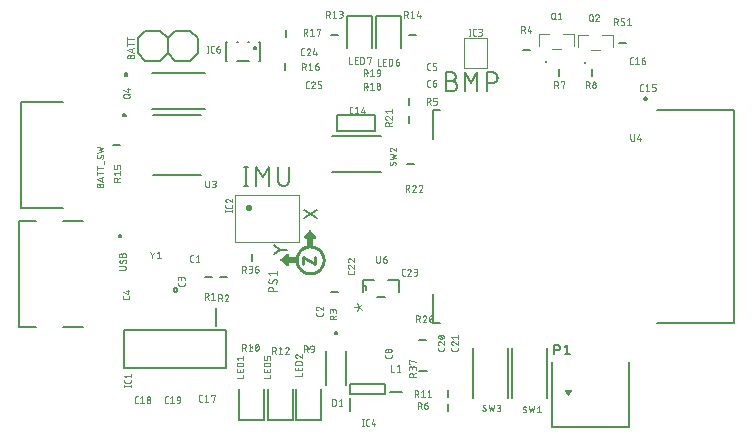
<source format=gbr>
G04 EAGLE Gerber RS-274X export*
G75*
%MOMM*%
%FSLAX34Y34*%
%LPD*%
%INSilkscreen Top*%
%IPPOS*%
%AMOC8*
5,1,8,0,0,1.08239X$1,22.5*%
G01*
%ADD10C,0.101600*%
%ADD11C,0.177800*%
%ADD12C,0.254000*%
%ADD13C,0.152400*%
%ADD14C,0.100000*%
%ADD15C,0.406400*%
%ADD16C,0.050800*%
%ADD17C,0.200000*%
%ADD18C,0.203200*%
%ADD19C,0.127000*%
%ADD20C,0.100000*%
%ADD21C,0.076200*%

G36*
X360445Y543784D02*
X360445Y543784D01*
X360556Y543782D01*
X360604Y543794D01*
X360653Y543797D01*
X360757Y543831D01*
X360865Y543857D01*
X360909Y543880D01*
X360955Y543895D01*
X361048Y543954D01*
X361146Y544006D01*
X361182Y544039D01*
X361224Y544065D01*
X361300Y544146D01*
X361381Y544220D01*
X361408Y544261D01*
X361442Y544297D01*
X361495Y544393D01*
X361556Y544485D01*
X361572Y544532D01*
X361596Y544575D01*
X361623Y544682D01*
X361659Y544786D01*
X361663Y544835D01*
X361675Y544883D01*
X361685Y545044D01*
X361685Y546315D01*
X366766Y546315D01*
X366884Y546330D01*
X367003Y546337D01*
X367041Y546350D01*
X367082Y546355D01*
X367192Y546398D01*
X367305Y546435D01*
X367340Y546457D01*
X367377Y546472D01*
X367473Y546542D01*
X367574Y546605D01*
X367602Y546635D01*
X367635Y546658D01*
X367711Y546750D01*
X367792Y546837D01*
X367812Y546872D01*
X367837Y546903D01*
X367888Y547011D01*
X367946Y547115D01*
X367956Y547155D01*
X367973Y547191D01*
X367995Y547308D01*
X368025Y547423D01*
X368029Y547484D01*
X368033Y547504D01*
X368031Y547524D01*
X368035Y547584D01*
X368035Y550124D01*
X368020Y550242D01*
X368013Y550361D01*
X368000Y550399D01*
X367995Y550440D01*
X367952Y550550D01*
X367915Y550663D01*
X367893Y550698D01*
X367878Y550735D01*
X367809Y550831D01*
X367745Y550932D01*
X367715Y550960D01*
X367692Y550993D01*
X367600Y551069D01*
X367513Y551150D01*
X367478Y551170D01*
X367447Y551195D01*
X367339Y551246D01*
X367235Y551304D01*
X367195Y551314D01*
X367159Y551331D01*
X367042Y551353D01*
X366927Y551383D01*
X366867Y551387D01*
X366847Y551391D01*
X366826Y551389D01*
X366766Y551393D01*
X361685Y551393D01*
X361685Y552664D01*
X361679Y552713D01*
X361681Y552762D01*
X361667Y552833D01*
X361663Y552896D01*
X361651Y552932D01*
X361645Y552980D01*
X361627Y553025D01*
X361617Y553074D01*
X361582Y553146D01*
X361565Y553199D01*
X361548Y553226D01*
X361528Y553275D01*
X361499Y553315D01*
X361478Y553360D01*
X361421Y553426D01*
X361395Y553468D01*
X361376Y553486D01*
X361342Y553533D01*
X361303Y553564D01*
X361271Y553602D01*
X361195Y553655D01*
X361163Y553686D01*
X361144Y553696D01*
X361097Y553735D01*
X361052Y553756D01*
X361011Y553785D01*
X360920Y553820D01*
X360885Y553839D01*
X360867Y553844D01*
X360809Y553871D01*
X360760Y553880D01*
X360714Y553898D01*
X360614Y553909D01*
X360577Y553919D01*
X360552Y553920D01*
X360497Y553931D01*
X360447Y553928D01*
X360398Y553933D01*
X360289Y553918D01*
X360179Y553911D01*
X360132Y553896D01*
X360083Y553889D01*
X359981Y553847D01*
X359877Y553813D01*
X359835Y553786D01*
X359815Y553778D01*
X359799Y553772D01*
X359798Y553771D01*
X359789Y553768D01*
X359654Y553679D01*
X354574Y549869D01*
X354506Y549803D01*
X354470Y549777D01*
X354442Y549743D01*
X354371Y549678D01*
X354360Y549662D01*
X354346Y549648D01*
X354295Y549566D01*
X354268Y549532D01*
X354249Y549493D01*
X354196Y549413D01*
X354190Y549394D01*
X354180Y549377D01*
X354151Y549285D01*
X354132Y549245D01*
X354124Y549201D01*
X354093Y549112D01*
X354092Y549092D01*
X354086Y549073D01*
X354081Y548979D01*
X354072Y548932D01*
X354075Y548885D01*
X354068Y548795D01*
X354072Y548775D01*
X354071Y548756D01*
X354089Y548667D01*
X354092Y548615D01*
X354108Y548566D01*
X354123Y548481D01*
X354131Y548463D01*
X354135Y548444D01*
X354172Y548367D01*
X354190Y548312D01*
X354221Y548264D01*
X354253Y548192D01*
X354266Y548176D01*
X354274Y548158D01*
X354326Y548098D01*
X354360Y548044D01*
X354406Y548000D01*
X354452Y547943D01*
X354473Y547925D01*
X354481Y547916D01*
X354497Y547905D01*
X354574Y547839D01*
X359654Y544029D01*
X359697Y544004D01*
X359735Y543973D01*
X359835Y543926D01*
X359931Y543871D01*
X359979Y543858D01*
X360023Y543837D01*
X360131Y543816D01*
X360238Y543787D01*
X360287Y543787D01*
X360336Y543777D01*
X360445Y543784D01*
G37*
G36*
X380874Y560380D02*
X380874Y560380D01*
X380993Y560387D01*
X381031Y560400D01*
X381072Y560405D01*
X381182Y560448D01*
X381295Y560485D01*
X381330Y560507D01*
X381367Y560522D01*
X381463Y560592D01*
X381564Y560655D01*
X381592Y560685D01*
X381625Y560708D01*
X381701Y560800D01*
X381782Y560887D01*
X381802Y560922D01*
X381827Y560953D01*
X381878Y561061D01*
X381936Y561165D01*
X381946Y561205D01*
X381963Y561241D01*
X381985Y561358D01*
X382015Y561473D01*
X382019Y561534D01*
X382023Y561554D01*
X382021Y561574D01*
X382025Y561634D01*
X382025Y566715D01*
X383296Y566715D01*
X383345Y566721D01*
X383394Y566719D01*
X383502Y566741D01*
X383612Y566755D01*
X383657Y566773D01*
X383706Y566783D01*
X383805Y566831D01*
X383907Y566872D01*
X383947Y566901D01*
X383992Y566922D01*
X384075Y566994D01*
X384165Y567058D01*
X384196Y567097D01*
X384234Y567129D01*
X384297Y567219D01*
X384367Y567303D01*
X384388Y567348D01*
X384417Y567389D01*
X384456Y567492D01*
X384503Y567591D01*
X384512Y567640D01*
X384530Y567686D01*
X384542Y567796D01*
X384563Y567904D01*
X384560Y567953D01*
X384565Y568002D01*
X384550Y568111D01*
X384543Y568221D01*
X384528Y568268D01*
X384521Y568317D01*
X384479Y568419D01*
X384445Y568523D01*
X384418Y568565D01*
X384400Y568611D01*
X384311Y568746D01*
X380501Y573826D01*
X380483Y573845D01*
X380470Y573865D01*
X380397Y573934D01*
X380310Y574029D01*
X380294Y574040D01*
X380280Y574054D01*
X380249Y574073D01*
X380238Y574083D01*
X380183Y574114D01*
X380161Y574127D01*
X380045Y574204D01*
X380026Y574210D01*
X380009Y574220D01*
X379964Y574234D01*
X379960Y574237D01*
X379937Y574243D01*
X379876Y574262D01*
X379744Y574307D01*
X379724Y574308D01*
X379705Y574314D01*
X379623Y574318D01*
X379509Y574325D01*
X379427Y574332D01*
X379407Y574329D01*
X379388Y574329D01*
X379251Y574301D01*
X379171Y574287D01*
X379165Y574287D01*
X379164Y574286D01*
X379113Y574277D01*
X379095Y574269D01*
X379076Y574265D01*
X378951Y574204D01*
X378909Y574185D01*
X378870Y574170D01*
X378862Y574164D01*
X378824Y574147D01*
X378808Y574134D01*
X378790Y574126D01*
X378684Y574035D01*
X378681Y574032D01*
X378612Y573983D01*
X378600Y573968D01*
X378575Y573948D01*
X378557Y573927D01*
X378548Y573919D01*
X378537Y573903D01*
X378471Y573826D01*
X374661Y568746D01*
X374636Y568703D01*
X374605Y568665D01*
X374558Y568565D01*
X374503Y568469D01*
X374490Y568421D01*
X374469Y568377D01*
X374448Y568269D01*
X374419Y568162D01*
X374419Y568113D01*
X374409Y568065D01*
X374416Y567955D01*
X374414Y567844D01*
X374426Y567796D01*
X374429Y567747D01*
X374463Y567643D01*
X374489Y567535D01*
X374512Y567491D01*
X374527Y567445D01*
X374586Y567352D01*
X374638Y567254D01*
X374671Y567218D01*
X374697Y567176D01*
X374778Y567100D01*
X374852Y567019D01*
X374893Y566992D01*
X374929Y566958D01*
X375025Y566905D01*
X375117Y566844D01*
X375164Y566828D01*
X375207Y566804D01*
X375314Y566777D01*
X375418Y566741D01*
X375467Y566737D01*
X375515Y566725D01*
X375676Y566715D01*
X376947Y566715D01*
X376947Y561634D01*
X376962Y561516D01*
X376969Y561397D01*
X376982Y561359D01*
X376987Y561318D01*
X377030Y561208D01*
X377067Y561095D01*
X377089Y561060D01*
X377104Y561023D01*
X377174Y560927D01*
X377237Y560826D01*
X377267Y560798D01*
X377290Y560765D01*
X377382Y560690D01*
X377469Y560608D01*
X377504Y560588D01*
X377535Y560563D01*
X377643Y560512D01*
X377747Y560454D01*
X377787Y560444D01*
X377823Y560427D01*
X377940Y560405D01*
X378055Y560375D01*
X378116Y560371D01*
X378136Y560367D01*
X378156Y560369D01*
X378216Y560365D01*
X380756Y560365D01*
X380874Y560380D01*
G37*
G36*
X598189Y433711D02*
X598189Y433711D01*
X598223Y433708D01*
X598299Y433728D01*
X598376Y433740D01*
X598406Y433757D01*
X598440Y433766D01*
X598504Y433811D01*
X598572Y433849D01*
X598598Y433879D01*
X598623Y433896D01*
X598649Y433935D01*
X598698Y433988D01*
X601238Y437798D01*
X601248Y437821D01*
X601262Y437839D01*
X601263Y437841D01*
X601265Y437844D01*
X601293Y437925D01*
X601327Y438004D01*
X601329Y438031D01*
X601337Y438056D01*
X601335Y438142D01*
X601339Y438228D01*
X601331Y438254D01*
X601331Y438281D01*
X601298Y438360D01*
X601273Y438442D01*
X601256Y438464D01*
X601246Y438488D01*
X601188Y438552D01*
X601136Y438620D01*
X601113Y438634D01*
X601095Y438654D01*
X601018Y438693D01*
X600946Y438739D01*
X600919Y438744D01*
X600895Y438757D01*
X600765Y438776D01*
X600726Y438784D01*
X600719Y438783D01*
X600710Y438784D01*
X595630Y438784D01*
X595604Y438780D01*
X595577Y438782D01*
X595494Y438760D01*
X595409Y438745D01*
X595386Y438731D01*
X595360Y438724D01*
X595290Y438674D01*
X595216Y438630D01*
X595199Y438610D01*
X595177Y438594D01*
X595129Y438523D01*
X595075Y438456D01*
X595066Y438431D01*
X595051Y438409D01*
X595030Y438325D01*
X595003Y438244D01*
X595004Y438217D01*
X594997Y438191D01*
X595007Y438105D01*
X595009Y438019D01*
X595019Y437995D01*
X595022Y437968D01*
X595079Y437848D01*
X595094Y437812D01*
X595096Y437809D01*
X595097Y437807D01*
X595100Y437804D01*
X595102Y437798D01*
X597642Y433988D01*
X597696Y433932D01*
X597744Y433870D01*
X597774Y433852D01*
X597798Y433826D01*
X597868Y433793D01*
X597934Y433751D01*
X597969Y433744D01*
X598000Y433729D01*
X598077Y433722D01*
X598154Y433706D01*
X598189Y433711D01*
G37*
D10*
X351282Y522208D02*
X344170Y522208D01*
X344170Y524184D01*
X344172Y524271D01*
X344178Y524359D01*
X344187Y524446D01*
X344201Y524532D01*
X344218Y524618D01*
X344239Y524702D01*
X344264Y524786D01*
X344293Y524869D01*
X344325Y524950D01*
X344360Y525030D01*
X344399Y525108D01*
X344442Y525185D01*
X344488Y525259D01*
X344537Y525331D01*
X344589Y525401D01*
X344645Y525469D01*
X344703Y525534D01*
X344764Y525597D01*
X344828Y525656D01*
X344895Y525713D01*
X344963Y525767D01*
X345035Y525818D01*
X345108Y525865D01*
X345183Y525910D01*
X345261Y525951D01*
X345340Y525988D01*
X345420Y526022D01*
X345502Y526052D01*
X345585Y526079D01*
X345670Y526102D01*
X345755Y526121D01*
X345841Y526136D01*
X345928Y526148D01*
X346015Y526156D01*
X346102Y526160D01*
X346190Y526160D01*
X346277Y526156D01*
X346364Y526148D01*
X346451Y526136D01*
X346537Y526121D01*
X346622Y526102D01*
X346707Y526079D01*
X346790Y526052D01*
X346872Y526022D01*
X346952Y525988D01*
X347031Y525951D01*
X347109Y525910D01*
X347184Y525865D01*
X347257Y525818D01*
X347329Y525767D01*
X347397Y525713D01*
X347464Y525656D01*
X347528Y525597D01*
X347589Y525534D01*
X347647Y525469D01*
X347703Y525401D01*
X347755Y525331D01*
X347804Y525259D01*
X347850Y525185D01*
X347893Y525108D01*
X347932Y525030D01*
X347967Y524950D01*
X347999Y524869D01*
X348028Y524786D01*
X348053Y524702D01*
X348074Y524618D01*
X348091Y524532D01*
X348105Y524446D01*
X348114Y524359D01*
X348120Y524271D01*
X348122Y524184D01*
X348121Y524184D02*
X348121Y522208D01*
X351282Y531268D02*
X351280Y531346D01*
X351274Y531423D01*
X351265Y531500D01*
X351252Y531576D01*
X351235Y531652D01*
X351214Y531727D01*
X351190Y531800D01*
X351162Y531873D01*
X351130Y531944D01*
X351095Y532013D01*
X351057Y532080D01*
X351016Y532146D01*
X350971Y532209D01*
X350923Y532270D01*
X350873Y532329D01*
X350819Y532385D01*
X350763Y532439D01*
X350704Y532489D01*
X350643Y532537D01*
X350580Y532582D01*
X350514Y532623D01*
X350447Y532661D01*
X350378Y532696D01*
X350307Y532728D01*
X350234Y532756D01*
X350161Y532780D01*
X350086Y532801D01*
X350010Y532818D01*
X349934Y532831D01*
X349857Y532840D01*
X349780Y532846D01*
X349702Y532848D01*
X351282Y531268D02*
X351280Y531153D01*
X351274Y531039D01*
X351264Y530925D01*
X351251Y530811D01*
X351233Y530698D01*
X351211Y530585D01*
X351186Y530473D01*
X351157Y530363D01*
X351124Y530253D01*
X351087Y530144D01*
X351047Y530037D01*
X351003Y529931D01*
X350955Y529827D01*
X350904Y529724D01*
X350849Y529624D01*
X350791Y529525D01*
X350729Y529428D01*
X350665Y529334D01*
X350597Y529241D01*
X350525Y529151D01*
X350451Y529064D01*
X350374Y528979D01*
X350294Y528897D01*
X345750Y529095D02*
X345672Y529097D01*
X345595Y529103D01*
X345518Y529112D01*
X345442Y529125D01*
X345366Y529142D01*
X345291Y529163D01*
X345218Y529187D01*
X345145Y529215D01*
X345074Y529247D01*
X345005Y529282D01*
X344938Y529320D01*
X344872Y529361D01*
X344809Y529406D01*
X344748Y529454D01*
X344689Y529504D01*
X344633Y529558D01*
X344579Y529614D01*
X344529Y529673D01*
X344481Y529734D01*
X344436Y529797D01*
X344395Y529863D01*
X344357Y529930D01*
X344322Y529999D01*
X344290Y530070D01*
X344262Y530143D01*
X344238Y530216D01*
X344217Y530291D01*
X344200Y530367D01*
X344187Y530443D01*
X344178Y530520D01*
X344172Y530597D01*
X344170Y530675D01*
X344172Y530781D01*
X344178Y530887D01*
X344187Y530992D01*
X344200Y531097D01*
X344217Y531202D01*
X344238Y531306D01*
X344262Y531409D01*
X344290Y531511D01*
X344322Y531612D01*
X344357Y531712D01*
X344396Y531810D01*
X344439Y531908D01*
X344484Y532003D01*
X344533Y532097D01*
X344586Y532189D01*
X344642Y532279D01*
X344701Y532367D01*
X344763Y532453D01*
X347133Y529885D02*
X347091Y529818D01*
X347046Y529753D01*
X346997Y529690D01*
X346946Y529629D01*
X346891Y529572D01*
X346834Y529517D01*
X346774Y529464D01*
X346712Y529415D01*
X346647Y529369D01*
X346581Y529327D01*
X346512Y529287D01*
X346441Y529251D01*
X346368Y529219D01*
X346294Y529190D01*
X346219Y529165D01*
X346143Y529144D01*
X346065Y529126D01*
X345987Y529113D01*
X345908Y529103D01*
X345829Y529097D01*
X345750Y529095D01*
X348319Y532058D02*
X348361Y532125D01*
X348406Y532190D01*
X348455Y532253D01*
X348506Y532314D01*
X348561Y532371D01*
X348618Y532426D01*
X348678Y532479D01*
X348740Y532528D01*
X348805Y532574D01*
X348871Y532616D01*
X348940Y532656D01*
X349011Y532692D01*
X349084Y532724D01*
X349158Y532753D01*
X349233Y532778D01*
X349309Y532799D01*
X349387Y532817D01*
X349465Y532830D01*
X349544Y532840D01*
X349623Y532846D01*
X349702Y532848D01*
X348319Y532058D02*
X347133Y529885D01*
X345750Y535968D02*
X344170Y537944D01*
X351282Y537944D01*
X351282Y535968D02*
X351282Y539920D01*
D11*
X348625Y554099D02*
X353783Y557739D01*
X348625Y561380D01*
X353783Y557739D02*
X359547Y557739D01*
X374640Y591314D02*
X385562Y584033D01*
X385562Y591314D02*
X374640Y584033D01*
D12*
X373243Y551323D02*
X373243Y545679D01*
X373243Y551323D02*
X383403Y545679D01*
X383403Y551323D01*
X390916Y548934D02*
X390913Y549210D01*
X390903Y549486D01*
X390886Y549762D01*
X390863Y550037D01*
X390833Y550312D01*
X390796Y550586D01*
X390753Y550858D01*
X390703Y551130D01*
X390647Y551400D01*
X390584Y551669D01*
X390515Y551937D01*
X390439Y552202D01*
X390357Y552466D01*
X390268Y552728D01*
X390173Y552987D01*
X390072Y553244D01*
X389965Y553499D01*
X389852Y553751D01*
X389732Y554000D01*
X389607Y554246D01*
X389475Y554489D01*
X389338Y554729D01*
X389195Y554965D01*
X389047Y555198D01*
X388893Y555427D01*
X388733Y555652D01*
X388568Y555874D01*
X388398Y556091D01*
X388222Y556305D01*
X388041Y556513D01*
X387856Y556718D01*
X387665Y556918D01*
X387470Y557113D01*
X387270Y557304D01*
X387065Y557489D01*
X386857Y557670D01*
X386643Y557846D01*
X386426Y558016D01*
X386204Y558181D01*
X385979Y558341D01*
X385750Y558495D01*
X385517Y558643D01*
X385281Y558786D01*
X385041Y558923D01*
X384798Y559055D01*
X384552Y559180D01*
X384303Y559300D01*
X384051Y559413D01*
X383796Y559520D01*
X383539Y559621D01*
X383280Y559716D01*
X383018Y559805D01*
X382754Y559887D01*
X382489Y559963D01*
X382221Y560032D01*
X381952Y560095D01*
X381682Y560151D01*
X381410Y560201D01*
X381138Y560244D01*
X380864Y560281D01*
X380589Y560311D01*
X380314Y560334D01*
X380038Y560351D01*
X379762Y560361D01*
X379486Y560364D01*
X390916Y548934D02*
X390913Y548658D01*
X390903Y548382D01*
X390886Y548106D01*
X390863Y547831D01*
X390833Y547556D01*
X390796Y547282D01*
X390753Y547010D01*
X390703Y546738D01*
X390647Y546468D01*
X390584Y546199D01*
X390515Y545931D01*
X390439Y545666D01*
X390357Y545402D01*
X390268Y545140D01*
X390173Y544881D01*
X390072Y544624D01*
X389965Y544369D01*
X389852Y544117D01*
X389732Y543868D01*
X389607Y543622D01*
X389475Y543379D01*
X389338Y543139D01*
X389195Y542903D01*
X389047Y542670D01*
X388893Y542441D01*
X388733Y542216D01*
X388568Y541994D01*
X388398Y541777D01*
X388222Y541563D01*
X388041Y541355D01*
X387856Y541150D01*
X387665Y540950D01*
X387470Y540755D01*
X387270Y540564D01*
X387065Y540379D01*
X386857Y540198D01*
X386643Y540022D01*
X386426Y539852D01*
X386204Y539687D01*
X385979Y539527D01*
X385750Y539373D01*
X385517Y539225D01*
X385281Y539082D01*
X385041Y538945D01*
X384798Y538813D01*
X384552Y538688D01*
X384303Y538568D01*
X384051Y538455D01*
X383796Y538348D01*
X383539Y538247D01*
X383280Y538152D01*
X383018Y538063D01*
X382754Y537981D01*
X382489Y537905D01*
X382221Y537836D01*
X381952Y537773D01*
X381682Y537717D01*
X381410Y537667D01*
X381138Y537624D01*
X380864Y537587D01*
X380589Y537557D01*
X380314Y537534D01*
X380038Y537517D01*
X379762Y537507D01*
X379486Y537504D01*
X379210Y537507D01*
X378934Y537517D01*
X378658Y537534D01*
X378383Y537557D01*
X378108Y537587D01*
X377834Y537624D01*
X377562Y537667D01*
X377290Y537717D01*
X377020Y537773D01*
X376751Y537836D01*
X376483Y537905D01*
X376218Y537981D01*
X375954Y538063D01*
X375692Y538152D01*
X375433Y538247D01*
X375176Y538348D01*
X374921Y538455D01*
X374669Y538568D01*
X374420Y538688D01*
X374174Y538813D01*
X373931Y538945D01*
X373691Y539082D01*
X373455Y539225D01*
X373222Y539373D01*
X372993Y539527D01*
X372768Y539687D01*
X372546Y539852D01*
X372329Y540022D01*
X372115Y540198D01*
X371907Y540379D01*
X371702Y540564D01*
X371502Y540755D01*
X371307Y540950D01*
X371116Y541150D01*
X370931Y541355D01*
X370750Y541563D01*
X370574Y541777D01*
X370404Y541994D01*
X370239Y542216D01*
X370079Y542441D01*
X369925Y542670D01*
X369777Y542903D01*
X369634Y543139D01*
X369497Y543379D01*
X369365Y543622D01*
X369240Y543868D01*
X369120Y544117D01*
X369007Y544369D01*
X368900Y544624D01*
X368799Y544881D01*
X368704Y545140D01*
X368615Y545402D01*
X368533Y545666D01*
X368457Y545931D01*
X368388Y546199D01*
X368325Y546468D01*
X368269Y546738D01*
X368219Y547010D01*
X368176Y547282D01*
X368139Y547556D01*
X368109Y547831D01*
X368086Y548106D01*
X368069Y548382D01*
X368059Y548658D01*
X368056Y548934D01*
X368054Y549207D01*
X368059Y549481D01*
X368071Y549754D01*
X368090Y550026D01*
X368115Y550299D01*
X368147Y550570D01*
X368185Y550841D01*
X368230Y551110D01*
X368281Y551379D01*
X368339Y551646D01*
X368404Y551912D01*
X368475Y552176D01*
X368552Y552438D01*
X368636Y552698D01*
X368726Y552956D01*
X368822Y553212D01*
X368924Y553465D01*
X369033Y553716D01*
X369147Y553965D01*
X369268Y554210D01*
X369394Y554452D01*
X369527Y554691D01*
X369665Y554927D01*
X369809Y555160D01*
X369958Y555388D01*
X370113Y555614D01*
X370274Y555835D01*
X370440Y556052D01*
X370611Y556266D01*
X370787Y556475D01*
X370968Y556679D01*
X371154Y556879D01*
X371345Y557075D01*
X371541Y557266D01*
X371741Y557452D01*
X371945Y557633D01*
X372154Y557809D01*
X372368Y557980D01*
X372585Y558146D01*
X372806Y558307D01*
X373032Y558462D01*
X373260Y558611D01*
X373493Y558755D01*
X373729Y558893D01*
X373968Y559026D01*
X374210Y559152D01*
X374455Y559273D01*
X374704Y559387D01*
X374955Y559496D01*
X375208Y559598D01*
X375464Y559694D01*
X375722Y559784D01*
X375982Y559868D01*
X376244Y559945D01*
X376508Y560016D01*
X376774Y560081D01*
X377041Y560139D01*
X377310Y560190D01*
X377579Y560235D01*
X377850Y560273D01*
X378121Y560305D01*
X378394Y560330D01*
X378666Y560349D01*
X378939Y560361D01*
X379213Y560366D01*
X379486Y560364D01*
D13*
X325148Y611632D02*
X325148Y627888D01*
X323342Y611632D02*
X326954Y611632D01*
X326954Y627888D02*
X323342Y627888D01*
X333798Y627888D02*
X333798Y611632D01*
X339216Y618857D02*
X333798Y627888D01*
X339216Y618857D02*
X344635Y627888D01*
X344635Y611632D01*
X352416Y616148D02*
X352416Y627888D01*
X352416Y616148D02*
X352418Y616015D01*
X352424Y615883D01*
X352434Y615751D01*
X352447Y615619D01*
X352465Y615487D01*
X352486Y615357D01*
X352511Y615226D01*
X352540Y615097D01*
X352573Y614969D01*
X352609Y614841D01*
X352649Y614715D01*
X352693Y614590D01*
X352741Y614466D01*
X352792Y614344D01*
X352847Y614223D01*
X352905Y614104D01*
X352967Y613986D01*
X353032Y613871D01*
X353101Y613757D01*
X353172Y613646D01*
X353248Y613537D01*
X353326Y613430D01*
X353407Y613325D01*
X353492Y613223D01*
X353579Y613123D01*
X353669Y613026D01*
X353762Y612931D01*
X353858Y612840D01*
X353956Y612751D01*
X354057Y612665D01*
X354161Y612582D01*
X354267Y612502D01*
X354375Y612426D01*
X354485Y612352D01*
X354598Y612282D01*
X354712Y612215D01*
X354829Y612152D01*
X354947Y612092D01*
X355067Y612035D01*
X355189Y611982D01*
X355312Y611933D01*
X355436Y611887D01*
X355562Y611845D01*
X355689Y611807D01*
X355817Y611772D01*
X355946Y611741D01*
X356075Y611714D01*
X356206Y611691D01*
X356337Y611671D01*
X356469Y611656D01*
X356601Y611644D01*
X356733Y611636D01*
X356866Y611632D01*
X356998Y611632D01*
X357131Y611636D01*
X357263Y611644D01*
X357395Y611656D01*
X357527Y611671D01*
X357658Y611691D01*
X357789Y611714D01*
X357918Y611741D01*
X358047Y611772D01*
X358175Y611807D01*
X358302Y611845D01*
X358428Y611887D01*
X358552Y611933D01*
X358675Y611982D01*
X358797Y612035D01*
X358917Y612092D01*
X359035Y612152D01*
X359152Y612215D01*
X359266Y612282D01*
X359379Y612352D01*
X359489Y612426D01*
X359597Y612502D01*
X359703Y612582D01*
X359807Y612665D01*
X359908Y612751D01*
X360006Y612840D01*
X360102Y612931D01*
X360195Y613026D01*
X360285Y613123D01*
X360372Y613223D01*
X360457Y613325D01*
X360538Y613430D01*
X360616Y613537D01*
X360692Y613646D01*
X360763Y613757D01*
X360832Y613871D01*
X360897Y613986D01*
X360959Y614104D01*
X361017Y614223D01*
X361072Y614344D01*
X361123Y614466D01*
X361171Y614590D01*
X361215Y614715D01*
X361255Y614841D01*
X361291Y614969D01*
X361324Y615097D01*
X361353Y615226D01*
X361378Y615357D01*
X361399Y615487D01*
X361417Y615619D01*
X361430Y615751D01*
X361440Y615883D01*
X361446Y616015D01*
X361448Y616148D01*
X361447Y616148D02*
X361447Y627888D01*
X494792Y700673D02*
X499308Y700673D01*
X499308Y700674D02*
X499441Y700672D01*
X499573Y700666D01*
X499705Y700656D01*
X499837Y700643D01*
X499969Y700625D01*
X500099Y700604D01*
X500230Y700579D01*
X500359Y700550D01*
X500487Y700517D01*
X500615Y700481D01*
X500741Y700441D01*
X500866Y700397D01*
X500990Y700349D01*
X501112Y700298D01*
X501233Y700243D01*
X501352Y700185D01*
X501470Y700123D01*
X501585Y700058D01*
X501699Y699989D01*
X501810Y699918D01*
X501919Y699842D01*
X502026Y699764D01*
X502131Y699683D01*
X502233Y699598D01*
X502333Y699511D01*
X502430Y699421D01*
X502525Y699328D01*
X502616Y699232D01*
X502705Y699134D01*
X502791Y699033D01*
X502874Y698929D01*
X502954Y698823D01*
X503030Y698715D01*
X503104Y698605D01*
X503174Y698492D01*
X503241Y698378D01*
X503304Y698261D01*
X503364Y698143D01*
X503421Y698023D01*
X503474Y697901D01*
X503523Y697778D01*
X503569Y697654D01*
X503611Y697528D01*
X503649Y697401D01*
X503684Y697273D01*
X503715Y697144D01*
X503742Y697015D01*
X503765Y696884D01*
X503785Y696753D01*
X503800Y696621D01*
X503812Y696489D01*
X503820Y696357D01*
X503824Y696224D01*
X503824Y696092D01*
X503820Y695959D01*
X503812Y695827D01*
X503800Y695695D01*
X503785Y695563D01*
X503765Y695432D01*
X503742Y695301D01*
X503715Y695172D01*
X503684Y695043D01*
X503649Y694915D01*
X503611Y694788D01*
X503569Y694662D01*
X503523Y694538D01*
X503474Y694415D01*
X503421Y694293D01*
X503364Y694173D01*
X503304Y694055D01*
X503241Y693938D01*
X503174Y693824D01*
X503104Y693711D01*
X503030Y693601D01*
X502954Y693493D01*
X502874Y693387D01*
X502791Y693283D01*
X502705Y693182D01*
X502616Y693084D01*
X502525Y692988D01*
X502430Y692895D01*
X502333Y692805D01*
X502233Y692718D01*
X502131Y692633D01*
X502026Y692552D01*
X501919Y692474D01*
X501810Y692398D01*
X501699Y692327D01*
X501585Y692258D01*
X501470Y692193D01*
X501352Y692131D01*
X501233Y692073D01*
X501112Y692018D01*
X500990Y691967D01*
X500866Y691919D01*
X500741Y691875D01*
X500615Y691835D01*
X500487Y691799D01*
X500359Y691766D01*
X500230Y691737D01*
X500099Y691712D01*
X499969Y691691D01*
X499837Y691673D01*
X499705Y691660D01*
X499573Y691650D01*
X499441Y691644D01*
X499308Y691642D01*
X494792Y691642D01*
X494792Y707898D01*
X499308Y707898D01*
X499427Y707896D01*
X499547Y707890D01*
X499666Y707880D01*
X499784Y707866D01*
X499903Y707849D01*
X500020Y707827D01*
X500137Y707802D01*
X500252Y707772D01*
X500367Y707739D01*
X500481Y707702D01*
X500593Y707662D01*
X500704Y707617D01*
X500813Y707569D01*
X500921Y707518D01*
X501027Y707463D01*
X501131Y707404D01*
X501233Y707342D01*
X501333Y707277D01*
X501431Y707208D01*
X501527Y707136D01*
X501620Y707061D01*
X501710Y706984D01*
X501798Y706903D01*
X501883Y706819D01*
X501965Y706732D01*
X502045Y706643D01*
X502121Y706551D01*
X502195Y706457D01*
X502265Y706360D01*
X502332Y706262D01*
X502396Y706161D01*
X502456Y706057D01*
X502513Y705952D01*
X502566Y705845D01*
X502616Y705737D01*
X502662Y705627D01*
X502704Y705515D01*
X502743Y705402D01*
X502778Y705288D01*
X502809Y705173D01*
X502837Y705056D01*
X502860Y704939D01*
X502880Y704822D01*
X502896Y704703D01*
X502908Y704584D01*
X502916Y704465D01*
X502920Y704346D01*
X502920Y704226D01*
X502916Y704107D01*
X502908Y703988D01*
X502896Y703869D01*
X502880Y703750D01*
X502860Y703633D01*
X502837Y703516D01*
X502809Y703399D01*
X502778Y703284D01*
X502743Y703170D01*
X502704Y703057D01*
X502662Y702945D01*
X502616Y702835D01*
X502566Y702727D01*
X502513Y702620D01*
X502456Y702515D01*
X502396Y702411D01*
X502332Y702310D01*
X502265Y702212D01*
X502195Y702115D01*
X502121Y702021D01*
X502045Y701929D01*
X501965Y701840D01*
X501883Y701753D01*
X501798Y701669D01*
X501710Y701588D01*
X501620Y701511D01*
X501527Y701436D01*
X501431Y701364D01*
X501333Y701295D01*
X501233Y701230D01*
X501131Y701168D01*
X501027Y701109D01*
X500921Y701054D01*
X500813Y701003D01*
X500704Y700955D01*
X500593Y700910D01*
X500481Y700870D01*
X500367Y700833D01*
X500252Y700800D01*
X500137Y700770D01*
X500020Y700745D01*
X499903Y700723D01*
X499784Y700706D01*
X499666Y700692D01*
X499547Y700682D01*
X499427Y700676D01*
X499308Y700674D01*
X510351Y707898D02*
X510351Y691642D01*
X515770Y698867D02*
X510351Y707898D01*
X515770Y698867D02*
X521189Y707898D01*
X521189Y691642D01*
X529181Y691642D02*
X529181Y707898D01*
X533696Y707898D01*
X533829Y707896D01*
X533961Y707890D01*
X534093Y707880D01*
X534225Y707867D01*
X534357Y707849D01*
X534487Y707828D01*
X534618Y707803D01*
X534747Y707774D01*
X534875Y707741D01*
X535003Y707705D01*
X535129Y707665D01*
X535254Y707621D01*
X535378Y707573D01*
X535500Y707522D01*
X535621Y707467D01*
X535740Y707409D01*
X535858Y707347D01*
X535973Y707282D01*
X536087Y707213D01*
X536198Y707142D01*
X536307Y707066D01*
X536414Y706988D01*
X536519Y706907D01*
X536621Y706822D01*
X536721Y706735D01*
X536818Y706645D01*
X536913Y706552D01*
X537004Y706456D01*
X537093Y706358D01*
X537179Y706257D01*
X537262Y706153D01*
X537342Y706047D01*
X537418Y705939D01*
X537492Y705829D01*
X537562Y705716D01*
X537629Y705602D01*
X537692Y705485D01*
X537752Y705367D01*
X537809Y705247D01*
X537862Y705125D01*
X537911Y705002D01*
X537957Y704878D01*
X537999Y704752D01*
X538037Y704625D01*
X538072Y704497D01*
X538103Y704368D01*
X538130Y704239D01*
X538153Y704108D01*
X538173Y703977D01*
X538188Y703845D01*
X538200Y703713D01*
X538208Y703581D01*
X538212Y703448D01*
X538212Y703316D01*
X538208Y703183D01*
X538200Y703051D01*
X538188Y702919D01*
X538173Y702787D01*
X538153Y702656D01*
X538130Y702525D01*
X538103Y702396D01*
X538072Y702267D01*
X538037Y702139D01*
X537999Y702012D01*
X537957Y701886D01*
X537911Y701762D01*
X537862Y701639D01*
X537809Y701517D01*
X537752Y701397D01*
X537692Y701279D01*
X537629Y701162D01*
X537562Y701048D01*
X537492Y700935D01*
X537418Y700825D01*
X537342Y700717D01*
X537262Y700611D01*
X537179Y700507D01*
X537093Y700406D01*
X537004Y700308D01*
X536913Y700212D01*
X536818Y700119D01*
X536721Y700029D01*
X536621Y699942D01*
X536519Y699857D01*
X536414Y699776D01*
X536307Y699698D01*
X536198Y699622D01*
X536087Y699551D01*
X535973Y699482D01*
X535858Y699417D01*
X535740Y699355D01*
X535621Y699297D01*
X535500Y699242D01*
X535378Y699191D01*
X535254Y699143D01*
X535129Y699099D01*
X535003Y699059D01*
X534875Y699023D01*
X534747Y698990D01*
X534618Y698961D01*
X534487Y698936D01*
X534357Y698915D01*
X534225Y698897D01*
X534093Y698884D01*
X533961Y698874D01*
X533829Y698868D01*
X533696Y698866D01*
X533696Y698867D02*
X529181Y698867D01*
D14*
X369900Y604200D02*
X315900Y604200D01*
X315900Y564200D01*
X369900Y564200D01*
X369900Y604200D01*
D15*
X326900Y593200D02*
X326902Y593244D01*
X326908Y593288D01*
X326918Y593331D01*
X326931Y593373D01*
X326948Y593414D01*
X326969Y593453D01*
X326993Y593490D01*
X327020Y593525D01*
X327050Y593557D01*
X327083Y593587D01*
X327119Y593613D01*
X327156Y593637D01*
X327196Y593656D01*
X327237Y593673D01*
X327280Y593685D01*
X327323Y593694D01*
X327367Y593699D01*
X327411Y593700D01*
X327455Y593697D01*
X327499Y593690D01*
X327542Y593679D01*
X327584Y593665D01*
X327624Y593647D01*
X327663Y593625D01*
X327699Y593601D01*
X327733Y593573D01*
X327765Y593542D01*
X327794Y593508D01*
X327820Y593472D01*
X327842Y593434D01*
X327861Y593394D01*
X327876Y593352D01*
X327888Y593310D01*
X327896Y593266D01*
X327900Y593222D01*
X327900Y593178D01*
X327896Y593134D01*
X327888Y593090D01*
X327876Y593048D01*
X327861Y593006D01*
X327842Y592966D01*
X327820Y592928D01*
X327794Y592892D01*
X327765Y592858D01*
X327733Y592827D01*
X327699Y592799D01*
X327663Y592775D01*
X327624Y592753D01*
X327584Y592735D01*
X327542Y592721D01*
X327499Y592710D01*
X327455Y592703D01*
X327411Y592700D01*
X327367Y592701D01*
X327323Y592706D01*
X327280Y592715D01*
X327237Y592727D01*
X327196Y592744D01*
X327156Y592763D01*
X327119Y592787D01*
X327083Y592813D01*
X327050Y592843D01*
X327020Y592875D01*
X326993Y592910D01*
X326969Y592947D01*
X326948Y592986D01*
X326931Y593027D01*
X326918Y593069D01*
X326908Y593112D01*
X326902Y593156D01*
X326900Y593200D01*
D16*
X313436Y590155D02*
X307848Y590155D01*
X313436Y589534D02*
X313436Y590776D01*
X307848Y590776D02*
X307848Y589534D01*
X313436Y594217D02*
X313436Y595459D01*
X313436Y594217D02*
X313434Y594147D01*
X313428Y594078D01*
X313418Y594009D01*
X313405Y593941D01*
X313387Y593873D01*
X313366Y593807D01*
X313341Y593742D01*
X313313Y593678D01*
X313281Y593616D01*
X313246Y593556D01*
X313207Y593498D01*
X313165Y593443D01*
X313120Y593389D01*
X313072Y593339D01*
X313022Y593291D01*
X312968Y593246D01*
X312913Y593204D01*
X312855Y593165D01*
X312795Y593130D01*
X312733Y593098D01*
X312669Y593070D01*
X312604Y593045D01*
X312538Y593024D01*
X312470Y593006D01*
X312402Y592993D01*
X312333Y592983D01*
X312264Y592977D01*
X312194Y592975D01*
X309090Y592975D01*
X309020Y592977D01*
X308951Y592983D01*
X308882Y592993D01*
X308814Y593006D01*
X308746Y593024D01*
X308680Y593045D01*
X308615Y593070D01*
X308551Y593098D01*
X308489Y593130D01*
X308429Y593165D01*
X308371Y593204D01*
X308316Y593246D01*
X308262Y593291D01*
X308212Y593339D01*
X308164Y593389D01*
X308119Y593443D01*
X308077Y593498D01*
X308038Y593556D01*
X308003Y593616D01*
X307971Y593678D01*
X307943Y593742D01*
X307918Y593807D01*
X307897Y593873D01*
X307879Y593941D01*
X307866Y594009D01*
X307856Y594078D01*
X307850Y594147D01*
X307848Y594217D01*
X307848Y595459D01*
X307848Y599271D02*
X307850Y599344D01*
X307856Y599417D01*
X307865Y599490D01*
X307879Y599561D01*
X307896Y599633D01*
X307916Y599703D01*
X307941Y599772D01*
X307969Y599839D01*
X308000Y599905D01*
X308035Y599970D01*
X308073Y600032D01*
X308115Y600092D01*
X308159Y600150D01*
X308207Y600206D01*
X308257Y600259D01*
X308310Y600309D01*
X308366Y600357D01*
X308424Y600401D01*
X308484Y600443D01*
X308547Y600481D01*
X308611Y600516D01*
X308677Y600547D01*
X308744Y600575D01*
X308813Y600600D01*
X308883Y600620D01*
X308955Y600637D01*
X309026Y600651D01*
X309099Y600660D01*
X309172Y600666D01*
X309245Y600668D01*
X307848Y599271D02*
X307850Y599187D01*
X307856Y599104D01*
X307865Y599021D01*
X307879Y598938D01*
X307896Y598857D01*
X307918Y598776D01*
X307943Y598696D01*
X307971Y598618D01*
X308003Y598540D01*
X308039Y598465D01*
X308078Y598391D01*
X308121Y598319D01*
X308167Y598249D01*
X308216Y598182D01*
X308269Y598116D01*
X308324Y598054D01*
X308382Y597994D01*
X308443Y597936D01*
X308506Y597882D01*
X308572Y597830D01*
X308640Y597782D01*
X308711Y597737D01*
X308783Y597695D01*
X308858Y597657D01*
X308934Y597622D01*
X309011Y597591D01*
X309090Y597563D01*
X310331Y600202D02*
X310278Y600256D01*
X310221Y600307D01*
X310162Y600355D01*
X310101Y600400D01*
X310038Y600441D01*
X309972Y600480D01*
X309905Y600515D01*
X309836Y600547D01*
X309765Y600575D01*
X309694Y600599D01*
X309621Y600620D01*
X309547Y600637D01*
X309472Y600651D01*
X309397Y600660D01*
X309321Y600666D01*
X309245Y600668D01*
X310332Y600202D02*
X313436Y597564D01*
X313436Y600668D01*
X280577Y547116D02*
X279335Y547116D01*
X279265Y547118D01*
X279196Y547124D01*
X279127Y547134D01*
X279059Y547147D01*
X278991Y547165D01*
X278925Y547186D01*
X278860Y547211D01*
X278796Y547239D01*
X278734Y547271D01*
X278674Y547306D01*
X278616Y547345D01*
X278561Y547387D01*
X278507Y547432D01*
X278457Y547480D01*
X278409Y547530D01*
X278364Y547584D01*
X278322Y547639D01*
X278283Y547697D01*
X278248Y547757D01*
X278216Y547819D01*
X278188Y547883D01*
X278163Y547948D01*
X278142Y548014D01*
X278124Y548082D01*
X278111Y548150D01*
X278101Y548219D01*
X278095Y548288D01*
X278093Y548358D01*
X278094Y548358D02*
X278094Y551462D01*
X278093Y551462D02*
X278095Y551532D01*
X278101Y551601D01*
X278111Y551670D01*
X278124Y551738D01*
X278142Y551806D01*
X278163Y551872D01*
X278188Y551937D01*
X278216Y552001D01*
X278248Y552063D01*
X278283Y552123D01*
X278322Y552181D01*
X278364Y552236D01*
X278409Y552290D01*
X278457Y552340D01*
X278507Y552388D01*
X278561Y552433D01*
X278616Y552475D01*
X278674Y552514D01*
X278734Y552549D01*
X278796Y552581D01*
X278860Y552609D01*
X278925Y552634D01*
X278991Y552655D01*
X279059Y552673D01*
X279127Y552686D01*
X279196Y552696D01*
X279265Y552702D01*
X279335Y552704D01*
X280577Y552704D01*
X282682Y551462D02*
X284234Y552704D01*
X284234Y547116D01*
X282682Y547116D02*
X285786Y547116D01*
X390144Y504097D02*
X390144Y502855D01*
X390142Y502785D01*
X390136Y502716D01*
X390126Y502647D01*
X390113Y502579D01*
X390095Y502511D01*
X390074Y502445D01*
X390049Y502380D01*
X390021Y502316D01*
X389989Y502254D01*
X389954Y502194D01*
X389915Y502136D01*
X389873Y502081D01*
X389828Y502027D01*
X389780Y501977D01*
X389730Y501929D01*
X389676Y501884D01*
X389621Y501842D01*
X389563Y501803D01*
X389503Y501768D01*
X389441Y501736D01*
X389377Y501708D01*
X389312Y501683D01*
X389246Y501662D01*
X389178Y501644D01*
X389110Y501631D01*
X389041Y501621D01*
X388972Y501615D01*
X388902Y501613D01*
X388902Y501614D02*
X385798Y501614D01*
X385798Y501613D02*
X385728Y501615D01*
X385659Y501621D01*
X385590Y501631D01*
X385522Y501644D01*
X385454Y501662D01*
X385388Y501683D01*
X385323Y501708D01*
X385259Y501736D01*
X385197Y501768D01*
X385137Y501803D01*
X385079Y501842D01*
X385024Y501884D01*
X384970Y501929D01*
X384920Y501977D01*
X384872Y502027D01*
X384827Y502081D01*
X384785Y502136D01*
X384746Y502194D01*
X384711Y502254D01*
X384679Y502316D01*
X384651Y502380D01*
X384626Y502445D01*
X384605Y502511D01*
X384587Y502579D01*
X384574Y502647D01*
X384564Y502716D01*
X384558Y502785D01*
X384556Y502855D01*
X384556Y504097D01*
X384556Y507909D02*
X384558Y507982D01*
X384564Y508055D01*
X384573Y508128D01*
X384587Y508199D01*
X384604Y508271D01*
X384624Y508341D01*
X384649Y508410D01*
X384677Y508477D01*
X384708Y508543D01*
X384743Y508608D01*
X384781Y508670D01*
X384823Y508730D01*
X384867Y508788D01*
X384915Y508844D01*
X384965Y508897D01*
X385018Y508947D01*
X385074Y508995D01*
X385132Y509039D01*
X385192Y509081D01*
X385255Y509119D01*
X385319Y509154D01*
X385385Y509185D01*
X385452Y509213D01*
X385521Y509238D01*
X385591Y509258D01*
X385663Y509275D01*
X385734Y509289D01*
X385807Y509298D01*
X385880Y509304D01*
X385953Y509306D01*
X384556Y507909D02*
X384558Y507825D01*
X384564Y507742D01*
X384573Y507659D01*
X384587Y507576D01*
X384604Y507495D01*
X384626Y507414D01*
X384651Y507334D01*
X384679Y507256D01*
X384711Y507178D01*
X384747Y507103D01*
X384786Y507029D01*
X384829Y506957D01*
X384875Y506887D01*
X384924Y506820D01*
X384977Y506754D01*
X385032Y506692D01*
X385090Y506632D01*
X385151Y506574D01*
X385214Y506520D01*
X385280Y506468D01*
X385348Y506420D01*
X385419Y506375D01*
X385491Y506333D01*
X385566Y506295D01*
X385642Y506260D01*
X385719Y506229D01*
X385798Y506201D01*
X387039Y508840D02*
X386986Y508894D01*
X386929Y508945D01*
X386870Y508993D01*
X386809Y509038D01*
X386746Y509079D01*
X386680Y509118D01*
X386613Y509153D01*
X386544Y509185D01*
X386473Y509213D01*
X386402Y509237D01*
X386329Y509258D01*
X386255Y509275D01*
X386180Y509289D01*
X386105Y509298D01*
X386029Y509304D01*
X385953Y509306D01*
X387040Y508841D02*
X390144Y506202D01*
X390144Y509306D01*
D17*
X296370Y534670D02*
X290370Y534670D01*
D16*
X290363Y520954D02*
X290363Y515366D01*
X290363Y520954D02*
X291915Y520954D01*
X291992Y520952D01*
X292070Y520946D01*
X292146Y520937D01*
X292223Y520923D01*
X292298Y520906D01*
X292372Y520885D01*
X292446Y520860D01*
X292518Y520832D01*
X292588Y520800D01*
X292657Y520765D01*
X292724Y520726D01*
X292789Y520684D01*
X292852Y520639D01*
X292913Y520591D01*
X292971Y520540D01*
X293026Y520486D01*
X293079Y520429D01*
X293128Y520370D01*
X293175Y520308D01*
X293219Y520244D01*
X293259Y520178D01*
X293296Y520110D01*
X293330Y520040D01*
X293360Y519969D01*
X293386Y519896D01*
X293409Y519822D01*
X293428Y519747D01*
X293443Y519672D01*
X293455Y519595D01*
X293463Y519518D01*
X293467Y519441D01*
X293467Y519363D01*
X293463Y519286D01*
X293455Y519209D01*
X293443Y519132D01*
X293428Y519057D01*
X293409Y518982D01*
X293386Y518908D01*
X293360Y518835D01*
X293330Y518764D01*
X293296Y518694D01*
X293259Y518626D01*
X293219Y518560D01*
X293175Y518496D01*
X293128Y518434D01*
X293079Y518375D01*
X293026Y518318D01*
X292971Y518264D01*
X292913Y518213D01*
X292852Y518165D01*
X292789Y518120D01*
X292724Y518078D01*
X292657Y518039D01*
X292588Y518004D01*
X292518Y517972D01*
X292446Y517944D01*
X292372Y517919D01*
X292298Y517898D01*
X292223Y517881D01*
X292146Y517867D01*
X292070Y517858D01*
X291992Y517852D01*
X291915Y517850D01*
X290363Y517850D01*
X292225Y517850D02*
X293467Y515366D01*
X295813Y519712D02*
X297365Y520954D01*
X297365Y515366D01*
X295813Y515366D02*
X298917Y515366D01*
D17*
X303070Y534670D02*
X309070Y534670D01*
D16*
X301793Y519684D02*
X301793Y514096D01*
X301793Y519684D02*
X303345Y519684D01*
X303422Y519682D01*
X303500Y519676D01*
X303576Y519667D01*
X303653Y519653D01*
X303728Y519636D01*
X303802Y519615D01*
X303876Y519590D01*
X303948Y519562D01*
X304018Y519530D01*
X304087Y519495D01*
X304154Y519456D01*
X304219Y519414D01*
X304282Y519369D01*
X304343Y519321D01*
X304401Y519270D01*
X304456Y519216D01*
X304509Y519159D01*
X304558Y519100D01*
X304605Y519038D01*
X304649Y518974D01*
X304689Y518908D01*
X304726Y518840D01*
X304760Y518770D01*
X304790Y518699D01*
X304816Y518626D01*
X304839Y518552D01*
X304858Y518477D01*
X304873Y518402D01*
X304885Y518325D01*
X304893Y518248D01*
X304897Y518171D01*
X304897Y518093D01*
X304893Y518016D01*
X304885Y517939D01*
X304873Y517862D01*
X304858Y517787D01*
X304839Y517712D01*
X304816Y517638D01*
X304790Y517565D01*
X304760Y517494D01*
X304726Y517424D01*
X304689Y517356D01*
X304649Y517290D01*
X304605Y517226D01*
X304558Y517164D01*
X304509Y517105D01*
X304456Y517048D01*
X304401Y516994D01*
X304343Y516943D01*
X304282Y516895D01*
X304219Y516850D01*
X304154Y516808D01*
X304087Y516769D01*
X304018Y516734D01*
X303948Y516702D01*
X303876Y516674D01*
X303802Y516649D01*
X303728Y516628D01*
X303653Y516611D01*
X303576Y516597D01*
X303500Y516588D01*
X303422Y516582D01*
X303345Y516580D01*
X301793Y516580D01*
X303655Y516580D02*
X304897Y514096D01*
X310347Y518287D02*
X310345Y518360D01*
X310339Y518433D01*
X310330Y518506D01*
X310316Y518577D01*
X310299Y518649D01*
X310279Y518719D01*
X310254Y518788D01*
X310226Y518855D01*
X310195Y518921D01*
X310160Y518986D01*
X310122Y519048D01*
X310080Y519108D01*
X310036Y519166D01*
X309988Y519222D01*
X309938Y519275D01*
X309885Y519325D01*
X309829Y519373D01*
X309771Y519417D01*
X309711Y519459D01*
X309649Y519497D01*
X309584Y519532D01*
X309518Y519563D01*
X309451Y519591D01*
X309382Y519616D01*
X309312Y519636D01*
X309240Y519653D01*
X309169Y519667D01*
X309096Y519676D01*
X309023Y519682D01*
X308950Y519684D01*
X308866Y519682D01*
X308783Y519676D01*
X308700Y519667D01*
X308618Y519653D01*
X308536Y519636D01*
X308455Y519614D01*
X308375Y519589D01*
X308297Y519561D01*
X308219Y519529D01*
X308144Y519493D01*
X308070Y519454D01*
X307998Y519411D01*
X307928Y519365D01*
X307861Y519316D01*
X307795Y519263D01*
X307733Y519208D01*
X307673Y519150D01*
X307615Y519089D01*
X307561Y519026D01*
X307509Y518960D01*
X307461Y518892D01*
X307416Y518821D01*
X307374Y518749D01*
X307336Y518674D01*
X307301Y518598D01*
X307270Y518521D01*
X307242Y518442D01*
X309881Y517201D02*
X309935Y517254D01*
X309986Y517311D01*
X310034Y517370D01*
X310079Y517431D01*
X310120Y517494D01*
X310159Y517560D01*
X310194Y517627D01*
X310226Y517696D01*
X310254Y517767D01*
X310278Y517838D01*
X310299Y517911D01*
X310316Y517985D01*
X310330Y518060D01*
X310339Y518135D01*
X310345Y518211D01*
X310347Y518287D01*
X309882Y517200D02*
X307243Y514096D01*
X310347Y514096D01*
D17*
X397050Y521970D02*
X403050Y521970D01*
D16*
X401574Y498643D02*
X395986Y498643D01*
X395986Y500195D01*
X395988Y500272D01*
X395994Y500350D01*
X396003Y500426D01*
X396017Y500503D01*
X396034Y500578D01*
X396055Y500652D01*
X396080Y500726D01*
X396108Y500798D01*
X396140Y500868D01*
X396175Y500937D01*
X396214Y501004D01*
X396256Y501069D01*
X396301Y501132D01*
X396349Y501193D01*
X396400Y501251D01*
X396454Y501306D01*
X396511Y501359D01*
X396570Y501408D01*
X396632Y501455D01*
X396696Y501499D01*
X396762Y501539D01*
X396830Y501576D01*
X396900Y501610D01*
X396971Y501640D01*
X397044Y501666D01*
X397118Y501689D01*
X397193Y501708D01*
X397268Y501723D01*
X397345Y501735D01*
X397422Y501743D01*
X397499Y501747D01*
X397577Y501747D01*
X397654Y501743D01*
X397731Y501735D01*
X397808Y501723D01*
X397883Y501708D01*
X397958Y501689D01*
X398032Y501666D01*
X398105Y501640D01*
X398176Y501610D01*
X398246Y501576D01*
X398314Y501539D01*
X398380Y501499D01*
X398444Y501455D01*
X398506Y501408D01*
X398565Y501359D01*
X398622Y501306D01*
X398676Y501251D01*
X398727Y501193D01*
X398775Y501132D01*
X398820Y501069D01*
X398862Y501004D01*
X398901Y500937D01*
X398936Y500868D01*
X398968Y500798D01*
X398996Y500726D01*
X399021Y500652D01*
X399042Y500578D01*
X399059Y500503D01*
X399073Y500426D01*
X399082Y500350D01*
X399088Y500272D01*
X399090Y500195D01*
X399090Y498643D01*
X399090Y500505D02*
X401574Y501747D01*
X401574Y504093D02*
X401574Y505645D01*
X401572Y505722D01*
X401566Y505800D01*
X401557Y505876D01*
X401543Y505953D01*
X401526Y506028D01*
X401505Y506102D01*
X401480Y506176D01*
X401452Y506248D01*
X401420Y506318D01*
X401385Y506387D01*
X401346Y506454D01*
X401304Y506519D01*
X401259Y506582D01*
X401211Y506643D01*
X401160Y506701D01*
X401106Y506756D01*
X401049Y506809D01*
X400990Y506858D01*
X400928Y506905D01*
X400864Y506949D01*
X400798Y506989D01*
X400730Y507026D01*
X400660Y507060D01*
X400589Y507090D01*
X400516Y507116D01*
X400442Y507139D01*
X400367Y507158D01*
X400292Y507173D01*
X400215Y507185D01*
X400138Y507193D01*
X400061Y507197D01*
X399983Y507197D01*
X399906Y507193D01*
X399829Y507185D01*
X399752Y507173D01*
X399677Y507158D01*
X399602Y507139D01*
X399528Y507116D01*
X399455Y507090D01*
X399384Y507060D01*
X399314Y507026D01*
X399246Y506989D01*
X399180Y506949D01*
X399116Y506905D01*
X399054Y506858D01*
X398995Y506809D01*
X398938Y506756D01*
X398884Y506701D01*
X398833Y506643D01*
X398785Y506582D01*
X398740Y506519D01*
X398698Y506454D01*
X398659Y506387D01*
X398624Y506318D01*
X398592Y506248D01*
X398564Y506176D01*
X398539Y506102D01*
X398518Y506028D01*
X398501Y505953D01*
X398487Y505876D01*
X398478Y505800D01*
X398472Y505722D01*
X398470Y505645D01*
X395986Y505956D02*
X395986Y504093D01*
X395986Y505956D02*
X395988Y506026D01*
X395994Y506095D01*
X396004Y506164D01*
X396017Y506232D01*
X396035Y506300D01*
X396056Y506366D01*
X396081Y506431D01*
X396109Y506495D01*
X396141Y506557D01*
X396176Y506617D01*
X396215Y506675D01*
X396257Y506730D01*
X396302Y506784D01*
X396350Y506834D01*
X396400Y506882D01*
X396454Y506927D01*
X396509Y506969D01*
X396567Y507008D01*
X396627Y507043D01*
X396689Y507075D01*
X396753Y507103D01*
X396818Y507128D01*
X396884Y507149D01*
X396952Y507167D01*
X397020Y507180D01*
X397089Y507190D01*
X397158Y507196D01*
X397228Y507198D01*
X397298Y507196D01*
X397367Y507190D01*
X397436Y507180D01*
X397504Y507167D01*
X397572Y507149D01*
X397638Y507128D01*
X397703Y507103D01*
X397767Y507075D01*
X397829Y507043D01*
X397889Y507008D01*
X397947Y506969D01*
X398002Y506927D01*
X398056Y506882D01*
X398106Y506834D01*
X398154Y506784D01*
X398199Y506730D01*
X398241Y506675D01*
X398280Y506617D01*
X398315Y506557D01*
X398347Y506495D01*
X398375Y506431D01*
X398400Y506366D01*
X398421Y506300D01*
X398439Y506232D01*
X398452Y506164D01*
X398462Y506095D01*
X398468Y506026D01*
X398470Y505956D01*
X398470Y504714D01*
D17*
X263927Y523740D02*
X263929Y523819D01*
X263935Y523898D01*
X263945Y523976D01*
X263958Y524054D01*
X263976Y524131D01*
X263997Y524207D01*
X264022Y524281D01*
X264051Y524355D01*
X264084Y524427D01*
X264120Y524497D01*
X264159Y524565D01*
X264202Y524632D01*
X264248Y524696D01*
X264297Y524758D01*
X264350Y524817D01*
X264405Y524873D01*
X264463Y524927D01*
X264523Y524978D01*
X264586Y525025D01*
X264651Y525070D01*
X264719Y525111D01*
X264788Y525149D01*
X264859Y525183D01*
X264932Y525214D01*
X265006Y525241D01*
X265081Y525264D01*
X265158Y525283D01*
X265235Y525299D01*
X265313Y525311D01*
X265392Y525319D01*
X265471Y525323D01*
X265549Y525323D01*
X265628Y525319D01*
X265707Y525311D01*
X265785Y525299D01*
X265862Y525283D01*
X265939Y525264D01*
X266014Y525241D01*
X266088Y525214D01*
X266161Y525183D01*
X266232Y525149D01*
X266302Y525111D01*
X266369Y525070D01*
X266434Y525025D01*
X266497Y524978D01*
X266557Y524927D01*
X266615Y524873D01*
X266670Y524817D01*
X266723Y524758D01*
X266772Y524696D01*
X266818Y524632D01*
X266861Y524565D01*
X266900Y524497D01*
X266936Y524427D01*
X266969Y524355D01*
X266998Y524281D01*
X267023Y524207D01*
X267044Y524131D01*
X267062Y524054D01*
X267075Y523976D01*
X267085Y523898D01*
X267091Y523819D01*
X267093Y523740D01*
X267091Y523661D01*
X267085Y523582D01*
X267075Y523504D01*
X267062Y523426D01*
X267044Y523349D01*
X267023Y523273D01*
X266998Y523199D01*
X266969Y523125D01*
X266936Y523053D01*
X266900Y522983D01*
X266861Y522915D01*
X266818Y522848D01*
X266772Y522784D01*
X266723Y522722D01*
X266670Y522663D01*
X266615Y522607D01*
X266557Y522553D01*
X266497Y522502D01*
X266434Y522455D01*
X266369Y522410D01*
X266301Y522369D01*
X266232Y522331D01*
X266161Y522297D01*
X266088Y522266D01*
X266014Y522239D01*
X265939Y522216D01*
X265862Y522197D01*
X265785Y522181D01*
X265707Y522169D01*
X265628Y522161D01*
X265549Y522157D01*
X265471Y522157D01*
X265392Y522161D01*
X265313Y522169D01*
X265235Y522181D01*
X265158Y522197D01*
X265081Y522216D01*
X265006Y522239D01*
X264932Y522266D01*
X264859Y522297D01*
X264788Y522331D01*
X264718Y522369D01*
X264651Y522410D01*
X264586Y522455D01*
X264523Y522502D01*
X264463Y522553D01*
X264405Y522607D01*
X264350Y522663D01*
X264297Y522722D01*
X264248Y522784D01*
X264202Y522848D01*
X264159Y522915D01*
X264120Y522983D01*
X264084Y523053D01*
X264051Y523125D01*
X264022Y523199D01*
X263997Y523273D01*
X263976Y523349D01*
X263958Y523426D01*
X263945Y523504D01*
X263935Y523582D01*
X263929Y523661D01*
X263927Y523740D01*
D16*
X245892Y553395D02*
X244029Y556034D01*
X245892Y553395D02*
X247755Y556034D01*
X245892Y553395D02*
X245892Y550446D01*
X249826Y554792D02*
X251378Y556034D01*
X251378Y550446D01*
X249826Y550446D02*
X252931Y550446D01*
X273304Y529497D02*
X273304Y528255D01*
X273302Y528185D01*
X273296Y528116D01*
X273286Y528047D01*
X273273Y527979D01*
X273255Y527911D01*
X273234Y527845D01*
X273209Y527780D01*
X273181Y527716D01*
X273149Y527654D01*
X273114Y527594D01*
X273075Y527536D01*
X273033Y527481D01*
X272988Y527427D01*
X272940Y527377D01*
X272890Y527329D01*
X272836Y527284D01*
X272781Y527242D01*
X272723Y527203D01*
X272663Y527168D01*
X272601Y527136D01*
X272537Y527108D01*
X272472Y527083D01*
X272406Y527062D01*
X272338Y527044D01*
X272270Y527031D01*
X272201Y527021D01*
X272132Y527015D01*
X272062Y527013D01*
X272062Y527014D02*
X268958Y527014D01*
X268888Y527016D01*
X268819Y527022D01*
X268750Y527032D01*
X268682Y527045D01*
X268614Y527063D01*
X268548Y527084D01*
X268483Y527109D01*
X268419Y527137D01*
X268357Y527169D01*
X268297Y527204D01*
X268239Y527243D01*
X268184Y527285D01*
X268130Y527330D01*
X268080Y527378D01*
X268032Y527428D01*
X267987Y527482D01*
X267945Y527537D01*
X267906Y527595D01*
X267871Y527655D01*
X267839Y527717D01*
X267811Y527781D01*
X267786Y527846D01*
X267765Y527912D01*
X267747Y527980D01*
X267734Y528048D01*
X267724Y528117D01*
X267718Y528186D01*
X267716Y528256D01*
X267716Y528255D02*
X267716Y529497D01*
X273304Y531602D02*
X273304Y533154D01*
X273302Y533231D01*
X273296Y533309D01*
X273287Y533385D01*
X273273Y533462D01*
X273256Y533537D01*
X273235Y533611D01*
X273210Y533685D01*
X273182Y533757D01*
X273150Y533827D01*
X273115Y533896D01*
X273076Y533963D01*
X273034Y534028D01*
X272989Y534091D01*
X272941Y534152D01*
X272890Y534210D01*
X272836Y534265D01*
X272779Y534318D01*
X272720Y534367D01*
X272658Y534414D01*
X272594Y534458D01*
X272528Y534498D01*
X272460Y534535D01*
X272390Y534569D01*
X272319Y534599D01*
X272246Y534625D01*
X272172Y534648D01*
X272097Y534667D01*
X272022Y534682D01*
X271945Y534694D01*
X271868Y534702D01*
X271791Y534706D01*
X271713Y534706D01*
X271636Y534702D01*
X271559Y534694D01*
X271482Y534682D01*
X271407Y534667D01*
X271332Y534648D01*
X271258Y534625D01*
X271185Y534599D01*
X271114Y534569D01*
X271044Y534535D01*
X270976Y534498D01*
X270910Y534458D01*
X270846Y534414D01*
X270784Y534367D01*
X270725Y534318D01*
X270668Y534265D01*
X270614Y534210D01*
X270563Y534152D01*
X270515Y534091D01*
X270470Y534028D01*
X270428Y533963D01*
X270389Y533896D01*
X270354Y533827D01*
X270322Y533757D01*
X270294Y533685D01*
X270269Y533611D01*
X270248Y533537D01*
X270231Y533462D01*
X270217Y533385D01*
X270208Y533309D01*
X270202Y533231D01*
X270200Y533154D01*
X267716Y533465D02*
X267716Y531602D01*
X267716Y533465D02*
X267718Y533535D01*
X267724Y533604D01*
X267734Y533673D01*
X267747Y533741D01*
X267765Y533809D01*
X267786Y533875D01*
X267811Y533940D01*
X267839Y534004D01*
X267871Y534066D01*
X267906Y534126D01*
X267945Y534184D01*
X267987Y534239D01*
X268032Y534293D01*
X268080Y534343D01*
X268130Y534391D01*
X268184Y534436D01*
X268239Y534478D01*
X268297Y534517D01*
X268357Y534552D01*
X268419Y534584D01*
X268483Y534612D01*
X268548Y534637D01*
X268614Y534658D01*
X268682Y534676D01*
X268750Y534689D01*
X268819Y534699D01*
X268888Y534705D01*
X268958Y534707D01*
X269028Y534705D01*
X269097Y534699D01*
X269166Y534689D01*
X269234Y534676D01*
X269302Y534658D01*
X269368Y534637D01*
X269433Y534612D01*
X269497Y534584D01*
X269559Y534552D01*
X269619Y534517D01*
X269677Y534478D01*
X269732Y534436D01*
X269786Y534391D01*
X269836Y534343D01*
X269884Y534293D01*
X269929Y534239D01*
X269971Y534184D01*
X270010Y534126D01*
X270045Y534066D01*
X270077Y534004D01*
X270105Y533940D01*
X270130Y533875D01*
X270151Y533809D01*
X270169Y533741D01*
X270182Y533673D01*
X270192Y533604D01*
X270198Y533535D01*
X270200Y533465D01*
X270200Y532223D01*
X226314Y518067D02*
X226314Y516825D01*
X226312Y516755D01*
X226306Y516686D01*
X226296Y516617D01*
X226283Y516549D01*
X226265Y516481D01*
X226244Y516415D01*
X226219Y516350D01*
X226191Y516286D01*
X226159Y516224D01*
X226124Y516164D01*
X226085Y516106D01*
X226043Y516051D01*
X225998Y515997D01*
X225950Y515947D01*
X225900Y515899D01*
X225846Y515854D01*
X225791Y515812D01*
X225733Y515773D01*
X225673Y515738D01*
X225611Y515706D01*
X225547Y515678D01*
X225482Y515653D01*
X225416Y515632D01*
X225348Y515614D01*
X225280Y515601D01*
X225211Y515591D01*
X225142Y515585D01*
X225072Y515583D01*
X225072Y515584D02*
X221968Y515584D01*
X221898Y515586D01*
X221829Y515592D01*
X221760Y515602D01*
X221692Y515615D01*
X221624Y515633D01*
X221558Y515654D01*
X221493Y515679D01*
X221429Y515707D01*
X221367Y515739D01*
X221307Y515774D01*
X221249Y515813D01*
X221194Y515855D01*
X221140Y515900D01*
X221090Y515948D01*
X221042Y515998D01*
X220997Y516052D01*
X220955Y516107D01*
X220916Y516165D01*
X220881Y516225D01*
X220849Y516287D01*
X220821Y516351D01*
X220796Y516416D01*
X220775Y516482D01*
X220757Y516550D01*
X220744Y516618D01*
X220734Y516687D01*
X220728Y516756D01*
X220726Y516826D01*
X220726Y516825D02*
X220726Y518067D01*
X220726Y521414D02*
X225072Y520172D01*
X225072Y523276D01*
X223830Y522345D02*
X226314Y522345D01*
D14*
X509430Y736400D02*
X529430Y736400D01*
X529430Y711400D01*
X509430Y711400D01*
X509430Y736400D01*
D16*
X514484Y738886D02*
X514484Y744474D01*
X513863Y738886D02*
X515105Y738886D01*
X515105Y744474D02*
X513863Y744474D01*
X518546Y738886D02*
X519788Y738886D01*
X518546Y738886D02*
X518476Y738888D01*
X518407Y738894D01*
X518338Y738904D01*
X518270Y738917D01*
X518202Y738935D01*
X518136Y738956D01*
X518071Y738981D01*
X518007Y739009D01*
X517945Y739041D01*
X517885Y739076D01*
X517827Y739115D01*
X517772Y739157D01*
X517718Y739202D01*
X517668Y739250D01*
X517620Y739300D01*
X517575Y739354D01*
X517533Y739409D01*
X517494Y739467D01*
X517459Y739527D01*
X517427Y739589D01*
X517399Y739653D01*
X517374Y739718D01*
X517353Y739784D01*
X517335Y739852D01*
X517322Y739920D01*
X517312Y739989D01*
X517306Y740058D01*
X517304Y740128D01*
X517304Y743232D01*
X517306Y743302D01*
X517312Y743371D01*
X517322Y743440D01*
X517335Y743508D01*
X517353Y743576D01*
X517374Y743642D01*
X517399Y743707D01*
X517427Y743771D01*
X517459Y743833D01*
X517494Y743893D01*
X517533Y743951D01*
X517575Y744006D01*
X517620Y744060D01*
X517668Y744110D01*
X517718Y744158D01*
X517772Y744203D01*
X517827Y744245D01*
X517885Y744284D01*
X517945Y744319D01*
X518007Y744351D01*
X518071Y744379D01*
X518136Y744404D01*
X518202Y744425D01*
X518270Y744443D01*
X518338Y744456D01*
X518407Y744466D01*
X518476Y744472D01*
X518546Y744474D01*
X519788Y744474D01*
X521893Y738886D02*
X523445Y738886D01*
X523522Y738888D01*
X523600Y738894D01*
X523676Y738903D01*
X523753Y738917D01*
X523828Y738934D01*
X523902Y738955D01*
X523976Y738980D01*
X524048Y739008D01*
X524118Y739040D01*
X524187Y739075D01*
X524254Y739114D01*
X524319Y739156D01*
X524382Y739201D01*
X524443Y739249D01*
X524501Y739300D01*
X524556Y739354D01*
X524609Y739411D01*
X524658Y739470D01*
X524705Y739532D01*
X524749Y739596D01*
X524789Y739662D01*
X524826Y739730D01*
X524860Y739800D01*
X524890Y739871D01*
X524916Y739944D01*
X524939Y740018D01*
X524958Y740093D01*
X524973Y740168D01*
X524985Y740245D01*
X524993Y740322D01*
X524997Y740399D01*
X524997Y740477D01*
X524993Y740554D01*
X524985Y740631D01*
X524973Y740708D01*
X524958Y740783D01*
X524939Y740858D01*
X524916Y740932D01*
X524890Y741005D01*
X524860Y741076D01*
X524826Y741146D01*
X524789Y741214D01*
X524749Y741280D01*
X524705Y741344D01*
X524658Y741406D01*
X524609Y741465D01*
X524556Y741522D01*
X524501Y741576D01*
X524443Y741627D01*
X524382Y741675D01*
X524319Y741720D01*
X524254Y741762D01*
X524187Y741801D01*
X524118Y741836D01*
X524048Y741868D01*
X523976Y741896D01*
X523902Y741921D01*
X523828Y741942D01*
X523753Y741959D01*
X523676Y741973D01*
X523600Y741982D01*
X523522Y741988D01*
X523445Y741990D01*
X523755Y744474D02*
X521893Y744474D01*
X523755Y744474D02*
X523825Y744472D01*
X523894Y744466D01*
X523963Y744456D01*
X524031Y744443D01*
X524099Y744425D01*
X524165Y744404D01*
X524230Y744379D01*
X524294Y744351D01*
X524356Y744319D01*
X524416Y744284D01*
X524474Y744245D01*
X524529Y744203D01*
X524583Y744158D01*
X524633Y744110D01*
X524681Y744060D01*
X524726Y744006D01*
X524768Y743951D01*
X524807Y743893D01*
X524842Y743833D01*
X524874Y743771D01*
X524902Y743707D01*
X524927Y743642D01*
X524948Y743576D01*
X524966Y743508D01*
X524979Y743440D01*
X524989Y743371D01*
X524995Y743302D01*
X524997Y743232D01*
X524995Y743162D01*
X524989Y743093D01*
X524979Y743024D01*
X524966Y742956D01*
X524948Y742888D01*
X524927Y742822D01*
X524902Y742757D01*
X524874Y742693D01*
X524842Y742631D01*
X524807Y742571D01*
X524768Y742513D01*
X524726Y742458D01*
X524681Y742404D01*
X524633Y742354D01*
X524583Y742306D01*
X524529Y742261D01*
X524474Y742219D01*
X524416Y742180D01*
X524356Y742145D01*
X524294Y742113D01*
X524230Y742085D01*
X524165Y742060D01*
X524099Y742039D01*
X524031Y742021D01*
X523963Y742008D01*
X523894Y741998D01*
X523825Y741992D01*
X523755Y741990D01*
X522514Y741990D01*
D17*
X559610Y726440D02*
X565610Y726440D01*
D16*
X558333Y741426D02*
X558333Y747014D01*
X559885Y747014D01*
X559962Y747012D01*
X560040Y747006D01*
X560116Y746997D01*
X560193Y746983D01*
X560268Y746966D01*
X560342Y746945D01*
X560416Y746920D01*
X560488Y746892D01*
X560558Y746860D01*
X560627Y746825D01*
X560694Y746786D01*
X560759Y746744D01*
X560822Y746699D01*
X560883Y746651D01*
X560941Y746600D01*
X560996Y746546D01*
X561049Y746489D01*
X561098Y746430D01*
X561145Y746368D01*
X561189Y746304D01*
X561229Y746238D01*
X561266Y746170D01*
X561300Y746100D01*
X561330Y746029D01*
X561356Y745956D01*
X561379Y745882D01*
X561398Y745807D01*
X561413Y745732D01*
X561425Y745655D01*
X561433Y745578D01*
X561437Y745501D01*
X561437Y745423D01*
X561433Y745346D01*
X561425Y745269D01*
X561413Y745192D01*
X561398Y745117D01*
X561379Y745042D01*
X561356Y744968D01*
X561330Y744895D01*
X561300Y744824D01*
X561266Y744754D01*
X561229Y744686D01*
X561189Y744620D01*
X561145Y744556D01*
X561098Y744494D01*
X561049Y744435D01*
X560996Y744378D01*
X560941Y744324D01*
X560883Y744273D01*
X560822Y744225D01*
X560759Y744180D01*
X560694Y744138D01*
X560627Y744099D01*
X560558Y744064D01*
X560488Y744032D01*
X560416Y744004D01*
X560342Y743979D01*
X560268Y743958D01*
X560193Y743941D01*
X560116Y743927D01*
X560040Y743918D01*
X559962Y743912D01*
X559885Y743910D01*
X558333Y743910D01*
X560195Y743910D02*
X561437Y741426D01*
X563783Y742668D02*
X565025Y747014D01*
X563783Y742668D02*
X566887Y742668D01*
X565956Y743910D02*
X565956Y741426D01*
D17*
X463550Y686260D02*
X463550Y680260D01*
D16*
X478323Y680466D02*
X478323Y686054D01*
X479875Y686054D01*
X479952Y686052D01*
X480030Y686046D01*
X480106Y686037D01*
X480183Y686023D01*
X480258Y686006D01*
X480332Y685985D01*
X480406Y685960D01*
X480478Y685932D01*
X480548Y685900D01*
X480617Y685865D01*
X480684Y685826D01*
X480749Y685784D01*
X480812Y685739D01*
X480873Y685691D01*
X480931Y685640D01*
X480986Y685586D01*
X481039Y685529D01*
X481088Y685470D01*
X481135Y685408D01*
X481179Y685344D01*
X481219Y685278D01*
X481256Y685210D01*
X481290Y685140D01*
X481320Y685069D01*
X481346Y684996D01*
X481369Y684922D01*
X481388Y684847D01*
X481403Y684772D01*
X481415Y684695D01*
X481423Y684618D01*
X481427Y684541D01*
X481427Y684463D01*
X481423Y684386D01*
X481415Y684309D01*
X481403Y684232D01*
X481388Y684157D01*
X481369Y684082D01*
X481346Y684008D01*
X481320Y683935D01*
X481290Y683864D01*
X481256Y683794D01*
X481219Y683726D01*
X481179Y683660D01*
X481135Y683596D01*
X481088Y683534D01*
X481039Y683475D01*
X480986Y683418D01*
X480931Y683364D01*
X480873Y683313D01*
X480812Y683265D01*
X480749Y683220D01*
X480684Y683178D01*
X480617Y683139D01*
X480548Y683104D01*
X480478Y683072D01*
X480406Y683044D01*
X480332Y683019D01*
X480258Y682998D01*
X480183Y682981D01*
X480106Y682967D01*
X480030Y682958D01*
X479952Y682952D01*
X479875Y682950D01*
X478323Y682950D01*
X480185Y682950D02*
X481427Y680466D01*
X483773Y680466D02*
X485636Y680466D01*
X485706Y680468D01*
X485775Y680474D01*
X485844Y680484D01*
X485912Y680497D01*
X485980Y680515D01*
X486046Y680536D01*
X486111Y680561D01*
X486175Y680589D01*
X486237Y680621D01*
X486297Y680656D01*
X486355Y680695D01*
X486410Y680737D01*
X486464Y680782D01*
X486514Y680830D01*
X486562Y680880D01*
X486607Y680934D01*
X486649Y680989D01*
X486688Y681047D01*
X486723Y681107D01*
X486755Y681169D01*
X486783Y681233D01*
X486808Y681298D01*
X486829Y681364D01*
X486847Y681432D01*
X486860Y681500D01*
X486870Y681569D01*
X486876Y681638D01*
X486878Y681708D01*
X486877Y681708D02*
X486877Y682329D01*
X486878Y682329D02*
X486876Y682399D01*
X486870Y682468D01*
X486860Y682537D01*
X486847Y682605D01*
X486829Y682673D01*
X486808Y682739D01*
X486783Y682804D01*
X486755Y682868D01*
X486723Y682930D01*
X486688Y682990D01*
X486649Y683048D01*
X486607Y683103D01*
X486562Y683157D01*
X486514Y683207D01*
X486464Y683255D01*
X486410Y683300D01*
X486355Y683342D01*
X486297Y683381D01*
X486237Y683416D01*
X486175Y683448D01*
X486111Y683476D01*
X486046Y683501D01*
X485980Y683522D01*
X485912Y683540D01*
X485844Y683553D01*
X485775Y683563D01*
X485706Y683569D01*
X485636Y683571D01*
X485636Y683570D02*
X483773Y683570D01*
X483773Y686054D01*
X486877Y686054D01*
X481237Y709676D02*
X479995Y709676D01*
X479925Y709678D01*
X479856Y709684D01*
X479787Y709694D01*
X479719Y709707D01*
X479651Y709725D01*
X479585Y709746D01*
X479520Y709771D01*
X479456Y709799D01*
X479394Y709831D01*
X479334Y709866D01*
X479276Y709905D01*
X479221Y709947D01*
X479167Y709992D01*
X479117Y710040D01*
X479069Y710090D01*
X479024Y710144D01*
X478982Y710199D01*
X478943Y710257D01*
X478908Y710317D01*
X478876Y710379D01*
X478848Y710443D01*
X478823Y710508D01*
X478802Y710574D01*
X478784Y710642D01*
X478771Y710710D01*
X478761Y710779D01*
X478755Y710848D01*
X478753Y710918D01*
X478754Y710918D02*
X478754Y714022D01*
X478753Y714022D02*
X478755Y714092D01*
X478761Y714161D01*
X478771Y714230D01*
X478784Y714298D01*
X478802Y714366D01*
X478823Y714432D01*
X478848Y714497D01*
X478876Y714561D01*
X478908Y714623D01*
X478943Y714683D01*
X478982Y714741D01*
X479024Y714796D01*
X479069Y714850D01*
X479117Y714900D01*
X479167Y714948D01*
X479221Y714993D01*
X479276Y715035D01*
X479334Y715074D01*
X479394Y715109D01*
X479456Y715141D01*
X479520Y715169D01*
X479585Y715194D01*
X479651Y715215D01*
X479719Y715233D01*
X479787Y715246D01*
X479856Y715256D01*
X479925Y715262D01*
X479995Y715264D01*
X481237Y715264D01*
X483342Y709676D02*
X485205Y709676D01*
X485275Y709678D01*
X485344Y709684D01*
X485413Y709694D01*
X485481Y709707D01*
X485549Y709725D01*
X485615Y709746D01*
X485680Y709771D01*
X485744Y709799D01*
X485806Y709831D01*
X485866Y709866D01*
X485924Y709905D01*
X485979Y709947D01*
X486033Y709992D01*
X486083Y710040D01*
X486131Y710090D01*
X486176Y710144D01*
X486218Y710199D01*
X486257Y710257D01*
X486292Y710317D01*
X486324Y710379D01*
X486352Y710443D01*
X486377Y710508D01*
X486398Y710574D01*
X486416Y710642D01*
X486429Y710710D01*
X486439Y710779D01*
X486445Y710848D01*
X486447Y710918D01*
X486446Y710918D02*
X486446Y711539D01*
X486447Y711539D02*
X486445Y711609D01*
X486439Y711678D01*
X486429Y711747D01*
X486416Y711815D01*
X486398Y711883D01*
X486377Y711949D01*
X486352Y712014D01*
X486324Y712078D01*
X486292Y712140D01*
X486257Y712200D01*
X486218Y712258D01*
X486176Y712313D01*
X486131Y712367D01*
X486083Y712417D01*
X486033Y712465D01*
X485979Y712510D01*
X485924Y712552D01*
X485866Y712591D01*
X485806Y712626D01*
X485744Y712658D01*
X485680Y712686D01*
X485615Y712711D01*
X485549Y712732D01*
X485481Y712750D01*
X485413Y712763D01*
X485344Y712773D01*
X485275Y712779D01*
X485205Y712781D01*
X485205Y712780D02*
X483342Y712780D01*
X483342Y715264D01*
X486446Y715264D01*
X481237Y695706D02*
X479995Y695706D01*
X479925Y695708D01*
X479856Y695714D01*
X479787Y695724D01*
X479719Y695737D01*
X479651Y695755D01*
X479585Y695776D01*
X479520Y695801D01*
X479456Y695829D01*
X479394Y695861D01*
X479334Y695896D01*
X479276Y695935D01*
X479221Y695977D01*
X479167Y696022D01*
X479117Y696070D01*
X479069Y696120D01*
X479024Y696174D01*
X478982Y696229D01*
X478943Y696287D01*
X478908Y696347D01*
X478876Y696409D01*
X478848Y696473D01*
X478823Y696538D01*
X478802Y696604D01*
X478784Y696672D01*
X478771Y696740D01*
X478761Y696809D01*
X478755Y696878D01*
X478753Y696948D01*
X478754Y696948D02*
X478754Y700052D01*
X478753Y700052D02*
X478755Y700122D01*
X478761Y700191D01*
X478771Y700260D01*
X478784Y700328D01*
X478802Y700396D01*
X478823Y700462D01*
X478848Y700527D01*
X478876Y700591D01*
X478908Y700653D01*
X478943Y700713D01*
X478982Y700771D01*
X479024Y700826D01*
X479069Y700880D01*
X479117Y700930D01*
X479167Y700978D01*
X479221Y701023D01*
X479276Y701065D01*
X479334Y701104D01*
X479394Y701139D01*
X479456Y701171D01*
X479520Y701199D01*
X479585Y701224D01*
X479651Y701245D01*
X479719Y701263D01*
X479787Y701276D01*
X479856Y701286D01*
X479925Y701292D01*
X479995Y701294D01*
X481237Y701294D01*
X483342Y698810D02*
X485205Y698810D01*
X485205Y698811D02*
X485275Y698809D01*
X485344Y698803D01*
X485413Y698793D01*
X485481Y698780D01*
X485549Y698762D01*
X485615Y698741D01*
X485680Y698716D01*
X485744Y698688D01*
X485806Y698656D01*
X485866Y698621D01*
X485924Y698582D01*
X485979Y698540D01*
X486033Y698495D01*
X486083Y698447D01*
X486131Y698397D01*
X486176Y698343D01*
X486218Y698288D01*
X486257Y698230D01*
X486292Y698170D01*
X486324Y698108D01*
X486352Y698044D01*
X486377Y697979D01*
X486398Y697913D01*
X486416Y697845D01*
X486429Y697777D01*
X486439Y697708D01*
X486445Y697639D01*
X486447Y697569D01*
X486446Y697569D02*
X486446Y697258D01*
X486444Y697181D01*
X486438Y697103D01*
X486429Y697027D01*
X486415Y696950D01*
X486398Y696875D01*
X486377Y696801D01*
X486352Y696727D01*
X486324Y696655D01*
X486292Y696585D01*
X486257Y696516D01*
X486218Y696449D01*
X486176Y696384D01*
X486131Y696321D01*
X486083Y696260D01*
X486032Y696202D01*
X485978Y696147D01*
X485921Y696094D01*
X485862Y696045D01*
X485800Y695998D01*
X485736Y695954D01*
X485670Y695914D01*
X485602Y695877D01*
X485532Y695843D01*
X485461Y695813D01*
X485388Y695787D01*
X485314Y695764D01*
X485239Y695745D01*
X485164Y695730D01*
X485087Y695718D01*
X485010Y695710D01*
X484933Y695706D01*
X484855Y695706D01*
X484778Y695710D01*
X484701Y695718D01*
X484624Y695730D01*
X484549Y695745D01*
X484474Y695764D01*
X484400Y695787D01*
X484327Y695813D01*
X484256Y695843D01*
X484186Y695877D01*
X484118Y695914D01*
X484052Y695954D01*
X483988Y695998D01*
X483926Y696045D01*
X483867Y696094D01*
X483810Y696147D01*
X483756Y696202D01*
X483705Y696260D01*
X483657Y696321D01*
X483612Y696384D01*
X483570Y696449D01*
X483531Y696516D01*
X483496Y696585D01*
X483464Y696655D01*
X483436Y696727D01*
X483411Y696801D01*
X483390Y696875D01*
X483373Y696950D01*
X483359Y697027D01*
X483350Y697103D01*
X483344Y697181D01*
X483342Y697258D01*
X483342Y698810D01*
X483341Y698810D02*
X483343Y698908D01*
X483349Y699005D01*
X483358Y699102D01*
X483372Y699199D01*
X483389Y699295D01*
X483410Y699390D01*
X483434Y699484D01*
X483463Y699578D01*
X483495Y699670D01*
X483530Y699761D01*
X483569Y699850D01*
X483612Y699938D01*
X483658Y700024D01*
X483707Y700108D01*
X483760Y700190D01*
X483815Y700270D01*
X483874Y700348D01*
X483936Y700423D01*
X484001Y700496D01*
X484069Y700566D01*
X484139Y700634D01*
X484212Y700699D01*
X484287Y700761D01*
X484365Y700820D01*
X484445Y700875D01*
X484527Y700928D01*
X484611Y700977D01*
X484697Y701023D01*
X484785Y701066D01*
X484874Y701105D01*
X484965Y701140D01*
X485057Y701172D01*
X485151Y701201D01*
X485245Y701225D01*
X485340Y701246D01*
X485436Y701263D01*
X485533Y701277D01*
X485630Y701286D01*
X485727Y701292D01*
X485825Y701294D01*
D18*
X439920Y653430D02*
X397920Y653430D01*
X397920Y623430D02*
X439920Y623430D01*
D10*
X450863Y631800D02*
X450929Y631798D01*
X450994Y631792D01*
X451059Y631783D01*
X451123Y631770D01*
X451187Y631753D01*
X451249Y631732D01*
X451310Y631708D01*
X451370Y631680D01*
X451428Y631649D01*
X451483Y631614D01*
X451537Y631577D01*
X451589Y631536D01*
X451638Y631492D01*
X451684Y631446D01*
X451728Y631397D01*
X451769Y631345D01*
X451806Y631291D01*
X451841Y631236D01*
X451872Y631178D01*
X451900Y631118D01*
X451924Y631057D01*
X451945Y630995D01*
X451962Y630931D01*
X451975Y630867D01*
X451984Y630802D01*
X451990Y630737D01*
X451992Y630671D01*
X451990Y630577D01*
X451985Y630483D01*
X451975Y630389D01*
X451962Y630296D01*
X451946Y630203D01*
X451925Y630111D01*
X451902Y630020D01*
X451874Y629930D01*
X451843Y629841D01*
X451809Y629754D01*
X451771Y629668D01*
X451729Y629583D01*
X451685Y629500D01*
X451637Y629419D01*
X451586Y629340D01*
X451532Y629263D01*
X451475Y629188D01*
X451415Y629115D01*
X451352Y629045D01*
X451286Y628978D01*
X448041Y629119D02*
X447975Y629121D01*
X447910Y629127D01*
X447845Y629136D01*
X447781Y629149D01*
X447717Y629166D01*
X447655Y629187D01*
X447594Y629211D01*
X447534Y629239D01*
X447477Y629270D01*
X447421Y629305D01*
X447367Y629342D01*
X447315Y629383D01*
X447266Y629427D01*
X447220Y629473D01*
X447176Y629522D01*
X447135Y629574D01*
X447098Y629628D01*
X447063Y629684D01*
X447032Y629741D01*
X447004Y629801D01*
X446980Y629862D01*
X446959Y629924D01*
X446942Y629988D01*
X446929Y630052D01*
X446920Y630117D01*
X446914Y630182D01*
X446912Y630248D01*
X446914Y630339D01*
X446920Y630429D01*
X446930Y630520D01*
X446943Y630610D01*
X446961Y630699D01*
X446982Y630787D01*
X447007Y630874D01*
X447035Y630960D01*
X447068Y631045D01*
X447104Y631129D01*
X447143Y631210D01*
X447186Y631290D01*
X447233Y631368D01*
X447282Y631444D01*
X447335Y631518D01*
X449029Y629684D02*
X448994Y629628D01*
X448956Y629574D01*
X448914Y629522D01*
X448870Y629473D01*
X448823Y629427D01*
X448773Y629383D01*
X448721Y629342D01*
X448667Y629305D01*
X448610Y629270D01*
X448552Y629239D01*
X448492Y629211D01*
X448430Y629187D01*
X448367Y629166D01*
X448303Y629149D01*
X448239Y629136D01*
X448173Y629127D01*
X448107Y629121D01*
X448041Y629119D01*
X449875Y631236D02*
X449910Y631292D01*
X449948Y631346D01*
X449990Y631398D01*
X450034Y631447D01*
X450081Y631493D01*
X450131Y631537D01*
X450183Y631578D01*
X450237Y631615D01*
X450294Y631650D01*
X450352Y631681D01*
X450412Y631709D01*
X450474Y631733D01*
X450537Y631754D01*
X450601Y631771D01*
X450666Y631784D01*
X450731Y631793D01*
X450797Y631799D01*
X450863Y631801D01*
X449875Y631236D02*
X449029Y629684D01*
X446912Y634166D02*
X451992Y635295D01*
X448605Y636424D01*
X451992Y637553D01*
X446912Y638682D01*
X446912Y642783D02*
X446914Y642852D01*
X446919Y642920D01*
X446929Y642988D01*
X446942Y643056D01*
X446958Y643123D01*
X446978Y643189D01*
X447002Y643253D01*
X447029Y643316D01*
X447060Y643378D01*
X447094Y643438D01*
X447131Y643496D01*
X447171Y643552D01*
X447214Y643605D01*
X447260Y643656D01*
X447309Y643705D01*
X447360Y643751D01*
X447413Y643794D01*
X447469Y643834D01*
X447527Y643871D01*
X447587Y643905D01*
X447649Y643936D01*
X447712Y643963D01*
X447776Y643987D01*
X447842Y644007D01*
X447909Y644023D01*
X447977Y644036D01*
X448045Y644046D01*
X448113Y644051D01*
X448182Y644053D01*
X446912Y642783D02*
X446914Y642704D01*
X446920Y642625D01*
X446929Y642547D01*
X446942Y642469D01*
X446959Y642392D01*
X446980Y642316D01*
X447005Y642241D01*
X447033Y642167D01*
X447064Y642095D01*
X447099Y642024D01*
X447138Y641955D01*
X447179Y641888D01*
X447224Y641823D01*
X447272Y641760D01*
X447323Y641700D01*
X447377Y641642D01*
X447433Y641587D01*
X447492Y641535D01*
X447554Y641486D01*
X447618Y641439D01*
X447684Y641396D01*
X447752Y641356D01*
X447822Y641319D01*
X447894Y641286D01*
X447967Y641257D01*
X448041Y641230D01*
X449170Y643630D02*
X449121Y643678D01*
X449070Y643725D01*
X449016Y643768D01*
X448960Y643809D01*
X448903Y643847D01*
X448843Y643882D01*
X448782Y643914D01*
X448719Y643943D01*
X448655Y643968D01*
X448590Y643991D01*
X448524Y644010D01*
X448456Y644025D01*
X448388Y644037D01*
X448320Y644046D01*
X448251Y644051D01*
X448182Y644053D01*
X449170Y643630D02*
X451992Y641231D01*
X451992Y644053D01*
D18*
X434220Y671720D02*
X402220Y671720D01*
X434220Y671720D02*
X434220Y657720D01*
X402220Y657720D01*
X402220Y671720D01*
D10*
X414046Y673352D02*
X415175Y673352D01*
X414046Y673352D02*
X413980Y673354D01*
X413915Y673360D01*
X413850Y673369D01*
X413786Y673382D01*
X413722Y673399D01*
X413660Y673420D01*
X413599Y673444D01*
X413539Y673472D01*
X413482Y673503D01*
X413426Y673538D01*
X413372Y673575D01*
X413320Y673616D01*
X413271Y673660D01*
X413225Y673706D01*
X413181Y673755D01*
X413140Y673807D01*
X413103Y673861D01*
X413068Y673917D01*
X413037Y673974D01*
X413009Y674034D01*
X412985Y674095D01*
X412964Y674157D01*
X412947Y674221D01*
X412934Y674285D01*
X412925Y674350D01*
X412919Y674415D01*
X412917Y674481D01*
X412917Y677303D01*
X412919Y677369D01*
X412925Y677434D01*
X412934Y677499D01*
X412947Y677563D01*
X412964Y677627D01*
X412985Y677689D01*
X413009Y677750D01*
X413037Y677810D01*
X413068Y677867D01*
X413103Y677923D01*
X413140Y677977D01*
X413181Y678029D01*
X413225Y678078D01*
X413271Y678124D01*
X413320Y678168D01*
X413372Y678209D01*
X413426Y678246D01*
X413481Y678281D01*
X413539Y678312D01*
X413599Y678340D01*
X413660Y678364D01*
X413722Y678385D01*
X413786Y678402D01*
X413850Y678415D01*
X413915Y678424D01*
X413980Y678430D01*
X414046Y678432D01*
X415175Y678432D01*
X417513Y677303D02*
X418925Y678432D01*
X418925Y673352D01*
X420336Y673352D02*
X417513Y673352D01*
X423000Y674481D02*
X424129Y678432D01*
X423000Y674481D02*
X425822Y674481D01*
X424975Y675610D02*
X424975Y673352D01*
D19*
X483370Y675470D02*
X489870Y675470D01*
X483370Y675470D02*
X483370Y650970D01*
X483370Y519970D02*
X483370Y495470D01*
X489870Y495470D01*
X673370Y675470D02*
X738370Y675470D01*
X738370Y495470D01*
X673370Y495470D01*
D17*
X662370Y685470D02*
X662372Y685533D01*
X662378Y685595D01*
X662388Y685657D01*
X662401Y685719D01*
X662419Y685779D01*
X662440Y685838D01*
X662465Y685896D01*
X662494Y685952D01*
X662526Y686006D01*
X662561Y686058D01*
X662599Y686107D01*
X662641Y686155D01*
X662685Y686199D01*
X662733Y686241D01*
X662782Y686279D01*
X662834Y686314D01*
X662888Y686346D01*
X662944Y686375D01*
X663002Y686400D01*
X663061Y686421D01*
X663121Y686439D01*
X663183Y686452D01*
X663245Y686462D01*
X663307Y686468D01*
X663370Y686470D01*
X663433Y686468D01*
X663495Y686462D01*
X663557Y686452D01*
X663619Y686439D01*
X663679Y686421D01*
X663738Y686400D01*
X663796Y686375D01*
X663852Y686346D01*
X663906Y686314D01*
X663958Y686279D01*
X664007Y686241D01*
X664055Y686199D01*
X664099Y686155D01*
X664141Y686107D01*
X664179Y686058D01*
X664214Y686006D01*
X664246Y685952D01*
X664275Y685896D01*
X664300Y685838D01*
X664321Y685779D01*
X664339Y685719D01*
X664352Y685657D01*
X664362Y685595D01*
X664368Y685533D01*
X664370Y685470D01*
X664368Y685407D01*
X664362Y685345D01*
X664352Y685283D01*
X664339Y685221D01*
X664321Y685161D01*
X664300Y685102D01*
X664275Y685044D01*
X664246Y684988D01*
X664214Y684934D01*
X664179Y684882D01*
X664141Y684833D01*
X664099Y684785D01*
X664055Y684741D01*
X664007Y684699D01*
X663958Y684661D01*
X663906Y684626D01*
X663852Y684594D01*
X663796Y684565D01*
X663738Y684540D01*
X663679Y684519D01*
X663619Y684501D01*
X663557Y684488D01*
X663495Y684478D01*
X663433Y684472D01*
X663370Y684470D01*
X663307Y684472D01*
X663245Y684478D01*
X663183Y684488D01*
X663121Y684501D01*
X663061Y684519D01*
X663002Y684540D01*
X662944Y684565D01*
X662888Y684594D01*
X662834Y684626D01*
X662782Y684661D01*
X662733Y684699D01*
X662685Y684741D01*
X662641Y684785D01*
X662599Y684833D01*
X662561Y684882D01*
X662526Y684934D01*
X662494Y684988D01*
X662465Y685044D01*
X662440Y685102D01*
X662419Y685161D01*
X662401Y685221D01*
X662388Y685283D01*
X662378Y685345D01*
X662372Y685407D01*
X662370Y685470D01*
D16*
X650744Y655232D02*
X650744Y651196D01*
X650746Y651119D01*
X650752Y651041D01*
X650761Y650965D01*
X650775Y650888D01*
X650792Y650813D01*
X650813Y650739D01*
X650838Y650665D01*
X650866Y650593D01*
X650898Y650523D01*
X650933Y650454D01*
X650972Y650387D01*
X651014Y650322D01*
X651059Y650259D01*
X651107Y650198D01*
X651158Y650140D01*
X651212Y650085D01*
X651269Y650032D01*
X651328Y649983D01*
X651390Y649936D01*
X651454Y649892D01*
X651520Y649852D01*
X651588Y649815D01*
X651658Y649781D01*
X651729Y649751D01*
X651802Y649725D01*
X651876Y649702D01*
X651951Y649683D01*
X652026Y649668D01*
X652103Y649656D01*
X652180Y649648D01*
X652257Y649644D01*
X652335Y649644D01*
X652412Y649648D01*
X652489Y649656D01*
X652566Y649668D01*
X652641Y649683D01*
X652716Y649702D01*
X652790Y649725D01*
X652863Y649751D01*
X652934Y649781D01*
X653004Y649815D01*
X653072Y649852D01*
X653138Y649892D01*
X653202Y649936D01*
X653264Y649983D01*
X653323Y650032D01*
X653380Y650085D01*
X653434Y650140D01*
X653485Y650198D01*
X653533Y650259D01*
X653578Y650322D01*
X653620Y650387D01*
X653659Y650454D01*
X653694Y650523D01*
X653726Y650593D01*
X653754Y650665D01*
X653779Y650739D01*
X653800Y650813D01*
X653817Y650888D01*
X653831Y650965D01*
X653840Y651041D01*
X653846Y651119D01*
X653848Y651196D01*
X653848Y655232D01*
X657655Y655232D02*
X656413Y650886D01*
X659518Y650886D01*
X658586Y652128D02*
X658586Y649644D01*
D17*
X590550Y704390D02*
X590550Y710390D01*
D16*
X586273Y700024D02*
X586273Y694436D01*
X586273Y700024D02*
X587825Y700024D01*
X587902Y700022D01*
X587980Y700016D01*
X588056Y700007D01*
X588133Y699993D01*
X588208Y699976D01*
X588282Y699955D01*
X588356Y699930D01*
X588428Y699902D01*
X588498Y699870D01*
X588567Y699835D01*
X588634Y699796D01*
X588699Y699754D01*
X588762Y699709D01*
X588823Y699661D01*
X588881Y699610D01*
X588936Y699556D01*
X588989Y699499D01*
X589038Y699440D01*
X589085Y699378D01*
X589129Y699314D01*
X589169Y699248D01*
X589206Y699180D01*
X589240Y699110D01*
X589270Y699039D01*
X589296Y698966D01*
X589319Y698892D01*
X589338Y698817D01*
X589353Y698742D01*
X589365Y698665D01*
X589373Y698588D01*
X589377Y698511D01*
X589377Y698433D01*
X589373Y698356D01*
X589365Y698279D01*
X589353Y698202D01*
X589338Y698127D01*
X589319Y698052D01*
X589296Y697978D01*
X589270Y697905D01*
X589240Y697834D01*
X589206Y697764D01*
X589169Y697696D01*
X589129Y697630D01*
X589085Y697566D01*
X589038Y697504D01*
X588989Y697445D01*
X588936Y697388D01*
X588881Y697334D01*
X588823Y697283D01*
X588762Y697235D01*
X588699Y697190D01*
X588634Y697148D01*
X588567Y697109D01*
X588498Y697074D01*
X588428Y697042D01*
X588356Y697014D01*
X588282Y696989D01*
X588208Y696968D01*
X588133Y696951D01*
X588056Y696937D01*
X587980Y696928D01*
X587902Y696922D01*
X587825Y696920D01*
X586273Y696920D01*
X588135Y696920D02*
X589377Y694436D01*
X591723Y699403D02*
X591723Y700024D01*
X594827Y700024D01*
X593275Y694436D01*
D17*
X640890Y732790D02*
X646890Y732790D01*
D16*
X636869Y747776D02*
X636869Y753364D01*
X638422Y753364D01*
X638499Y753362D01*
X638577Y753356D01*
X638653Y753347D01*
X638730Y753333D01*
X638805Y753316D01*
X638879Y753295D01*
X638953Y753270D01*
X639025Y753242D01*
X639095Y753210D01*
X639164Y753175D01*
X639231Y753136D01*
X639296Y753094D01*
X639359Y753049D01*
X639420Y753001D01*
X639478Y752950D01*
X639533Y752896D01*
X639586Y752839D01*
X639635Y752780D01*
X639682Y752718D01*
X639726Y752654D01*
X639766Y752588D01*
X639803Y752520D01*
X639837Y752450D01*
X639867Y752379D01*
X639893Y752306D01*
X639916Y752232D01*
X639935Y752157D01*
X639950Y752082D01*
X639962Y752005D01*
X639970Y751928D01*
X639974Y751851D01*
X639974Y751773D01*
X639970Y751696D01*
X639962Y751619D01*
X639950Y751542D01*
X639935Y751467D01*
X639916Y751392D01*
X639893Y751318D01*
X639867Y751245D01*
X639837Y751174D01*
X639803Y751104D01*
X639766Y751036D01*
X639726Y750970D01*
X639682Y750906D01*
X639635Y750844D01*
X639586Y750785D01*
X639533Y750728D01*
X639478Y750674D01*
X639420Y750623D01*
X639359Y750575D01*
X639296Y750530D01*
X639231Y750488D01*
X639164Y750449D01*
X639095Y750414D01*
X639025Y750382D01*
X638953Y750354D01*
X638879Y750329D01*
X638805Y750308D01*
X638730Y750291D01*
X638653Y750277D01*
X638577Y750268D01*
X638499Y750262D01*
X638422Y750260D01*
X636869Y750260D01*
X638732Y750260D02*
X639974Y747776D01*
X642320Y747776D02*
X644182Y747776D01*
X644252Y747778D01*
X644321Y747784D01*
X644390Y747794D01*
X644458Y747807D01*
X644526Y747825D01*
X644592Y747846D01*
X644657Y747871D01*
X644721Y747899D01*
X644783Y747931D01*
X644843Y747966D01*
X644901Y748005D01*
X644956Y748047D01*
X645010Y748092D01*
X645060Y748140D01*
X645108Y748190D01*
X645153Y748244D01*
X645195Y748299D01*
X645234Y748357D01*
X645269Y748417D01*
X645301Y748479D01*
X645329Y748543D01*
X645354Y748608D01*
X645375Y748674D01*
X645393Y748742D01*
X645406Y748810D01*
X645416Y748879D01*
X645422Y748948D01*
X645424Y749018D01*
X645424Y749639D01*
X645422Y749709D01*
X645416Y749778D01*
X645406Y749847D01*
X645393Y749915D01*
X645375Y749983D01*
X645354Y750049D01*
X645329Y750114D01*
X645301Y750178D01*
X645269Y750240D01*
X645234Y750300D01*
X645195Y750358D01*
X645153Y750413D01*
X645108Y750467D01*
X645060Y750517D01*
X645010Y750565D01*
X644956Y750610D01*
X644901Y750652D01*
X644843Y750691D01*
X644783Y750726D01*
X644721Y750758D01*
X644657Y750786D01*
X644592Y750811D01*
X644526Y750832D01*
X644458Y750850D01*
X644390Y750863D01*
X644321Y750873D01*
X644252Y750879D01*
X644182Y750881D01*
X644182Y750880D02*
X642320Y750880D01*
X642320Y753364D01*
X645424Y753364D01*
X647806Y752122D02*
X649358Y753364D01*
X649358Y747776D01*
X647806Y747776D02*
X650911Y747776D01*
D17*
X618490Y710390D02*
X618490Y704390D01*
D16*
X612943Y700024D02*
X612943Y694436D01*
X612943Y700024D02*
X614495Y700024D01*
X614572Y700022D01*
X614650Y700016D01*
X614726Y700007D01*
X614803Y699993D01*
X614878Y699976D01*
X614952Y699955D01*
X615026Y699930D01*
X615098Y699902D01*
X615168Y699870D01*
X615237Y699835D01*
X615304Y699796D01*
X615369Y699754D01*
X615432Y699709D01*
X615493Y699661D01*
X615551Y699610D01*
X615606Y699556D01*
X615659Y699499D01*
X615708Y699440D01*
X615755Y699378D01*
X615799Y699314D01*
X615839Y699248D01*
X615876Y699180D01*
X615910Y699110D01*
X615940Y699039D01*
X615966Y698966D01*
X615989Y698892D01*
X616008Y698817D01*
X616023Y698742D01*
X616035Y698665D01*
X616043Y698588D01*
X616047Y698511D01*
X616047Y698433D01*
X616043Y698356D01*
X616035Y698279D01*
X616023Y698202D01*
X616008Y698127D01*
X615989Y698052D01*
X615966Y697978D01*
X615940Y697905D01*
X615910Y697834D01*
X615876Y697764D01*
X615839Y697696D01*
X615799Y697630D01*
X615755Y697566D01*
X615708Y697504D01*
X615659Y697445D01*
X615606Y697388D01*
X615551Y697334D01*
X615493Y697283D01*
X615432Y697235D01*
X615369Y697190D01*
X615304Y697148D01*
X615237Y697109D01*
X615168Y697074D01*
X615098Y697042D01*
X615026Y697014D01*
X614952Y696989D01*
X614878Y696968D01*
X614803Y696951D01*
X614726Y696937D01*
X614650Y696928D01*
X614572Y696922D01*
X614495Y696920D01*
X612943Y696920D01*
X614805Y696920D02*
X616047Y694436D01*
X618393Y695988D02*
X618395Y696065D01*
X618401Y696143D01*
X618410Y696219D01*
X618424Y696296D01*
X618441Y696371D01*
X618462Y696445D01*
X618487Y696519D01*
X618515Y696591D01*
X618547Y696661D01*
X618582Y696730D01*
X618621Y696797D01*
X618663Y696862D01*
X618708Y696925D01*
X618756Y696986D01*
X618807Y697044D01*
X618861Y697099D01*
X618918Y697152D01*
X618977Y697201D01*
X619039Y697248D01*
X619103Y697292D01*
X619169Y697332D01*
X619237Y697369D01*
X619307Y697403D01*
X619378Y697433D01*
X619451Y697459D01*
X619525Y697482D01*
X619600Y697501D01*
X619675Y697516D01*
X619752Y697528D01*
X619829Y697536D01*
X619906Y697540D01*
X619984Y697540D01*
X620061Y697536D01*
X620138Y697528D01*
X620215Y697516D01*
X620290Y697501D01*
X620365Y697482D01*
X620439Y697459D01*
X620512Y697433D01*
X620583Y697403D01*
X620653Y697369D01*
X620721Y697332D01*
X620787Y697292D01*
X620851Y697248D01*
X620913Y697201D01*
X620972Y697152D01*
X621029Y697099D01*
X621083Y697044D01*
X621134Y696986D01*
X621182Y696925D01*
X621227Y696862D01*
X621269Y696797D01*
X621308Y696730D01*
X621343Y696661D01*
X621375Y696591D01*
X621403Y696519D01*
X621428Y696445D01*
X621449Y696371D01*
X621466Y696296D01*
X621480Y696219D01*
X621489Y696143D01*
X621495Y696065D01*
X621497Y695988D01*
X621495Y695911D01*
X621489Y695833D01*
X621480Y695757D01*
X621466Y695680D01*
X621449Y695605D01*
X621428Y695531D01*
X621403Y695457D01*
X621375Y695385D01*
X621343Y695315D01*
X621308Y695246D01*
X621269Y695179D01*
X621227Y695114D01*
X621182Y695051D01*
X621134Y694990D01*
X621083Y694932D01*
X621029Y694877D01*
X620972Y694824D01*
X620913Y694775D01*
X620851Y694728D01*
X620787Y694684D01*
X620721Y694644D01*
X620653Y694607D01*
X620583Y694573D01*
X620512Y694543D01*
X620439Y694517D01*
X620365Y694494D01*
X620290Y694475D01*
X620215Y694460D01*
X620138Y694448D01*
X620061Y694440D01*
X619984Y694436D01*
X619906Y694436D01*
X619829Y694440D01*
X619752Y694448D01*
X619675Y694460D01*
X619600Y694475D01*
X619525Y694494D01*
X619451Y694517D01*
X619378Y694543D01*
X619307Y694573D01*
X619237Y694607D01*
X619169Y694644D01*
X619103Y694684D01*
X619039Y694728D01*
X618977Y694775D01*
X618918Y694824D01*
X618861Y694877D01*
X618807Y694932D01*
X618756Y694990D01*
X618708Y695051D01*
X618663Y695114D01*
X618621Y695179D01*
X618582Y695246D01*
X618547Y695315D01*
X618515Y695385D01*
X618487Y695457D01*
X618462Y695531D01*
X618441Y695605D01*
X618424Y695680D01*
X618410Y695757D01*
X618401Y695833D01*
X618395Y695911D01*
X618393Y695988D01*
X618703Y698782D02*
X618705Y698852D01*
X618711Y698921D01*
X618721Y698990D01*
X618734Y699058D01*
X618752Y699126D01*
X618773Y699192D01*
X618798Y699257D01*
X618826Y699321D01*
X618858Y699383D01*
X618893Y699443D01*
X618932Y699501D01*
X618974Y699556D01*
X619019Y699610D01*
X619067Y699660D01*
X619117Y699708D01*
X619171Y699753D01*
X619226Y699795D01*
X619284Y699834D01*
X619344Y699869D01*
X619406Y699901D01*
X619470Y699929D01*
X619535Y699954D01*
X619601Y699975D01*
X619669Y699993D01*
X619737Y700006D01*
X619806Y700016D01*
X619875Y700022D01*
X619945Y700024D01*
X620015Y700022D01*
X620084Y700016D01*
X620153Y700006D01*
X620221Y699993D01*
X620289Y699975D01*
X620355Y699954D01*
X620420Y699929D01*
X620484Y699901D01*
X620546Y699869D01*
X620606Y699834D01*
X620664Y699795D01*
X620719Y699753D01*
X620773Y699708D01*
X620823Y699660D01*
X620871Y699610D01*
X620916Y699556D01*
X620958Y699501D01*
X620997Y699443D01*
X621032Y699383D01*
X621064Y699321D01*
X621092Y699257D01*
X621117Y699192D01*
X621138Y699126D01*
X621156Y699058D01*
X621169Y698990D01*
X621179Y698921D01*
X621185Y698852D01*
X621187Y698782D01*
X621185Y698712D01*
X621179Y698643D01*
X621169Y698574D01*
X621156Y698506D01*
X621138Y698438D01*
X621117Y698372D01*
X621092Y698307D01*
X621064Y698243D01*
X621032Y698181D01*
X620997Y698121D01*
X620958Y698063D01*
X620916Y698008D01*
X620871Y697954D01*
X620823Y697904D01*
X620773Y697856D01*
X620719Y697811D01*
X620664Y697769D01*
X620606Y697730D01*
X620546Y697695D01*
X620484Y697663D01*
X620420Y697635D01*
X620355Y697610D01*
X620289Y697589D01*
X620221Y697571D01*
X620153Y697558D01*
X620084Y697548D01*
X620015Y697542D01*
X619945Y697540D01*
X619875Y697542D01*
X619806Y697548D01*
X619737Y697558D01*
X619669Y697571D01*
X619601Y697589D01*
X619535Y697610D01*
X619470Y697635D01*
X619406Y697663D01*
X619344Y697695D01*
X619284Y697730D01*
X619226Y697769D01*
X619171Y697811D01*
X619117Y697856D01*
X619067Y697904D01*
X619019Y697954D01*
X618974Y698008D01*
X618932Y698063D01*
X618893Y698121D01*
X618858Y698181D01*
X618826Y698243D01*
X618798Y698307D01*
X618773Y698372D01*
X618752Y698438D01*
X618734Y698506D01*
X618721Y698574D01*
X618711Y698643D01*
X618705Y698712D01*
X618703Y698782D01*
D20*
X378460Y473470D03*
D14*
X378504Y473472D01*
X378547Y473478D01*
X378589Y473487D01*
X378631Y473500D01*
X378671Y473517D01*
X378710Y473537D01*
X378747Y473560D01*
X378781Y473587D01*
X378814Y473616D01*
X378843Y473649D01*
X378870Y473683D01*
X378893Y473720D01*
X378913Y473759D01*
X378930Y473799D01*
X378943Y473841D01*
X378952Y473883D01*
X378958Y473926D01*
X378960Y473970D01*
X378958Y474014D01*
X378952Y474057D01*
X378943Y474099D01*
X378930Y474141D01*
X378913Y474181D01*
X378893Y474220D01*
X378870Y474257D01*
X378843Y474291D01*
X378814Y474324D01*
X378781Y474353D01*
X378747Y474380D01*
X378710Y474403D01*
X378671Y474423D01*
X378631Y474440D01*
X378589Y474453D01*
X378547Y474462D01*
X378504Y474468D01*
X378460Y474470D01*
D20*
X378460Y474470D03*
D14*
X378416Y474468D01*
X378373Y474462D01*
X378331Y474453D01*
X378289Y474440D01*
X378249Y474423D01*
X378210Y474403D01*
X378173Y474380D01*
X378139Y474353D01*
X378106Y474324D01*
X378077Y474291D01*
X378050Y474257D01*
X378027Y474220D01*
X378007Y474181D01*
X377990Y474141D01*
X377977Y474099D01*
X377968Y474057D01*
X377962Y474014D01*
X377960Y473970D01*
X377962Y473926D01*
X377968Y473883D01*
X377977Y473841D01*
X377990Y473799D01*
X378007Y473759D01*
X378027Y473720D01*
X378050Y473683D01*
X378077Y473649D01*
X378106Y473616D01*
X378139Y473587D01*
X378173Y473560D01*
X378210Y473537D01*
X378249Y473517D01*
X378289Y473500D01*
X378331Y473487D01*
X378373Y473478D01*
X378416Y473472D01*
X378460Y473470D01*
D16*
X374183Y470916D02*
X374183Y476504D01*
X375735Y476504D01*
X375812Y476502D01*
X375890Y476496D01*
X375966Y476487D01*
X376043Y476473D01*
X376118Y476456D01*
X376192Y476435D01*
X376266Y476410D01*
X376338Y476382D01*
X376408Y476350D01*
X376477Y476315D01*
X376544Y476276D01*
X376609Y476234D01*
X376672Y476189D01*
X376733Y476141D01*
X376791Y476090D01*
X376846Y476036D01*
X376899Y475979D01*
X376948Y475920D01*
X376995Y475858D01*
X377039Y475794D01*
X377079Y475728D01*
X377116Y475660D01*
X377150Y475590D01*
X377180Y475519D01*
X377206Y475446D01*
X377229Y475372D01*
X377248Y475297D01*
X377263Y475222D01*
X377275Y475145D01*
X377283Y475068D01*
X377287Y474991D01*
X377287Y474913D01*
X377283Y474836D01*
X377275Y474759D01*
X377263Y474682D01*
X377248Y474607D01*
X377229Y474532D01*
X377206Y474458D01*
X377180Y474385D01*
X377150Y474314D01*
X377116Y474244D01*
X377079Y474176D01*
X377039Y474110D01*
X376995Y474046D01*
X376948Y473984D01*
X376899Y473925D01*
X376846Y473868D01*
X376791Y473814D01*
X376733Y473763D01*
X376672Y473715D01*
X376609Y473670D01*
X376544Y473628D01*
X376477Y473589D01*
X376408Y473554D01*
X376338Y473522D01*
X376266Y473494D01*
X376192Y473469D01*
X376118Y473448D01*
X376043Y473431D01*
X375966Y473417D01*
X375890Y473408D01*
X375812Y473402D01*
X375735Y473400D01*
X374183Y473400D01*
X376045Y473400D02*
X377287Y470916D01*
X380875Y473400D02*
X382737Y473400D01*
X380875Y473399D02*
X380805Y473401D01*
X380736Y473407D01*
X380667Y473417D01*
X380599Y473430D01*
X380531Y473448D01*
X380465Y473469D01*
X380400Y473494D01*
X380336Y473522D01*
X380274Y473554D01*
X380214Y473589D01*
X380156Y473628D01*
X380101Y473670D01*
X380047Y473715D01*
X379997Y473763D01*
X379949Y473813D01*
X379904Y473867D01*
X379862Y473922D01*
X379823Y473980D01*
X379788Y474040D01*
X379756Y474102D01*
X379728Y474166D01*
X379703Y474231D01*
X379682Y474297D01*
X379664Y474365D01*
X379651Y474433D01*
X379641Y474502D01*
X379635Y474571D01*
X379633Y474641D01*
X379633Y474952D01*
X379635Y475029D01*
X379641Y475107D01*
X379650Y475183D01*
X379664Y475260D01*
X379681Y475335D01*
X379702Y475409D01*
X379727Y475483D01*
X379755Y475555D01*
X379787Y475625D01*
X379822Y475694D01*
X379861Y475761D01*
X379903Y475826D01*
X379948Y475889D01*
X379996Y475950D01*
X380047Y476008D01*
X380101Y476063D01*
X380158Y476116D01*
X380217Y476165D01*
X380279Y476212D01*
X380343Y476256D01*
X380409Y476296D01*
X380477Y476333D01*
X380547Y476367D01*
X380618Y476397D01*
X380691Y476423D01*
X380765Y476446D01*
X380840Y476465D01*
X380915Y476480D01*
X380992Y476492D01*
X381069Y476500D01*
X381146Y476504D01*
X381224Y476504D01*
X381301Y476500D01*
X381378Y476492D01*
X381455Y476480D01*
X381530Y476465D01*
X381605Y476446D01*
X381679Y476423D01*
X381752Y476397D01*
X381823Y476367D01*
X381893Y476333D01*
X381961Y476296D01*
X382027Y476256D01*
X382091Y476212D01*
X382153Y476165D01*
X382212Y476116D01*
X382269Y476063D01*
X382323Y476008D01*
X382374Y475950D01*
X382422Y475889D01*
X382467Y475826D01*
X382509Y475761D01*
X382548Y475694D01*
X382583Y475625D01*
X382615Y475555D01*
X382643Y475483D01*
X382668Y475409D01*
X382689Y475335D01*
X382706Y475260D01*
X382720Y475183D01*
X382729Y475107D01*
X382735Y475029D01*
X382737Y474952D01*
X382737Y473400D01*
X382738Y473400D02*
X382736Y473302D01*
X382730Y473205D01*
X382721Y473108D01*
X382707Y473011D01*
X382690Y472915D01*
X382669Y472820D01*
X382645Y472726D01*
X382616Y472632D01*
X382584Y472540D01*
X382549Y472449D01*
X382510Y472360D01*
X382467Y472272D01*
X382421Y472186D01*
X382372Y472102D01*
X382319Y472020D01*
X382264Y471940D01*
X382205Y471862D01*
X382143Y471787D01*
X382078Y471714D01*
X382010Y471644D01*
X381940Y471576D01*
X381867Y471511D01*
X381792Y471449D01*
X381714Y471390D01*
X381634Y471335D01*
X381552Y471282D01*
X381468Y471233D01*
X381382Y471187D01*
X381294Y471144D01*
X381205Y471105D01*
X381114Y471070D01*
X381022Y471038D01*
X380928Y471009D01*
X380834Y470985D01*
X380739Y470964D01*
X380643Y470947D01*
X380546Y470933D01*
X380449Y470924D01*
X380351Y470918D01*
X380254Y470916D01*
D17*
X367960Y440030D02*
X367960Y413030D01*
X388960Y413030D01*
X388960Y440030D01*
D16*
X372364Y450604D02*
X366776Y450604D01*
X372364Y450604D02*
X372364Y453087D01*
X372364Y455359D02*
X372364Y457842D01*
X372364Y455359D02*
X366776Y455359D01*
X366776Y457842D01*
X369260Y457221D02*
X369260Y455359D01*
X366776Y460102D02*
X372364Y460102D01*
X366776Y460102D02*
X366776Y461655D01*
X366778Y461731D01*
X366783Y461807D01*
X366793Y461883D01*
X366806Y461958D01*
X366823Y462032D01*
X366843Y462106D01*
X366867Y462178D01*
X366894Y462249D01*
X366925Y462319D01*
X366959Y462387D01*
X366997Y462453D01*
X367038Y462517D01*
X367081Y462580D01*
X367128Y462640D01*
X367178Y462697D01*
X367231Y462752D01*
X367286Y462805D01*
X367343Y462855D01*
X367403Y462902D01*
X367466Y462945D01*
X367530Y462986D01*
X367596Y463024D01*
X367664Y463058D01*
X367734Y463089D01*
X367805Y463116D01*
X367878Y463140D01*
X367951Y463160D01*
X368025Y463177D01*
X368100Y463190D01*
X368176Y463200D01*
X368252Y463205D01*
X368328Y463207D01*
X370812Y463207D01*
X370888Y463205D01*
X370964Y463200D01*
X371040Y463190D01*
X371115Y463177D01*
X371189Y463160D01*
X371263Y463140D01*
X371335Y463116D01*
X371406Y463089D01*
X371476Y463058D01*
X371544Y463024D01*
X371610Y462986D01*
X371674Y462945D01*
X371737Y462902D01*
X371797Y462855D01*
X371854Y462805D01*
X371909Y462752D01*
X371962Y462697D01*
X372012Y462640D01*
X372059Y462580D01*
X372102Y462517D01*
X372143Y462453D01*
X372181Y462387D01*
X372215Y462319D01*
X372246Y462249D01*
X372273Y462178D01*
X372297Y462106D01*
X372317Y462032D01*
X372334Y461958D01*
X372347Y461883D01*
X372357Y461807D01*
X372362Y461731D01*
X372364Y461655D01*
X372364Y460102D01*
X366776Y467479D02*
X366778Y467552D01*
X366784Y467625D01*
X366793Y467698D01*
X366807Y467769D01*
X366824Y467841D01*
X366844Y467911D01*
X366869Y467980D01*
X366897Y468047D01*
X366928Y468113D01*
X366963Y468178D01*
X367001Y468240D01*
X367043Y468300D01*
X367087Y468358D01*
X367135Y468414D01*
X367185Y468467D01*
X367238Y468517D01*
X367294Y468565D01*
X367352Y468609D01*
X367412Y468651D01*
X367475Y468689D01*
X367539Y468724D01*
X367605Y468755D01*
X367672Y468783D01*
X367741Y468808D01*
X367811Y468828D01*
X367883Y468845D01*
X367954Y468859D01*
X368027Y468868D01*
X368100Y468874D01*
X368173Y468876D01*
X366776Y467479D02*
X366778Y467395D01*
X366784Y467312D01*
X366793Y467229D01*
X366807Y467146D01*
X366824Y467065D01*
X366846Y466984D01*
X366871Y466904D01*
X366899Y466826D01*
X366931Y466748D01*
X366967Y466673D01*
X367006Y466599D01*
X367049Y466527D01*
X367095Y466457D01*
X367144Y466390D01*
X367197Y466324D01*
X367252Y466262D01*
X367310Y466202D01*
X367371Y466144D01*
X367434Y466090D01*
X367500Y466038D01*
X367568Y465990D01*
X367639Y465945D01*
X367711Y465903D01*
X367786Y465865D01*
X367862Y465830D01*
X367939Y465799D01*
X368018Y465771D01*
X369259Y468410D02*
X369206Y468464D01*
X369149Y468515D01*
X369090Y468563D01*
X369029Y468608D01*
X368966Y468649D01*
X368900Y468688D01*
X368833Y468723D01*
X368764Y468755D01*
X368693Y468783D01*
X368622Y468807D01*
X368549Y468828D01*
X368475Y468845D01*
X368400Y468859D01*
X368325Y468868D01*
X368249Y468874D01*
X368173Y468876D01*
X369260Y468410D02*
X372364Y465772D01*
X372364Y468876D01*
D14*
X573410Y730060D02*
X573410Y740560D01*
X582010Y740560D01*
X594010Y740560D02*
X602610Y740560D01*
X602610Y730060D01*
X592010Y727560D02*
X584010Y727560D01*
D20*
X578010Y717060D03*
D14*
X578012Y717104D01*
X578018Y717147D01*
X578027Y717189D01*
X578040Y717231D01*
X578057Y717271D01*
X578077Y717310D01*
X578100Y717347D01*
X578127Y717381D01*
X578156Y717414D01*
X578189Y717443D01*
X578223Y717470D01*
X578260Y717493D01*
X578299Y717513D01*
X578339Y717530D01*
X578381Y717543D01*
X578423Y717552D01*
X578466Y717558D01*
X578510Y717560D01*
X578554Y717558D01*
X578597Y717552D01*
X578639Y717543D01*
X578681Y717530D01*
X578721Y717513D01*
X578760Y717493D01*
X578797Y717470D01*
X578831Y717443D01*
X578864Y717414D01*
X578893Y717381D01*
X578920Y717347D01*
X578943Y717310D01*
X578963Y717271D01*
X578980Y717231D01*
X578993Y717189D01*
X579002Y717147D01*
X579008Y717104D01*
X579010Y717060D01*
D20*
X579010Y717060D03*
D14*
X579008Y717016D01*
X579002Y716973D01*
X578993Y716931D01*
X578980Y716889D01*
X578963Y716849D01*
X578943Y716810D01*
X578920Y716773D01*
X578893Y716739D01*
X578864Y716706D01*
X578831Y716677D01*
X578797Y716650D01*
X578760Y716627D01*
X578721Y716607D01*
X578681Y716590D01*
X578639Y716577D01*
X578597Y716568D01*
X578554Y716562D01*
X578510Y716560D01*
X578466Y716562D01*
X578423Y716568D01*
X578381Y716577D01*
X578339Y716590D01*
X578299Y716607D01*
X578260Y716627D01*
X578223Y716650D01*
X578189Y716677D01*
X578156Y716706D01*
X578127Y716739D01*
X578100Y716773D01*
X578077Y716810D01*
X578057Y716849D01*
X578040Y716889D01*
X578027Y716931D01*
X578018Y716973D01*
X578012Y717016D01*
X578010Y717060D01*
D16*
X583787Y754178D02*
X583787Y756662D01*
X583789Y756739D01*
X583795Y756817D01*
X583804Y756893D01*
X583818Y756970D01*
X583835Y757045D01*
X583856Y757119D01*
X583881Y757193D01*
X583909Y757265D01*
X583941Y757335D01*
X583976Y757404D01*
X584015Y757471D01*
X584057Y757536D01*
X584102Y757599D01*
X584150Y757660D01*
X584201Y757718D01*
X584255Y757773D01*
X584312Y757826D01*
X584371Y757875D01*
X584433Y757922D01*
X584497Y757966D01*
X584563Y758006D01*
X584631Y758043D01*
X584701Y758077D01*
X584772Y758107D01*
X584845Y758133D01*
X584919Y758156D01*
X584994Y758175D01*
X585069Y758190D01*
X585146Y758202D01*
X585223Y758210D01*
X585300Y758214D01*
X585378Y758214D01*
X585455Y758210D01*
X585532Y758202D01*
X585609Y758190D01*
X585684Y758175D01*
X585759Y758156D01*
X585833Y758133D01*
X585906Y758107D01*
X585977Y758077D01*
X586047Y758043D01*
X586115Y758006D01*
X586181Y757966D01*
X586245Y757922D01*
X586307Y757875D01*
X586366Y757826D01*
X586423Y757773D01*
X586477Y757718D01*
X586528Y757660D01*
X586576Y757599D01*
X586621Y757536D01*
X586663Y757471D01*
X586702Y757404D01*
X586737Y757335D01*
X586769Y757265D01*
X586797Y757193D01*
X586822Y757119D01*
X586843Y757045D01*
X586860Y756970D01*
X586874Y756893D01*
X586883Y756817D01*
X586889Y756739D01*
X586891Y756662D01*
X586891Y754178D01*
X586889Y754101D01*
X586883Y754023D01*
X586874Y753947D01*
X586860Y753870D01*
X586843Y753795D01*
X586822Y753721D01*
X586797Y753647D01*
X586769Y753575D01*
X586737Y753505D01*
X586702Y753436D01*
X586663Y753369D01*
X586621Y753304D01*
X586576Y753241D01*
X586528Y753180D01*
X586477Y753122D01*
X586423Y753067D01*
X586366Y753014D01*
X586307Y752965D01*
X586245Y752918D01*
X586181Y752874D01*
X586115Y752834D01*
X586047Y752797D01*
X585977Y752763D01*
X585906Y752733D01*
X585833Y752707D01*
X585759Y752684D01*
X585684Y752665D01*
X585609Y752650D01*
X585532Y752638D01*
X585455Y752630D01*
X585378Y752626D01*
X585300Y752626D01*
X585223Y752630D01*
X585146Y752638D01*
X585069Y752650D01*
X584994Y752665D01*
X584919Y752684D01*
X584845Y752707D01*
X584772Y752733D01*
X584701Y752763D01*
X584631Y752797D01*
X584563Y752834D01*
X584497Y752874D01*
X584433Y752918D01*
X584371Y752965D01*
X584312Y753014D01*
X584255Y753067D01*
X584201Y753122D01*
X584150Y753180D01*
X584102Y753241D01*
X584057Y753304D01*
X584015Y753369D01*
X583976Y753436D01*
X583941Y753505D01*
X583909Y753575D01*
X583881Y753647D01*
X583856Y753721D01*
X583835Y753795D01*
X583818Y753870D01*
X583804Y753947D01*
X583795Y754023D01*
X583789Y754101D01*
X583787Y754178D01*
X586270Y753868D02*
X587512Y752626D01*
X589129Y756972D02*
X590681Y758214D01*
X590681Y752626D01*
X589129Y752626D02*
X592233Y752626D01*
D14*
X606430Y739290D02*
X606430Y728790D01*
X606430Y739290D02*
X615030Y739290D01*
X627030Y739290D02*
X635630Y739290D01*
X635630Y728790D01*
X625030Y726290D02*
X617030Y726290D01*
D20*
X611030Y715790D03*
D14*
X611032Y715834D01*
X611038Y715877D01*
X611047Y715919D01*
X611060Y715961D01*
X611077Y716001D01*
X611097Y716040D01*
X611120Y716077D01*
X611147Y716111D01*
X611176Y716144D01*
X611209Y716173D01*
X611243Y716200D01*
X611280Y716223D01*
X611319Y716243D01*
X611359Y716260D01*
X611401Y716273D01*
X611443Y716282D01*
X611486Y716288D01*
X611530Y716290D01*
X611574Y716288D01*
X611617Y716282D01*
X611659Y716273D01*
X611701Y716260D01*
X611741Y716243D01*
X611780Y716223D01*
X611817Y716200D01*
X611851Y716173D01*
X611884Y716144D01*
X611913Y716111D01*
X611940Y716077D01*
X611963Y716040D01*
X611983Y716001D01*
X612000Y715961D01*
X612013Y715919D01*
X612022Y715877D01*
X612028Y715834D01*
X612030Y715790D01*
D20*
X612030Y715790D03*
D14*
X612028Y715746D01*
X612022Y715703D01*
X612013Y715661D01*
X612000Y715619D01*
X611983Y715579D01*
X611963Y715540D01*
X611940Y715503D01*
X611913Y715469D01*
X611884Y715436D01*
X611851Y715407D01*
X611817Y715380D01*
X611780Y715357D01*
X611741Y715337D01*
X611701Y715320D01*
X611659Y715307D01*
X611617Y715298D01*
X611574Y715292D01*
X611530Y715290D01*
X611486Y715292D01*
X611443Y715298D01*
X611401Y715307D01*
X611359Y715320D01*
X611319Y715337D01*
X611280Y715357D01*
X611243Y715380D01*
X611209Y715407D01*
X611176Y715436D01*
X611147Y715469D01*
X611120Y715503D01*
X611097Y715540D01*
X611077Y715579D01*
X611060Y715619D01*
X611047Y715661D01*
X611038Y715703D01*
X611032Y715746D01*
X611030Y715790D01*
D16*
X615537Y752908D02*
X615537Y755392D01*
X615539Y755469D01*
X615545Y755547D01*
X615554Y755623D01*
X615568Y755700D01*
X615585Y755775D01*
X615606Y755849D01*
X615631Y755923D01*
X615659Y755995D01*
X615691Y756065D01*
X615726Y756134D01*
X615765Y756201D01*
X615807Y756266D01*
X615852Y756329D01*
X615900Y756390D01*
X615951Y756448D01*
X616005Y756503D01*
X616062Y756556D01*
X616121Y756605D01*
X616183Y756652D01*
X616247Y756696D01*
X616313Y756736D01*
X616381Y756773D01*
X616451Y756807D01*
X616522Y756837D01*
X616595Y756863D01*
X616669Y756886D01*
X616744Y756905D01*
X616819Y756920D01*
X616896Y756932D01*
X616973Y756940D01*
X617050Y756944D01*
X617128Y756944D01*
X617205Y756940D01*
X617282Y756932D01*
X617359Y756920D01*
X617434Y756905D01*
X617509Y756886D01*
X617583Y756863D01*
X617656Y756837D01*
X617727Y756807D01*
X617797Y756773D01*
X617865Y756736D01*
X617931Y756696D01*
X617995Y756652D01*
X618057Y756605D01*
X618116Y756556D01*
X618173Y756503D01*
X618227Y756448D01*
X618278Y756390D01*
X618326Y756329D01*
X618371Y756266D01*
X618413Y756201D01*
X618452Y756134D01*
X618487Y756065D01*
X618519Y755995D01*
X618547Y755923D01*
X618572Y755849D01*
X618593Y755775D01*
X618610Y755700D01*
X618624Y755623D01*
X618633Y755547D01*
X618639Y755469D01*
X618641Y755392D01*
X618641Y752908D01*
X618639Y752831D01*
X618633Y752753D01*
X618624Y752677D01*
X618610Y752600D01*
X618593Y752525D01*
X618572Y752451D01*
X618547Y752377D01*
X618519Y752305D01*
X618487Y752235D01*
X618452Y752166D01*
X618413Y752099D01*
X618371Y752034D01*
X618326Y751971D01*
X618278Y751910D01*
X618227Y751852D01*
X618173Y751797D01*
X618116Y751744D01*
X618057Y751695D01*
X617995Y751648D01*
X617931Y751604D01*
X617865Y751564D01*
X617797Y751527D01*
X617727Y751493D01*
X617656Y751463D01*
X617583Y751437D01*
X617509Y751414D01*
X617434Y751395D01*
X617359Y751380D01*
X617282Y751368D01*
X617205Y751360D01*
X617128Y751356D01*
X617050Y751356D01*
X616973Y751360D01*
X616896Y751368D01*
X616819Y751380D01*
X616744Y751395D01*
X616669Y751414D01*
X616595Y751437D01*
X616522Y751463D01*
X616451Y751493D01*
X616381Y751527D01*
X616313Y751564D01*
X616247Y751604D01*
X616183Y751648D01*
X616121Y751695D01*
X616062Y751744D01*
X616005Y751797D01*
X615951Y751852D01*
X615900Y751910D01*
X615852Y751971D01*
X615807Y752034D01*
X615765Y752099D01*
X615726Y752166D01*
X615691Y752235D01*
X615659Y752305D01*
X615631Y752377D01*
X615606Y752451D01*
X615585Y752525D01*
X615568Y752600D01*
X615554Y752677D01*
X615545Y752753D01*
X615539Y752831D01*
X615537Y752908D01*
X618020Y752598D02*
X619262Y751356D01*
X623983Y755547D02*
X623981Y755620D01*
X623975Y755693D01*
X623966Y755766D01*
X623952Y755837D01*
X623935Y755909D01*
X623915Y755979D01*
X623890Y756048D01*
X623862Y756115D01*
X623831Y756181D01*
X623796Y756246D01*
X623758Y756308D01*
X623716Y756368D01*
X623672Y756426D01*
X623624Y756482D01*
X623574Y756535D01*
X623521Y756585D01*
X623465Y756633D01*
X623407Y756677D01*
X623347Y756719D01*
X623285Y756757D01*
X623220Y756792D01*
X623154Y756823D01*
X623087Y756851D01*
X623018Y756876D01*
X622948Y756896D01*
X622876Y756913D01*
X622805Y756927D01*
X622732Y756936D01*
X622659Y756942D01*
X622586Y756944D01*
X622502Y756942D01*
X622419Y756936D01*
X622336Y756927D01*
X622254Y756913D01*
X622172Y756896D01*
X622091Y756874D01*
X622011Y756849D01*
X621933Y756821D01*
X621855Y756789D01*
X621780Y756753D01*
X621706Y756714D01*
X621634Y756671D01*
X621564Y756625D01*
X621497Y756576D01*
X621431Y756523D01*
X621369Y756468D01*
X621309Y756410D01*
X621251Y756349D01*
X621197Y756286D01*
X621145Y756220D01*
X621097Y756152D01*
X621052Y756081D01*
X621010Y756009D01*
X620972Y755934D01*
X620937Y755858D01*
X620906Y755781D01*
X620878Y755702D01*
X623517Y754461D02*
X623571Y754514D01*
X623622Y754571D01*
X623670Y754630D01*
X623715Y754691D01*
X623756Y754754D01*
X623795Y754820D01*
X623830Y754887D01*
X623862Y754956D01*
X623890Y755027D01*
X623914Y755098D01*
X623935Y755171D01*
X623952Y755245D01*
X623966Y755320D01*
X623975Y755395D01*
X623981Y755471D01*
X623983Y755547D01*
X623518Y754460D02*
X620879Y751356D01*
X623983Y751356D01*
X660132Y691896D02*
X661374Y691896D01*
X660132Y691896D02*
X660062Y691898D01*
X659993Y691904D01*
X659924Y691914D01*
X659856Y691927D01*
X659788Y691945D01*
X659722Y691966D01*
X659657Y691991D01*
X659593Y692019D01*
X659531Y692051D01*
X659471Y692086D01*
X659413Y692125D01*
X659358Y692167D01*
X659304Y692212D01*
X659254Y692260D01*
X659206Y692310D01*
X659161Y692364D01*
X659119Y692419D01*
X659080Y692477D01*
X659045Y692537D01*
X659013Y692599D01*
X658985Y692663D01*
X658960Y692728D01*
X658939Y692794D01*
X658921Y692862D01*
X658908Y692930D01*
X658898Y692999D01*
X658892Y693068D01*
X658890Y693138D01*
X658891Y693138D02*
X658891Y696242D01*
X658890Y696242D02*
X658892Y696312D01*
X658898Y696381D01*
X658908Y696450D01*
X658921Y696518D01*
X658939Y696586D01*
X658960Y696652D01*
X658985Y696717D01*
X659013Y696781D01*
X659045Y696843D01*
X659080Y696903D01*
X659119Y696961D01*
X659161Y697016D01*
X659206Y697070D01*
X659254Y697120D01*
X659304Y697168D01*
X659358Y697213D01*
X659413Y697255D01*
X659471Y697294D01*
X659531Y697329D01*
X659593Y697361D01*
X659657Y697389D01*
X659722Y697414D01*
X659788Y697435D01*
X659856Y697453D01*
X659924Y697466D01*
X659993Y697476D01*
X660062Y697482D01*
X660132Y697484D01*
X661374Y697484D01*
X663479Y696242D02*
X665031Y697484D01*
X665031Y691896D01*
X663479Y691896D02*
X666583Y691896D01*
X668965Y691896D02*
X670828Y691896D01*
X670898Y691898D01*
X670967Y691904D01*
X671036Y691914D01*
X671104Y691927D01*
X671172Y691945D01*
X671238Y691966D01*
X671303Y691991D01*
X671367Y692019D01*
X671429Y692051D01*
X671489Y692086D01*
X671547Y692125D01*
X671602Y692167D01*
X671656Y692212D01*
X671706Y692260D01*
X671754Y692310D01*
X671799Y692364D01*
X671841Y692419D01*
X671880Y692477D01*
X671915Y692537D01*
X671947Y692599D01*
X671975Y692663D01*
X672000Y692728D01*
X672021Y692794D01*
X672039Y692862D01*
X672052Y692930D01*
X672062Y692999D01*
X672068Y693068D01*
X672070Y693138D01*
X672070Y693759D01*
X672068Y693829D01*
X672062Y693898D01*
X672052Y693967D01*
X672039Y694035D01*
X672021Y694103D01*
X672000Y694169D01*
X671975Y694234D01*
X671947Y694298D01*
X671915Y694360D01*
X671880Y694420D01*
X671841Y694478D01*
X671799Y694533D01*
X671754Y694587D01*
X671706Y694637D01*
X671656Y694685D01*
X671602Y694730D01*
X671547Y694772D01*
X671489Y694811D01*
X671429Y694846D01*
X671367Y694878D01*
X671303Y694906D01*
X671238Y694931D01*
X671172Y694952D01*
X671104Y694970D01*
X671036Y694983D01*
X670967Y694993D01*
X670898Y694999D01*
X670828Y695001D01*
X670828Y695000D02*
X668965Y695000D01*
X668965Y697484D01*
X672070Y697484D01*
X652484Y714756D02*
X651242Y714756D01*
X651172Y714758D01*
X651103Y714764D01*
X651034Y714774D01*
X650966Y714787D01*
X650898Y714805D01*
X650832Y714826D01*
X650767Y714851D01*
X650703Y714879D01*
X650641Y714911D01*
X650581Y714946D01*
X650523Y714985D01*
X650468Y715027D01*
X650414Y715072D01*
X650364Y715120D01*
X650316Y715170D01*
X650271Y715224D01*
X650229Y715279D01*
X650190Y715337D01*
X650155Y715397D01*
X650123Y715459D01*
X650095Y715523D01*
X650070Y715588D01*
X650049Y715654D01*
X650031Y715722D01*
X650018Y715790D01*
X650008Y715859D01*
X650002Y715928D01*
X650000Y715998D01*
X650001Y715998D02*
X650001Y719102D01*
X650000Y719102D02*
X650002Y719172D01*
X650008Y719241D01*
X650018Y719310D01*
X650031Y719378D01*
X650049Y719446D01*
X650070Y719512D01*
X650095Y719577D01*
X650123Y719641D01*
X650155Y719703D01*
X650190Y719763D01*
X650229Y719821D01*
X650271Y719876D01*
X650316Y719930D01*
X650364Y719980D01*
X650414Y720028D01*
X650468Y720073D01*
X650523Y720115D01*
X650581Y720154D01*
X650641Y720189D01*
X650703Y720221D01*
X650767Y720249D01*
X650832Y720274D01*
X650898Y720295D01*
X650966Y720313D01*
X651034Y720326D01*
X651103Y720336D01*
X651172Y720342D01*
X651242Y720344D01*
X652484Y720344D01*
X654589Y719102D02*
X656141Y720344D01*
X656141Y714756D01*
X654589Y714756D02*
X657693Y714756D01*
X660075Y717860D02*
X661938Y717860D01*
X661938Y717861D02*
X662008Y717859D01*
X662077Y717853D01*
X662146Y717843D01*
X662214Y717830D01*
X662282Y717812D01*
X662348Y717791D01*
X662413Y717766D01*
X662477Y717738D01*
X662539Y717706D01*
X662599Y717671D01*
X662657Y717632D01*
X662712Y717590D01*
X662766Y717545D01*
X662816Y717497D01*
X662864Y717447D01*
X662909Y717393D01*
X662951Y717338D01*
X662990Y717280D01*
X663025Y717220D01*
X663057Y717158D01*
X663085Y717094D01*
X663110Y717029D01*
X663131Y716963D01*
X663149Y716895D01*
X663162Y716827D01*
X663172Y716758D01*
X663178Y716689D01*
X663180Y716619D01*
X663180Y716308D01*
X663179Y716308D02*
X663177Y716231D01*
X663171Y716153D01*
X663162Y716077D01*
X663148Y716000D01*
X663131Y715925D01*
X663110Y715851D01*
X663085Y715777D01*
X663057Y715705D01*
X663025Y715635D01*
X662990Y715566D01*
X662951Y715499D01*
X662909Y715434D01*
X662864Y715371D01*
X662816Y715310D01*
X662765Y715252D01*
X662711Y715197D01*
X662654Y715144D01*
X662595Y715095D01*
X662533Y715048D01*
X662469Y715004D01*
X662403Y714964D01*
X662335Y714927D01*
X662265Y714893D01*
X662194Y714863D01*
X662121Y714837D01*
X662047Y714814D01*
X661972Y714795D01*
X661897Y714780D01*
X661820Y714768D01*
X661743Y714760D01*
X661666Y714756D01*
X661588Y714756D01*
X661511Y714760D01*
X661434Y714768D01*
X661357Y714780D01*
X661282Y714795D01*
X661207Y714814D01*
X661133Y714837D01*
X661060Y714863D01*
X660989Y714893D01*
X660919Y714927D01*
X660851Y714964D01*
X660785Y715004D01*
X660721Y715048D01*
X660659Y715095D01*
X660600Y715144D01*
X660543Y715197D01*
X660489Y715252D01*
X660438Y715310D01*
X660390Y715371D01*
X660345Y715434D01*
X660303Y715499D01*
X660264Y715566D01*
X660229Y715635D01*
X660197Y715705D01*
X660169Y715777D01*
X660144Y715851D01*
X660123Y715925D01*
X660106Y716000D01*
X660092Y716077D01*
X660083Y716153D01*
X660077Y716231D01*
X660075Y716308D01*
X660075Y717860D01*
X660077Y717958D01*
X660083Y718055D01*
X660092Y718152D01*
X660106Y718249D01*
X660123Y718345D01*
X660144Y718440D01*
X660168Y718534D01*
X660197Y718628D01*
X660229Y718720D01*
X660264Y718811D01*
X660303Y718900D01*
X660346Y718988D01*
X660392Y719074D01*
X660441Y719158D01*
X660494Y719240D01*
X660549Y719320D01*
X660608Y719398D01*
X660670Y719473D01*
X660735Y719546D01*
X660803Y719616D01*
X660873Y719684D01*
X660946Y719749D01*
X661021Y719811D01*
X661099Y719870D01*
X661179Y719925D01*
X661261Y719978D01*
X661345Y720027D01*
X661431Y720073D01*
X661519Y720116D01*
X661608Y720155D01*
X661699Y720190D01*
X661791Y720222D01*
X661885Y720251D01*
X661979Y720275D01*
X662074Y720296D01*
X662170Y720313D01*
X662267Y720327D01*
X662364Y720336D01*
X662461Y720342D01*
X662559Y720344D01*
D17*
X308670Y489710D02*
X308670Y457710D01*
X222190Y457710D01*
X222190Y489710D01*
X308670Y489710D01*
X299680Y493210D02*
X299680Y508460D01*
D16*
X227584Y442094D02*
X221996Y442094D01*
X227584Y441473D02*
X227584Y442715D01*
X221996Y442715D02*
X221996Y441473D01*
X227584Y446156D02*
X227584Y447398D01*
X227584Y446156D02*
X227582Y446086D01*
X227576Y446017D01*
X227566Y445948D01*
X227553Y445880D01*
X227535Y445812D01*
X227514Y445746D01*
X227489Y445681D01*
X227461Y445617D01*
X227429Y445555D01*
X227394Y445495D01*
X227355Y445437D01*
X227313Y445382D01*
X227268Y445328D01*
X227220Y445278D01*
X227170Y445230D01*
X227116Y445185D01*
X227061Y445143D01*
X227003Y445104D01*
X226943Y445069D01*
X226881Y445037D01*
X226817Y445009D01*
X226752Y444984D01*
X226686Y444963D01*
X226618Y444945D01*
X226550Y444932D01*
X226481Y444922D01*
X226412Y444916D01*
X226342Y444914D01*
X223238Y444914D01*
X223168Y444916D01*
X223099Y444922D01*
X223030Y444932D01*
X222962Y444945D01*
X222894Y444963D01*
X222828Y444984D01*
X222763Y445009D01*
X222699Y445037D01*
X222637Y445069D01*
X222577Y445104D01*
X222519Y445143D01*
X222464Y445185D01*
X222410Y445230D01*
X222360Y445278D01*
X222312Y445328D01*
X222267Y445382D01*
X222225Y445437D01*
X222186Y445495D01*
X222151Y445555D01*
X222119Y445617D01*
X222091Y445681D01*
X222066Y445746D01*
X222045Y445812D01*
X222027Y445880D01*
X222014Y445948D01*
X222004Y446017D01*
X221998Y446086D01*
X221996Y446156D01*
X221996Y447398D01*
X223238Y449503D02*
X221996Y451055D01*
X227584Y451055D01*
X227584Y449503D02*
X227584Y452607D01*
D20*
X330200Y474740D03*
D14*
X330244Y474742D01*
X330287Y474748D01*
X330329Y474757D01*
X330371Y474770D01*
X330411Y474787D01*
X330450Y474807D01*
X330487Y474830D01*
X330521Y474857D01*
X330554Y474886D01*
X330583Y474919D01*
X330610Y474953D01*
X330633Y474990D01*
X330653Y475029D01*
X330670Y475069D01*
X330683Y475111D01*
X330692Y475153D01*
X330698Y475196D01*
X330700Y475240D01*
X330698Y475284D01*
X330692Y475327D01*
X330683Y475369D01*
X330670Y475411D01*
X330653Y475451D01*
X330633Y475490D01*
X330610Y475527D01*
X330583Y475561D01*
X330554Y475594D01*
X330521Y475623D01*
X330487Y475650D01*
X330450Y475673D01*
X330411Y475693D01*
X330371Y475710D01*
X330329Y475723D01*
X330287Y475732D01*
X330244Y475738D01*
X330200Y475740D01*
D20*
X330200Y475740D03*
D14*
X330156Y475738D01*
X330113Y475732D01*
X330071Y475723D01*
X330029Y475710D01*
X329989Y475693D01*
X329950Y475673D01*
X329913Y475650D01*
X329879Y475623D01*
X329846Y475594D01*
X329817Y475561D01*
X329790Y475527D01*
X329767Y475490D01*
X329747Y475451D01*
X329730Y475411D01*
X329717Y475369D01*
X329708Y475327D01*
X329702Y475284D01*
X329700Y475240D01*
X329702Y475196D01*
X329708Y475153D01*
X329717Y475111D01*
X329730Y475069D01*
X329747Y475029D01*
X329767Y474990D01*
X329790Y474953D01*
X329817Y474919D01*
X329846Y474886D01*
X329879Y474857D01*
X329913Y474830D01*
X329950Y474807D01*
X329989Y474787D01*
X330029Y474770D01*
X330071Y474757D01*
X330113Y474748D01*
X330156Y474742D01*
X330200Y474740D01*
D16*
X321909Y472186D02*
X321909Y477774D01*
X323462Y477774D01*
X323539Y477772D01*
X323617Y477766D01*
X323693Y477757D01*
X323770Y477743D01*
X323845Y477726D01*
X323919Y477705D01*
X323993Y477680D01*
X324065Y477652D01*
X324135Y477620D01*
X324204Y477585D01*
X324271Y477546D01*
X324336Y477504D01*
X324399Y477459D01*
X324460Y477411D01*
X324518Y477360D01*
X324573Y477306D01*
X324626Y477249D01*
X324675Y477190D01*
X324722Y477128D01*
X324766Y477064D01*
X324806Y476998D01*
X324843Y476930D01*
X324877Y476860D01*
X324907Y476789D01*
X324933Y476716D01*
X324956Y476642D01*
X324975Y476567D01*
X324990Y476492D01*
X325002Y476415D01*
X325010Y476338D01*
X325014Y476261D01*
X325014Y476183D01*
X325010Y476106D01*
X325002Y476029D01*
X324990Y475952D01*
X324975Y475877D01*
X324956Y475802D01*
X324933Y475728D01*
X324907Y475655D01*
X324877Y475584D01*
X324843Y475514D01*
X324806Y475446D01*
X324766Y475380D01*
X324722Y475316D01*
X324675Y475254D01*
X324626Y475195D01*
X324573Y475138D01*
X324518Y475084D01*
X324460Y475033D01*
X324399Y474985D01*
X324336Y474940D01*
X324271Y474898D01*
X324204Y474859D01*
X324135Y474824D01*
X324065Y474792D01*
X323993Y474764D01*
X323919Y474739D01*
X323845Y474718D01*
X323770Y474701D01*
X323693Y474687D01*
X323617Y474678D01*
X323539Y474672D01*
X323462Y474670D01*
X321909Y474670D01*
X323772Y474670D02*
X325014Y472186D01*
X327360Y476532D02*
X328912Y477774D01*
X328912Y472186D01*
X327360Y472186D02*
X330464Y472186D01*
X332846Y474980D02*
X332848Y475111D01*
X332853Y475241D01*
X332863Y475371D01*
X332876Y475501D01*
X332892Y475631D01*
X332912Y475760D01*
X332936Y475888D01*
X332964Y476015D01*
X332995Y476142D01*
X333030Y476268D01*
X333068Y476393D01*
X333110Y476517D01*
X333155Y476639D01*
X333204Y476760D01*
X333256Y476880D01*
X333312Y476998D01*
X333311Y476998D02*
X333334Y477058D01*
X333360Y477118D01*
X333389Y477175D01*
X333422Y477231D01*
X333458Y477285D01*
X333496Y477337D01*
X333538Y477387D01*
X333582Y477434D01*
X333629Y477479D01*
X333679Y477521D01*
X333730Y477560D01*
X333784Y477596D01*
X333840Y477629D01*
X333897Y477659D01*
X333956Y477686D01*
X334017Y477709D01*
X334078Y477729D01*
X334141Y477745D01*
X334205Y477758D01*
X334269Y477767D01*
X334333Y477772D01*
X334398Y477774D01*
X334463Y477772D01*
X334527Y477767D01*
X334591Y477758D01*
X334655Y477745D01*
X334718Y477729D01*
X334779Y477709D01*
X334840Y477686D01*
X334899Y477659D01*
X334956Y477629D01*
X335012Y477596D01*
X335066Y477560D01*
X335117Y477521D01*
X335167Y477479D01*
X335214Y477434D01*
X335258Y477387D01*
X335300Y477337D01*
X335338Y477285D01*
X335374Y477231D01*
X335407Y477175D01*
X335436Y477118D01*
X335462Y477058D01*
X335485Y476998D01*
X335541Y476880D01*
X335593Y476760D01*
X335642Y476639D01*
X335687Y476517D01*
X335729Y476393D01*
X335767Y476268D01*
X335802Y476142D01*
X335833Y476016D01*
X335861Y475888D01*
X335885Y475760D01*
X335905Y475631D01*
X335921Y475501D01*
X335934Y475371D01*
X335944Y475241D01*
X335949Y475111D01*
X335951Y474980D01*
X332846Y474980D02*
X332848Y474849D01*
X332853Y474719D01*
X332863Y474589D01*
X332876Y474459D01*
X332892Y474329D01*
X332912Y474200D01*
X332936Y474072D01*
X332964Y473945D01*
X332995Y473818D01*
X333030Y473692D01*
X333068Y473567D01*
X333110Y473443D01*
X333155Y473321D01*
X333204Y473200D01*
X333256Y473080D01*
X333312Y472962D01*
X333311Y472962D02*
X333334Y472902D01*
X333360Y472842D01*
X333389Y472785D01*
X333422Y472729D01*
X333458Y472675D01*
X333496Y472623D01*
X333538Y472573D01*
X333582Y472526D01*
X333629Y472481D01*
X333679Y472439D01*
X333730Y472400D01*
X333784Y472364D01*
X333840Y472331D01*
X333897Y472301D01*
X333956Y472274D01*
X334017Y472251D01*
X334078Y472231D01*
X334141Y472215D01*
X334205Y472202D01*
X334269Y472193D01*
X334333Y472188D01*
X334398Y472186D01*
X335485Y472962D02*
X335541Y473080D01*
X335593Y473200D01*
X335642Y473321D01*
X335687Y473443D01*
X335729Y473567D01*
X335767Y473692D01*
X335802Y473818D01*
X335833Y473944D01*
X335861Y474072D01*
X335885Y474200D01*
X335905Y474329D01*
X335921Y474459D01*
X335934Y474589D01*
X335944Y474719D01*
X335949Y474849D01*
X335951Y474980D01*
X335485Y472962D02*
X335462Y472902D01*
X335436Y472842D01*
X335407Y472785D01*
X335374Y472729D01*
X335338Y472675D01*
X335300Y472623D01*
X335258Y472573D01*
X335214Y472526D01*
X335167Y472481D01*
X335117Y472439D01*
X335066Y472400D01*
X335012Y472364D01*
X334956Y472331D01*
X334899Y472301D01*
X334840Y472274D01*
X334779Y472251D01*
X334718Y472231D01*
X334655Y472215D01*
X334591Y472202D01*
X334527Y472193D01*
X334463Y472188D01*
X334398Y472186D01*
X333157Y473428D02*
X335640Y476532D01*
D20*
X354330Y473470D03*
D14*
X354374Y473472D01*
X354417Y473478D01*
X354459Y473487D01*
X354501Y473500D01*
X354541Y473517D01*
X354580Y473537D01*
X354617Y473560D01*
X354651Y473587D01*
X354684Y473616D01*
X354713Y473649D01*
X354740Y473683D01*
X354763Y473720D01*
X354783Y473759D01*
X354800Y473799D01*
X354813Y473841D01*
X354822Y473883D01*
X354828Y473926D01*
X354830Y473970D01*
X354828Y474014D01*
X354822Y474057D01*
X354813Y474099D01*
X354800Y474141D01*
X354783Y474181D01*
X354763Y474220D01*
X354740Y474257D01*
X354713Y474291D01*
X354684Y474324D01*
X354651Y474353D01*
X354617Y474380D01*
X354580Y474403D01*
X354541Y474423D01*
X354501Y474440D01*
X354459Y474453D01*
X354417Y474462D01*
X354374Y474468D01*
X354330Y474470D01*
D20*
X354330Y474470D03*
D14*
X354286Y474468D01*
X354243Y474462D01*
X354201Y474453D01*
X354159Y474440D01*
X354119Y474423D01*
X354080Y474403D01*
X354043Y474380D01*
X354009Y474353D01*
X353976Y474324D01*
X353947Y474291D01*
X353920Y474257D01*
X353897Y474220D01*
X353877Y474181D01*
X353860Y474141D01*
X353847Y474099D01*
X353838Y474057D01*
X353832Y474014D01*
X353830Y473970D01*
X353832Y473926D01*
X353838Y473883D01*
X353847Y473841D01*
X353860Y473799D01*
X353877Y473759D01*
X353897Y473720D01*
X353920Y473683D01*
X353947Y473649D01*
X353976Y473616D01*
X354009Y473587D01*
X354043Y473560D01*
X354080Y473537D01*
X354119Y473517D01*
X354159Y473500D01*
X354201Y473487D01*
X354243Y473478D01*
X354286Y473472D01*
X354330Y473470D01*
D16*
X347309Y475234D02*
X347309Y469646D01*
X347309Y475234D02*
X348862Y475234D01*
X348939Y475232D01*
X349017Y475226D01*
X349093Y475217D01*
X349170Y475203D01*
X349245Y475186D01*
X349319Y475165D01*
X349393Y475140D01*
X349465Y475112D01*
X349535Y475080D01*
X349604Y475045D01*
X349671Y475006D01*
X349736Y474964D01*
X349799Y474919D01*
X349860Y474871D01*
X349918Y474820D01*
X349973Y474766D01*
X350026Y474709D01*
X350075Y474650D01*
X350122Y474588D01*
X350166Y474524D01*
X350206Y474458D01*
X350243Y474390D01*
X350277Y474320D01*
X350307Y474249D01*
X350333Y474176D01*
X350356Y474102D01*
X350375Y474027D01*
X350390Y473952D01*
X350402Y473875D01*
X350410Y473798D01*
X350414Y473721D01*
X350414Y473643D01*
X350410Y473566D01*
X350402Y473489D01*
X350390Y473412D01*
X350375Y473337D01*
X350356Y473262D01*
X350333Y473188D01*
X350307Y473115D01*
X350277Y473044D01*
X350243Y472974D01*
X350206Y472906D01*
X350166Y472840D01*
X350122Y472776D01*
X350075Y472714D01*
X350026Y472655D01*
X349973Y472598D01*
X349918Y472544D01*
X349860Y472493D01*
X349799Y472445D01*
X349736Y472400D01*
X349671Y472358D01*
X349604Y472319D01*
X349535Y472284D01*
X349465Y472252D01*
X349393Y472224D01*
X349319Y472199D01*
X349245Y472178D01*
X349170Y472161D01*
X349093Y472147D01*
X349017Y472138D01*
X348939Y472132D01*
X348862Y472130D01*
X347309Y472130D01*
X349172Y472130D02*
X350414Y469646D01*
X352760Y473992D02*
X354312Y475234D01*
X354312Y469646D01*
X352760Y469646D02*
X355864Y469646D01*
X361351Y473837D02*
X361349Y473910D01*
X361343Y473983D01*
X361334Y474056D01*
X361320Y474127D01*
X361303Y474199D01*
X361283Y474269D01*
X361258Y474338D01*
X361230Y474405D01*
X361199Y474471D01*
X361164Y474536D01*
X361126Y474598D01*
X361084Y474658D01*
X361040Y474716D01*
X360992Y474772D01*
X360942Y474825D01*
X360889Y474875D01*
X360833Y474923D01*
X360775Y474967D01*
X360715Y475009D01*
X360653Y475047D01*
X360588Y475082D01*
X360522Y475113D01*
X360455Y475141D01*
X360386Y475166D01*
X360316Y475186D01*
X360244Y475203D01*
X360173Y475217D01*
X360100Y475226D01*
X360027Y475232D01*
X359954Y475234D01*
X359870Y475232D01*
X359787Y475226D01*
X359704Y475217D01*
X359622Y475203D01*
X359540Y475186D01*
X359459Y475164D01*
X359379Y475139D01*
X359301Y475111D01*
X359223Y475079D01*
X359148Y475043D01*
X359074Y475004D01*
X359002Y474961D01*
X358932Y474915D01*
X358865Y474866D01*
X358799Y474813D01*
X358737Y474758D01*
X358677Y474700D01*
X358619Y474639D01*
X358565Y474576D01*
X358513Y474510D01*
X358465Y474442D01*
X358420Y474371D01*
X358378Y474299D01*
X358340Y474224D01*
X358305Y474148D01*
X358274Y474071D01*
X358246Y473992D01*
X360884Y472751D02*
X360938Y472804D01*
X360989Y472861D01*
X361037Y472920D01*
X361082Y472981D01*
X361123Y473044D01*
X361162Y473110D01*
X361197Y473177D01*
X361229Y473246D01*
X361257Y473317D01*
X361281Y473388D01*
X361302Y473461D01*
X361319Y473535D01*
X361333Y473610D01*
X361342Y473685D01*
X361348Y473761D01*
X361350Y473837D01*
X360885Y472750D02*
X358246Y469646D01*
X361351Y469646D01*
D17*
X319700Y440030D02*
X319700Y413030D01*
X340700Y413030D01*
X340700Y440030D01*
D16*
X322834Y449334D02*
X317246Y449334D01*
X322834Y449334D02*
X322834Y451817D01*
X322834Y454089D02*
X322834Y456572D01*
X322834Y454089D02*
X317246Y454089D01*
X317246Y456572D01*
X319730Y455951D02*
X319730Y454089D01*
X317246Y458832D02*
X322834Y458832D01*
X317246Y458832D02*
X317246Y460385D01*
X317248Y460461D01*
X317253Y460537D01*
X317263Y460613D01*
X317276Y460688D01*
X317293Y460762D01*
X317313Y460836D01*
X317337Y460908D01*
X317364Y460979D01*
X317395Y461049D01*
X317429Y461117D01*
X317467Y461183D01*
X317508Y461247D01*
X317551Y461310D01*
X317598Y461370D01*
X317648Y461427D01*
X317701Y461482D01*
X317756Y461535D01*
X317813Y461585D01*
X317873Y461632D01*
X317936Y461675D01*
X318000Y461716D01*
X318066Y461754D01*
X318134Y461788D01*
X318204Y461819D01*
X318275Y461846D01*
X318348Y461870D01*
X318421Y461890D01*
X318495Y461907D01*
X318570Y461920D01*
X318646Y461930D01*
X318722Y461935D01*
X318798Y461937D01*
X321282Y461937D01*
X321358Y461935D01*
X321434Y461930D01*
X321510Y461920D01*
X321585Y461907D01*
X321659Y461890D01*
X321733Y461870D01*
X321805Y461846D01*
X321876Y461819D01*
X321946Y461788D01*
X322014Y461754D01*
X322080Y461716D01*
X322144Y461675D01*
X322207Y461632D01*
X322267Y461585D01*
X322324Y461535D01*
X322379Y461482D01*
X322432Y461427D01*
X322482Y461370D01*
X322529Y461310D01*
X322572Y461247D01*
X322613Y461183D01*
X322651Y461117D01*
X322685Y461049D01*
X322716Y460979D01*
X322743Y460908D01*
X322767Y460836D01*
X322787Y460762D01*
X322804Y460688D01*
X322817Y460613D01*
X322827Y460537D01*
X322832Y460461D01*
X322834Y460385D01*
X322834Y458832D01*
X318488Y464502D02*
X317246Y466054D01*
X322834Y466054D01*
X322834Y464502D02*
X322834Y467606D01*
D17*
X343830Y440030D02*
X343830Y413030D01*
X364830Y413030D01*
X364830Y440030D01*
D16*
X345694Y449334D02*
X340106Y449334D01*
X345694Y449334D02*
X345694Y451817D01*
X345694Y454089D02*
X345694Y456572D01*
X345694Y454089D02*
X340106Y454089D01*
X340106Y456572D01*
X342590Y455951D02*
X342590Y454089D01*
X340106Y458832D02*
X345694Y458832D01*
X340106Y458832D02*
X340106Y460385D01*
X340108Y460461D01*
X340113Y460537D01*
X340123Y460613D01*
X340136Y460688D01*
X340153Y460762D01*
X340173Y460836D01*
X340197Y460908D01*
X340224Y460979D01*
X340255Y461049D01*
X340289Y461117D01*
X340327Y461183D01*
X340368Y461247D01*
X340411Y461310D01*
X340458Y461370D01*
X340508Y461427D01*
X340561Y461482D01*
X340616Y461535D01*
X340673Y461585D01*
X340733Y461632D01*
X340796Y461675D01*
X340860Y461716D01*
X340926Y461754D01*
X340994Y461788D01*
X341064Y461819D01*
X341135Y461846D01*
X341208Y461870D01*
X341281Y461890D01*
X341355Y461907D01*
X341430Y461920D01*
X341506Y461930D01*
X341582Y461935D01*
X341658Y461937D01*
X344142Y461937D01*
X344218Y461935D01*
X344294Y461930D01*
X344370Y461920D01*
X344445Y461907D01*
X344519Y461890D01*
X344593Y461870D01*
X344665Y461846D01*
X344736Y461819D01*
X344806Y461788D01*
X344874Y461754D01*
X344940Y461716D01*
X345004Y461675D01*
X345067Y461632D01*
X345127Y461585D01*
X345184Y461535D01*
X345239Y461482D01*
X345292Y461427D01*
X345342Y461370D01*
X345389Y461310D01*
X345432Y461247D01*
X345473Y461183D01*
X345511Y461117D01*
X345545Y461049D01*
X345576Y460979D01*
X345603Y460908D01*
X345627Y460836D01*
X345647Y460762D01*
X345664Y460688D01*
X345677Y460613D01*
X345687Y460537D01*
X345692Y460461D01*
X345694Y460385D01*
X345694Y458832D01*
X345694Y464502D02*
X345694Y466364D01*
X345692Y466434D01*
X345686Y466503D01*
X345676Y466572D01*
X345663Y466640D01*
X345645Y466708D01*
X345624Y466774D01*
X345599Y466839D01*
X345571Y466903D01*
X345539Y466965D01*
X345504Y467025D01*
X345465Y467083D01*
X345423Y467138D01*
X345378Y467192D01*
X345330Y467242D01*
X345280Y467290D01*
X345226Y467335D01*
X345171Y467377D01*
X345113Y467416D01*
X345053Y467451D01*
X344991Y467483D01*
X344927Y467511D01*
X344862Y467536D01*
X344796Y467557D01*
X344728Y467575D01*
X344660Y467588D01*
X344591Y467598D01*
X344522Y467604D01*
X344452Y467606D01*
X343831Y467606D01*
X343761Y467604D01*
X343692Y467598D01*
X343623Y467588D01*
X343555Y467575D01*
X343487Y467557D01*
X343421Y467536D01*
X343356Y467511D01*
X343292Y467483D01*
X343230Y467451D01*
X343170Y467416D01*
X343112Y467377D01*
X343057Y467335D01*
X343003Y467290D01*
X342953Y467242D01*
X342905Y467192D01*
X342860Y467138D01*
X342818Y467083D01*
X342779Y467025D01*
X342744Y466965D01*
X342712Y466903D01*
X342684Y466839D01*
X342659Y466774D01*
X342638Y466708D01*
X342620Y466640D01*
X342607Y466572D01*
X342597Y466503D01*
X342591Y466434D01*
X342589Y466364D01*
X342590Y466364D02*
X342590Y464502D01*
X340106Y464502D01*
X340106Y467606D01*
X287994Y429006D02*
X286752Y429006D01*
X286682Y429008D01*
X286613Y429014D01*
X286544Y429024D01*
X286476Y429037D01*
X286408Y429055D01*
X286342Y429076D01*
X286277Y429101D01*
X286213Y429129D01*
X286151Y429161D01*
X286091Y429196D01*
X286033Y429235D01*
X285978Y429277D01*
X285924Y429322D01*
X285874Y429370D01*
X285826Y429420D01*
X285781Y429474D01*
X285739Y429529D01*
X285700Y429587D01*
X285665Y429647D01*
X285633Y429709D01*
X285605Y429773D01*
X285580Y429838D01*
X285559Y429904D01*
X285541Y429972D01*
X285528Y430040D01*
X285518Y430109D01*
X285512Y430178D01*
X285510Y430248D01*
X285511Y430248D02*
X285511Y433352D01*
X285510Y433352D02*
X285512Y433422D01*
X285518Y433491D01*
X285528Y433560D01*
X285541Y433628D01*
X285559Y433696D01*
X285580Y433762D01*
X285605Y433827D01*
X285633Y433891D01*
X285665Y433953D01*
X285700Y434013D01*
X285739Y434071D01*
X285781Y434126D01*
X285826Y434180D01*
X285874Y434230D01*
X285924Y434278D01*
X285978Y434323D01*
X286033Y434365D01*
X286091Y434404D01*
X286151Y434439D01*
X286213Y434471D01*
X286277Y434499D01*
X286342Y434524D01*
X286408Y434545D01*
X286476Y434563D01*
X286544Y434576D01*
X286613Y434586D01*
X286682Y434592D01*
X286752Y434594D01*
X287994Y434594D01*
X290099Y433352D02*
X291651Y434594D01*
X291651Y429006D01*
X290099Y429006D02*
X293203Y429006D01*
X295585Y433973D02*
X295585Y434594D01*
X298690Y434594D01*
X297137Y429006D01*
X233384Y427736D02*
X232142Y427736D01*
X232072Y427738D01*
X232003Y427744D01*
X231934Y427754D01*
X231866Y427767D01*
X231798Y427785D01*
X231732Y427806D01*
X231667Y427831D01*
X231603Y427859D01*
X231541Y427891D01*
X231481Y427926D01*
X231423Y427965D01*
X231368Y428007D01*
X231314Y428052D01*
X231264Y428100D01*
X231216Y428150D01*
X231171Y428204D01*
X231129Y428259D01*
X231090Y428317D01*
X231055Y428377D01*
X231023Y428439D01*
X230995Y428503D01*
X230970Y428568D01*
X230949Y428634D01*
X230931Y428702D01*
X230918Y428770D01*
X230908Y428839D01*
X230902Y428908D01*
X230900Y428978D01*
X230900Y432082D01*
X230902Y432152D01*
X230908Y432221D01*
X230918Y432290D01*
X230931Y432358D01*
X230949Y432426D01*
X230970Y432492D01*
X230995Y432557D01*
X231023Y432621D01*
X231055Y432683D01*
X231090Y432743D01*
X231129Y432801D01*
X231171Y432856D01*
X231216Y432910D01*
X231264Y432960D01*
X231314Y433008D01*
X231368Y433053D01*
X231423Y433095D01*
X231481Y433134D01*
X231541Y433169D01*
X231603Y433201D01*
X231667Y433229D01*
X231732Y433254D01*
X231798Y433275D01*
X231866Y433293D01*
X231934Y433306D01*
X232003Y433316D01*
X232072Y433322D01*
X232142Y433324D01*
X233384Y433324D01*
X235489Y432082D02*
X237041Y433324D01*
X237041Y427736D01*
X235489Y427736D02*
X238593Y427736D01*
X240975Y429288D02*
X240977Y429365D01*
X240983Y429443D01*
X240992Y429519D01*
X241006Y429596D01*
X241023Y429671D01*
X241044Y429745D01*
X241069Y429819D01*
X241097Y429891D01*
X241129Y429961D01*
X241164Y430030D01*
X241203Y430097D01*
X241245Y430162D01*
X241290Y430225D01*
X241338Y430286D01*
X241389Y430344D01*
X241443Y430399D01*
X241500Y430452D01*
X241559Y430501D01*
X241621Y430548D01*
X241685Y430592D01*
X241751Y430632D01*
X241819Y430669D01*
X241889Y430703D01*
X241960Y430733D01*
X242033Y430759D01*
X242107Y430782D01*
X242182Y430801D01*
X242257Y430816D01*
X242334Y430828D01*
X242411Y430836D01*
X242488Y430840D01*
X242566Y430840D01*
X242643Y430836D01*
X242720Y430828D01*
X242797Y430816D01*
X242872Y430801D01*
X242947Y430782D01*
X243021Y430759D01*
X243094Y430733D01*
X243165Y430703D01*
X243235Y430669D01*
X243303Y430632D01*
X243369Y430592D01*
X243433Y430548D01*
X243495Y430501D01*
X243554Y430452D01*
X243611Y430399D01*
X243665Y430344D01*
X243716Y430286D01*
X243764Y430225D01*
X243809Y430162D01*
X243851Y430097D01*
X243890Y430030D01*
X243925Y429961D01*
X243957Y429891D01*
X243985Y429819D01*
X244010Y429745D01*
X244031Y429671D01*
X244048Y429596D01*
X244062Y429519D01*
X244071Y429443D01*
X244077Y429365D01*
X244079Y429288D01*
X244077Y429211D01*
X244071Y429133D01*
X244062Y429057D01*
X244048Y428980D01*
X244031Y428905D01*
X244010Y428831D01*
X243985Y428757D01*
X243957Y428685D01*
X243925Y428615D01*
X243890Y428546D01*
X243851Y428479D01*
X243809Y428414D01*
X243764Y428351D01*
X243716Y428290D01*
X243665Y428232D01*
X243611Y428177D01*
X243554Y428124D01*
X243495Y428075D01*
X243433Y428028D01*
X243369Y427984D01*
X243303Y427944D01*
X243235Y427907D01*
X243165Y427873D01*
X243094Y427843D01*
X243021Y427817D01*
X242947Y427794D01*
X242872Y427775D01*
X242797Y427760D01*
X242720Y427748D01*
X242643Y427740D01*
X242566Y427736D01*
X242488Y427736D01*
X242411Y427740D01*
X242334Y427748D01*
X242257Y427760D01*
X242182Y427775D01*
X242107Y427794D01*
X242033Y427817D01*
X241960Y427843D01*
X241889Y427873D01*
X241819Y427907D01*
X241751Y427944D01*
X241685Y427984D01*
X241621Y428028D01*
X241559Y428075D01*
X241500Y428124D01*
X241443Y428177D01*
X241389Y428232D01*
X241338Y428290D01*
X241290Y428351D01*
X241245Y428414D01*
X241203Y428479D01*
X241164Y428546D01*
X241129Y428615D01*
X241097Y428685D01*
X241069Y428757D01*
X241044Y428831D01*
X241023Y428905D01*
X241006Y428980D01*
X240992Y429057D01*
X240983Y429133D01*
X240977Y429211D01*
X240975Y429288D01*
X241285Y432082D02*
X241287Y432152D01*
X241293Y432221D01*
X241303Y432290D01*
X241316Y432358D01*
X241334Y432426D01*
X241355Y432492D01*
X241380Y432557D01*
X241408Y432621D01*
X241440Y432683D01*
X241475Y432743D01*
X241514Y432801D01*
X241556Y432856D01*
X241601Y432910D01*
X241649Y432960D01*
X241699Y433008D01*
X241753Y433053D01*
X241808Y433095D01*
X241866Y433134D01*
X241926Y433169D01*
X241988Y433201D01*
X242052Y433229D01*
X242117Y433254D01*
X242183Y433275D01*
X242251Y433293D01*
X242319Y433306D01*
X242388Y433316D01*
X242457Y433322D01*
X242527Y433324D01*
X242597Y433322D01*
X242666Y433316D01*
X242735Y433306D01*
X242803Y433293D01*
X242871Y433275D01*
X242937Y433254D01*
X243002Y433229D01*
X243066Y433201D01*
X243128Y433169D01*
X243188Y433134D01*
X243246Y433095D01*
X243301Y433053D01*
X243355Y433008D01*
X243405Y432960D01*
X243453Y432910D01*
X243498Y432856D01*
X243540Y432801D01*
X243579Y432743D01*
X243614Y432683D01*
X243646Y432621D01*
X243674Y432557D01*
X243699Y432492D01*
X243720Y432426D01*
X243738Y432358D01*
X243751Y432290D01*
X243761Y432221D01*
X243767Y432152D01*
X243769Y432082D01*
X243767Y432012D01*
X243761Y431943D01*
X243751Y431874D01*
X243738Y431806D01*
X243720Y431738D01*
X243699Y431672D01*
X243674Y431607D01*
X243646Y431543D01*
X243614Y431481D01*
X243579Y431421D01*
X243540Y431363D01*
X243498Y431308D01*
X243453Y431254D01*
X243405Y431204D01*
X243355Y431156D01*
X243301Y431111D01*
X243246Y431069D01*
X243188Y431030D01*
X243128Y430995D01*
X243066Y430963D01*
X243002Y430935D01*
X242937Y430910D01*
X242871Y430889D01*
X242803Y430871D01*
X242735Y430858D01*
X242666Y430848D01*
X242597Y430842D01*
X242527Y430840D01*
X242457Y430842D01*
X242388Y430848D01*
X242319Y430858D01*
X242251Y430871D01*
X242183Y430889D01*
X242117Y430910D01*
X242052Y430935D01*
X241988Y430963D01*
X241926Y430995D01*
X241866Y431030D01*
X241808Y431069D01*
X241753Y431111D01*
X241699Y431156D01*
X241649Y431204D01*
X241601Y431254D01*
X241556Y431308D01*
X241514Y431363D01*
X241475Y431421D01*
X241440Y431481D01*
X241408Y431543D01*
X241380Y431607D01*
X241355Y431672D01*
X241334Y431738D01*
X241316Y431806D01*
X241303Y431874D01*
X241293Y431943D01*
X241287Y432012D01*
X241285Y432082D01*
X257542Y427736D02*
X258784Y427736D01*
X257542Y427736D02*
X257472Y427738D01*
X257403Y427744D01*
X257334Y427754D01*
X257266Y427767D01*
X257198Y427785D01*
X257132Y427806D01*
X257067Y427831D01*
X257003Y427859D01*
X256941Y427891D01*
X256881Y427926D01*
X256823Y427965D01*
X256768Y428007D01*
X256714Y428052D01*
X256664Y428100D01*
X256616Y428150D01*
X256571Y428204D01*
X256529Y428259D01*
X256490Y428317D01*
X256455Y428377D01*
X256423Y428439D01*
X256395Y428503D01*
X256370Y428568D01*
X256349Y428634D01*
X256331Y428702D01*
X256318Y428770D01*
X256308Y428839D01*
X256302Y428908D01*
X256300Y428978D01*
X256301Y428978D02*
X256301Y432082D01*
X256300Y432082D02*
X256302Y432152D01*
X256308Y432221D01*
X256318Y432290D01*
X256331Y432358D01*
X256349Y432426D01*
X256370Y432492D01*
X256395Y432557D01*
X256423Y432621D01*
X256455Y432683D01*
X256490Y432743D01*
X256529Y432801D01*
X256571Y432856D01*
X256616Y432910D01*
X256664Y432960D01*
X256714Y433008D01*
X256768Y433053D01*
X256823Y433095D01*
X256881Y433134D01*
X256941Y433169D01*
X257003Y433201D01*
X257067Y433229D01*
X257132Y433254D01*
X257198Y433275D01*
X257266Y433293D01*
X257334Y433306D01*
X257403Y433316D01*
X257472Y433322D01*
X257542Y433324D01*
X258784Y433324D01*
X260889Y432082D02*
X262441Y433324D01*
X262441Y427736D01*
X260889Y427736D02*
X263993Y427736D01*
X267617Y430220D02*
X269480Y430220D01*
X267617Y430219D02*
X267547Y430221D01*
X267478Y430227D01*
X267409Y430237D01*
X267341Y430250D01*
X267273Y430268D01*
X267207Y430289D01*
X267142Y430314D01*
X267078Y430342D01*
X267016Y430374D01*
X266956Y430409D01*
X266898Y430448D01*
X266843Y430490D01*
X266789Y430535D01*
X266739Y430583D01*
X266691Y430633D01*
X266646Y430687D01*
X266604Y430742D01*
X266565Y430800D01*
X266530Y430860D01*
X266498Y430922D01*
X266470Y430986D01*
X266445Y431051D01*
X266424Y431117D01*
X266406Y431185D01*
X266393Y431253D01*
X266383Y431322D01*
X266377Y431391D01*
X266375Y431461D01*
X266375Y431772D01*
X266377Y431849D01*
X266383Y431927D01*
X266392Y432003D01*
X266406Y432080D01*
X266423Y432155D01*
X266444Y432229D01*
X266469Y432303D01*
X266497Y432375D01*
X266529Y432445D01*
X266564Y432514D01*
X266603Y432581D01*
X266645Y432646D01*
X266690Y432709D01*
X266738Y432770D01*
X266789Y432828D01*
X266843Y432883D01*
X266900Y432936D01*
X266959Y432985D01*
X267021Y433032D01*
X267085Y433076D01*
X267151Y433116D01*
X267219Y433153D01*
X267289Y433187D01*
X267360Y433217D01*
X267433Y433243D01*
X267507Y433266D01*
X267582Y433285D01*
X267657Y433300D01*
X267734Y433312D01*
X267811Y433320D01*
X267888Y433324D01*
X267966Y433324D01*
X268043Y433320D01*
X268120Y433312D01*
X268197Y433300D01*
X268272Y433285D01*
X268347Y433266D01*
X268421Y433243D01*
X268494Y433217D01*
X268565Y433187D01*
X268635Y433153D01*
X268703Y433116D01*
X268769Y433076D01*
X268833Y433032D01*
X268895Y432985D01*
X268954Y432936D01*
X269011Y432883D01*
X269065Y432828D01*
X269116Y432770D01*
X269164Y432709D01*
X269209Y432646D01*
X269251Y432581D01*
X269290Y432514D01*
X269325Y432445D01*
X269357Y432375D01*
X269385Y432303D01*
X269410Y432229D01*
X269431Y432155D01*
X269448Y432080D01*
X269462Y432003D01*
X269471Y431927D01*
X269477Y431849D01*
X269479Y431772D01*
X269480Y431772D02*
X269480Y430220D01*
X269478Y430122D01*
X269472Y430025D01*
X269463Y429928D01*
X269449Y429831D01*
X269432Y429735D01*
X269411Y429640D01*
X269387Y429546D01*
X269358Y429452D01*
X269326Y429360D01*
X269291Y429269D01*
X269252Y429180D01*
X269209Y429092D01*
X269163Y429006D01*
X269114Y428922D01*
X269061Y428840D01*
X269006Y428760D01*
X268947Y428682D01*
X268885Y428607D01*
X268820Y428534D01*
X268752Y428464D01*
X268682Y428396D01*
X268609Y428331D01*
X268534Y428269D01*
X268456Y428210D01*
X268376Y428155D01*
X268294Y428102D01*
X268210Y428053D01*
X268124Y428007D01*
X268036Y427964D01*
X267947Y427925D01*
X267856Y427890D01*
X267764Y427858D01*
X267670Y427829D01*
X267576Y427805D01*
X267481Y427784D01*
X267385Y427767D01*
X267288Y427753D01*
X267191Y427744D01*
X267093Y427738D01*
X266996Y427736D01*
D19*
X134400Y592540D02*
X134400Y682540D01*
X170400Y682540D01*
X170400Y592540D02*
X134400Y592540D01*
D16*
X201336Y610312D02*
X201336Y611864D01*
X201338Y611941D01*
X201344Y612019D01*
X201353Y612095D01*
X201367Y612172D01*
X201384Y612247D01*
X201405Y612321D01*
X201430Y612395D01*
X201458Y612467D01*
X201490Y612537D01*
X201525Y612606D01*
X201564Y612673D01*
X201606Y612738D01*
X201651Y612801D01*
X201699Y612862D01*
X201750Y612920D01*
X201804Y612975D01*
X201861Y613028D01*
X201920Y613077D01*
X201982Y613124D01*
X202046Y613168D01*
X202112Y613208D01*
X202180Y613245D01*
X202250Y613279D01*
X202321Y613309D01*
X202394Y613335D01*
X202468Y613358D01*
X202543Y613377D01*
X202618Y613392D01*
X202695Y613404D01*
X202772Y613412D01*
X202849Y613416D01*
X202927Y613416D01*
X203004Y613412D01*
X203081Y613404D01*
X203158Y613392D01*
X203233Y613377D01*
X203308Y613358D01*
X203382Y613335D01*
X203455Y613309D01*
X203526Y613279D01*
X203596Y613245D01*
X203664Y613208D01*
X203730Y613168D01*
X203794Y613124D01*
X203856Y613077D01*
X203915Y613028D01*
X203972Y612975D01*
X204026Y612920D01*
X204077Y612862D01*
X204125Y612801D01*
X204170Y612738D01*
X204212Y612673D01*
X204251Y612606D01*
X204286Y612537D01*
X204318Y612467D01*
X204346Y612395D01*
X204371Y612321D01*
X204392Y612247D01*
X204409Y612172D01*
X204423Y612095D01*
X204432Y612019D01*
X204438Y611941D01*
X204440Y611864D01*
X204441Y611864D02*
X204441Y610312D01*
X198853Y610312D01*
X198853Y611864D01*
X198852Y611864D02*
X198854Y611934D01*
X198860Y612003D01*
X198870Y612072D01*
X198883Y612140D01*
X198901Y612208D01*
X198922Y612274D01*
X198947Y612339D01*
X198975Y612403D01*
X199007Y612465D01*
X199042Y612525D01*
X199081Y612583D01*
X199123Y612638D01*
X199168Y612692D01*
X199216Y612742D01*
X199266Y612790D01*
X199320Y612835D01*
X199375Y612877D01*
X199433Y612916D01*
X199493Y612951D01*
X199555Y612983D01*
X199619Y613011D01*
X199684Y613036D01*
X199750Y613057D01*
X199818Y613075D01*
X199886Y613088D01*
X199955Y613098D01*
X200024Y613104D01*
X200094Y613106D01*
X200164Y613104D01*
X200233Y613098D01*
X200302Y613088D01*
X200370Y613075D01*
X200438Y613057D01*
X200504Y613036D01*
X200569Y613011D01*
X200633Y612983D01*
X200695Y612951D01*
X200755Y612916D01*
X200813Y612877D01*
X200868Y612835D01*
X200922Y612790D01*
X200972Y612742D01*
X201020Y612692D01*
X201065Y612638D01*
X201107Y612583D01*
X201146Y612525D01*
X201181Y612465D01*
X201213Y612403D01*
X201241Y612339D01*
X201266Y612274D01*
X201287Y612208D01*
X201305Y612140D01*
X201318Y612072D01*
X201328Y612003D01*
X201334Y611934D01*
X201336Y611864D01*
X204441Y615222D02*
X198853Y617085D01*
X204441Y618947D01*
X203044Y618482D02*
X203044Y615688D01*
X204441Y622205D02*
X198853Y622205D01*
X198853Y620653D02*
X198853Y623758D01*
X198853Y626960D02*
X204441Y626960D01*
X198853Y625408D02*
X198853Y628512D01*
X205062Y630290D02*
X205062Y632774D01*
X204441Y636598D02*
X204439Y636668D01*
X204433Y636737D01*
X204423Y636806D01*
X204410Y636874D01*
X204392Y636942D01*
X204371Y637008D01*
X204346Y637073D01*
X204318Y637137D01*
X204286Y637199D01*
X204251Y637259D01*
X204212Y637317D01*
X204170Y637372D01*
X204125Y637426D01*
X204077Y637476D01*
X204027Y637524D01*
X203973Y637569D01*
X203918Y637611D01*
X203860Y637650D01*
X203800Y637685D01*
X203738Y637717D01*
X203674Y637745D01*
X203609Y637770D01*
X203543Y637791D01*
X203475Y637809D01*
X203407Y637822D01*
X203338Y637832D01*
X203269Y637838D01*
X203199Y637840D01*
X204440Y636598D02*
X204438Y636499D01*
X204433Y636401D01*
X204423Y636303D01*
X204410Y636205D01*
X204394Y636108D01*
X204374Y636011D01*
X204350Y635916D01*
X204322Y635821D01*
X204291Y635727D01*
X204257Y635635D01*
X204219Y635544D01*
X204178Y635454D01*
X204133Y635366D01*
X204085Y635280D01*
X204034Y635196D01*
X203980Y635114D01*
X203922Y635033D01*
X203862Y634955D01*
X203799Y634880D01*
X203733Y634806D01*
X203664Y634736D01*
X200094Y634890D02*
X200024Y634892D01*
X199955Y634898D01*
X199886Y634908D01*
X199818Y634921D01*
X199750Y634939D01*
X199684Y634960D01*
X199619Y634985D01*
X199555Y635013D01*
X199493Y635045D01*
X199433Y635080D01*
X199375Y635119D01*
X199320Y635161D01*
X199266Y635206D01*
X199216Y635254D01*
X199168Y635304D01*
X199123Y635358D01*
X199081Y635413D01*
X199042Y635471D01*
X199007Y635531D01*
X198975Y635593D01*
X198947Y635657D01*
X198922Y635722D01*
X198901Y635788D01*
X198883Y635856D01*
X198870Y635924D01*
X198860Y635993D01*
X198854Y636062D01*
X198852Y636132D01*
X198853Y636132D02*
X198855Y636226D01*
X198861Y636319D01*
X198870Y636412D01*
X198883Y636505D01*
X198900Y636597D01*
X198920Y636688D01*
X198945Y636779D01*
X198972Y636868D01*
X199004Y636956D01*
X199039Y637043D01*
X199077Y637129D01*
X199119Y637212D01*
X199164Y637295D01*
X199212Y637375D01*
X199264Y637453D01*
X199319Y637529D01*
X201180Y635511D02*
X201144Y635452D01*
X201104Y635396D01*
X201061Y635342D01*
X201016Y635290D01*
X200967Y635241D01*
X200916Y635195D01*
X200863Y635152D01*
X200807Y635111D01*
X200749Y635074D01*
X200689Y635039D01*
X200628Y635009D01*
X200565Y634981D01*
X200500Y634957D01*
X200434Y634937D01*
X200367Y634920D01*
X200300Y634907D01*
X200232Y634898D01*
X200163Y634892D01*
X200094Y634890D01*
X202113Y637218D02*
X202149Y637277D01*
X202189Y637333D01*
X202232Y637387D01*
X202277Y637439D01*
X202326Y637488D01*
X202377Y637534D01*
X202430Y637577D01*
X202486Y637618D01*
X202544Y637655D01*
X202604Y637690D01*
X202665Y637720D01*
X202728Y637748D01*
X202793Y637772D01*
X202859Y637792D01*
X202926Y637809D01*
X202993Y637822D01*
X203061Y637831D01*
X203130Y637837D01*
X203199Y637839D01*
X202112Y637218D02*
X201181Y635511D01*
X198853Y639839D02*
X204441Y641080D01*
X200715Y642322D01*
X204441Y643564D01*
X198853Y644806D01*
D13*
X308360Y717070D02*
X308360Y733270D01*
X336800Y733270D02*
X336800Y717070D01*
X327800Y717070D02*
X317360Y717070D01*
X326860Y733270D02*
X327800Y733270D01*
X318300Y733270D02*
X317360Y733270D01*
X335860Y733270D02*
X336800Y733270D01*
X309300Y733270D02*
X308360Y733270D01*
X308360Y717070D02*
X309300Y717070D01*
X335860Y717070D02*
X336800Y717070D01*
D19*
X331580Y728170D02*
X331582Y728233D01*
X331588Y728295D01*
X331598Y728357D01*
X331611Y728419D01*
X331629Y728479D01*
X331650Y728538D01*
X331675Y728596D01*
X331704Y728652D01*
X331736Y728706D01*
X331771Y728758D01*
X331809Y728807D01*
X331851Y728855D01*
X331895Y728899D01*
X331943Y728941D01*
X331992Y728979D01*
X332044Y729014D01*
X332098Y729046D01*
X332154Y729075D01*
X332212Y729100D01*
X332271Y729121D01*
X332331Y729139D01*
X332393Y729152D01*
X332455Y729162D01*
X332517Y729168D01*
X332580Y729170D01*
X332643Y729168D01*
X332705Y729162D01*
X332767Y729152D01*
X332829Y729139D01*
X332889Y729121D01*
X332948Y729100D01*
X333006Y729075D01*
X333062Y729046D01*
X333116Y729014D01*
X333168Y728979D01*
X333217Y728941D01*
X333265Y728899D01*
X333309Y728855D01*
X333351Y728807D01*
X333389Y728758D01*
X333424Y728706D01*
X333456Y728652D01*
X333485Y728596D01*
X333510Y728538D01*
X333531Y728479D01*
X333549Y728419D01*
X333562Y728357D01*
X333572Y728295D01*
X333578Y728233D01*
X333580Y728170D01*
X333578Y728107D01*
X333572Y728045D01*
X333562Y727983D01*
X333549Y727921D01*
X333531Y727861D01*
X333510Y727802D01*
X333485Y727744D01*
X333456Y727688D01*
X333424Y727634D01*
X333389Y727582D01*
X333351Y727533D01*
X333309Y727485D01*
X333265Y727441D01*
X333217Y727399D01*
X333168Y727361D01*
X333116Y727326D01*
X333062Y727294D01*
X333006Y727265D01*
X332948Y727240D01*
X332889Y727219D01*
X332829Y727201D01*
X332767Y727188D01*
X332705Y727178D01*
X332643Y727172D01*
X332580Y727170D01*
X332517Y727172D01*
X332455Y727178D01*
X332393Y727188D01*
X332331Y727201D01*
X332271Y727219D01*
X332212Y727240D01*
X332154Y727265D01*
X332098Y727294D01*
X332044Y727326D01*
X331992Y727361D01*
X331943Y727399D01*
X331895Y727441D01*
X331851Y727485D01*
X331809Y727533D01*
X331771Y727582D01*
X331736Y727634D01*
X331704Y727688D01*
X331675Y727744D01*
X331650Y727802D01*
X331629Y727861D01*
X331611Y727921D01*
X331598Y727983D01*
X331588Y728045D01*
X331582Y728107D01*
X331580Y728170D01*
D16*
X292763Y729996D02*
X292763Y724408D01*
X292142Y724408D02*
X293384Y724408D01*
X293384Y729996D02*
X292142Y729996D01*
X296825Y724408D02*
X298067Y724408D01*
X296825Y724408D02*
X296755Y724410D01*
X296686Y724416D01*
X296617Y724426D01*
X296549Y724439D01*
X296481Y724457D01*
X296415Y724478D01*
X296350Y724503D01*
X296286Y724531D01*
X296224Y724563D01*
X296164Y724598D01*
X296106Y724637D01*
X296051Y724679D01*
X295997Y724724D01*
X295947Y724772D01*
X295899Y724822D01*
X295854Y724876D01*
X295812Y724931D01*
X295773Y724989D01*
X295738Y725049D01*
X295706Y725111D01*
X295678Y725175D01*
X295653Y725240D01*
X295632Y725306D01*
X295614Y725374D01*
X295601Y725442D01*
X295591Y725511D01*
X295585Y725580D01*
X295583Y725650D01*
X295583Y728754D01*
X295585Y728824D01*
X295591Y728893D01*
X295601Y728962D01*
X295614Y729030D01*
X295632Y729098D01*
X295653Y729164D01*
X295678Y729229D01*
X295706Y729293D01*
X295738Y729355D01*
X295773Y729415D01*
X295812Y729473D01*
X295854Y729528D01*
X295899Y729582D01*
X295947Y729632D01*
X295997Y729680D01*
X296051Y729725D01*
X296106Y729767D01*
X296164Y729806D01*
X296224Y729841D01*
X296286Y729873D01*
X296350Y729901D01*
X296415Y729926D01*
X296481Y729947D01*
X296549Y729965D01*
X296617Y729978D01*
X296686Y729988D01*
X296755Y729994D01*
X296825Y729996D01*
X298067Y729996D01*
X300172Y727512D02*
X302034Y727512D01*
X302034Y727513D02*
X302104Y727511D01*
X302173Y727505D01*
X302242Y727495D01*
X302310Y727482D01*
X302378Y727464D01*
X302444Y727443D01*
X302509Y727418D01*
X302573Y727390D01*
X302635Y727358D01*
X302695Y727323D01*
X302753Y727284D01*
X302808Y727242D01*
X302862Y727197D01*
X302912Y727149D01*
X302960Y727099D01*
X303005Y727045D01*
X303047Y726990D01*
X303086Y726932D01*
X303121Y726872D01*
X303153Y726810D01*
X303181Y726746D01*
X303206Y726681D01*
X303227Y726615D01*
X303245Y726547D01*
X303258Y726479D01*
X303268Y726410D01*
X303274Y726341D01*
X303276Y726271D01*
X303276Y725960D01*
X303274Y725883D01*
X303268Y725805D01*
X303259Y725729D01*
X303245Y725652D01*
X303228Y725577D01*
X303207Y725503D01*
X303182Y725429D01*
X303154Y725357D01*
X303122Y725287D01*
X303087Y725218D01*
X303048Y725151D01*
X303006Y725086D01*
X302961Y725023D01*
X302913Y724962D01*
X302862Y724904D01*
X302808Y724849D01*
X302751Y724796D01*
X302692Y724747D01*
X302630Y724700D01*
X302566Y724656D01*
X302500Y724616D01*
X302432Y724579D01*
X302362Y724545D01*
X302291Y724515D01*
X302218Y724489D01*
X302144Y724466D01*
X302069Y724447D01*
X301994Y724432D01*
X301917Y724420D01*
X301840Y724412D01*
X301763Y724408D01*
X301685Y724408D01*
X301608Y724412D01*
X301531Y724420D01*
X301454Y724432D01*
X301379Y724447D01*
X301304Y724466D01*
X301230Y724489D01*
X301157Y724515D01*
X301086Y724545D01*
X301016Y724579D01*
X300948Y724616D01*
X300882Y724656D01*
X300818Y724700D01*
X300756Y724747D01*
X300697Y724796D01*
X300640Y724849D01*
X300586Y724904D01*
X300535Y724962D01*
X300487Y725023D01*
X300442Y725086D01*
X300400Y725151D01*
X300361Y725218D01*
X300326Y725287D01*
X300294Y725357D01*
X300266Y725429D01*
X300241Y725503D01*
X300220Y725577D01*
X300203Y725652D01*
X300189Y725729D01*
X300180Y725805D01*
X300174Y725883D01*
X300172Y725960D01*
X300172Y727512D01*
X300171Y727512D02*
X300173Y727610D01*
X300179Y727707D01*
X300188Y727804D01*
X300202Y727901D01*
X300219Y727997D01*
X300240Y728092D01*
X300264Y728186D01*
X300293Y728280D01*
X300325Y728372D01*
X300360Y728463D01*
X300399Y728552D01*
X300442Y728640D01*
X300488Y728726D01*
X300537Y728810D01*
X300590Y728892D01*
X300645Y728972D01*
X300704Y729050D01*
X300766Y729125D01*
X300831Y729198D01*
X300899Y729268D01*
X300969Y729336D01*
X301042Y729401D01*
X301117Y729463D01*
X301195Y729522D01*
X301275Y729577D01*
X301357Y729630D01*
X301441Y729679D01*
X301527Y729725D01*
X301615Y729768D01*
X301704Y729807D01*
X301795Y729842D01*
X301887Y729874D01*
X301981Y729903D01*
X302075Y729927D01*
X302170Y729948D01*
X302266Y729965D01*
X302363Y729979D01*
X302460Y729988D01*
X302557Y729994D01*
X302655Y729996D01*
D17*
X222570Y705900D02*
X222572Y705963D01*
X222578Y706025D01*
X222588Y706087D01*
X222601Y706149D01*
X222619Y706209D01*
X222640Y706268D01*
X222665Y706326D01*
X222694Y706382D01*
X222726Y706436D01*
X222761Y706488D01*
X222799Y706537D01*
X222841Y706585D01*
X222885Y706629D01*
X222933Y706671D01*
X222982Y706709D01*
X223034Y706744D01*
X223088Y706776D01*
X223144Y706805D01*
X223202Y706830D01*
X223261Y706851D01*
X223321Y706869D01*
X223383Y706882D01*
X223445Y706892D01*
X223507Y706898D01*
X223570Y706900D01*
X223633Y706898D01*
X223695Y706892D01*
X223757Y706882D01*
X223819Y706869D01*
X223879Y706851D01*
X223938Y706830D01*
X223996Y706805D01*
X224052Y706776D01*
X224106Y706744D01*
X224158Y706709D01*
X224207Y706671D01*
X224255Y706629D01*
X224299Y706585D01*
X224341Y706537D01*
X224379Y706488D01*
X224414Y706436D01*
X224446Y706382D01*
X224475Y706326D01*
X224500Y706268D01*
X224521Y706209D01*
X224539Y706149D01*
X224552Y706087D01*
X224562Y706025D01*
X224568Y705963D01*
X224570Y705900D01*
X224568Y705837D01*
X224562Y705775D01*
X224552Y705713D01*
X224539Y705651D01*
X224521Y705591D01*
X224500Y705532D01*
X224475Y705474D01*
X224446Y705418D01*
X224414Y705364D01*
X224379Y705312D01*
X224341Y705263D01*
X224299Y705215D01*
X224255Y705171D01*
X224207Y705129D01*
X224158Y705091D01*
X224106Y705056D01*
X224052Y705024D01*
X223996Y704995D01*
X223938Y704970D01*
X223879Y704949D01*
X223819Y704931D01*
X223757Y704918D01*
X223695Y704908D01*
X223633Y704902D01*
X223570Y704900D01*
X223507Y704902D01*
X223445Y704908D01*
X223383Y704918D01*
X223321Y704931D01*
X223261Y704949D01*
X223202Y704970D01*
X223144Y704995D01*
X223088Y705024D01*
X223034Y705056D01*
X222982Y705091D01*
X222933Y705129D01*
X222885Y705171D01*
X222841Y705215D01*
X222799Y705263D01*
X222761Y705312D01*
X222726Y705364D01*
X222694Y705418D01*
X222665Y705474D01*
X222640Y705532D01*
X222619Y705591D01*
X222601Y705651D01*
X222588Y705713D01*
X222578Y705775D01*
X222572Y705837D01*
X222570Y705900D01*
D19*
X245470Y707300D02*
X290470Y707300D01*
X290470Y677000D02*
X245470Y677000D01*
D16*
X225114Y686054D02*
X222630Y686054D01*
X222553Y686056D01*
X222475Y686062D01*
X222399Y686071D01*
X222322Y686085D01*
X222247Y686102D01*
X222173Y686123D01*
X222099Y686148D01*
X222027Y686176D01*
X221957Y686208D01*
X221888Y686243D01*
X221821Y686282D01*
X221756Y686324D01*
X221693Y686369D01*
X221632Y686417D01*
X221574Y686468D01*
X221519Y686522D01*
X221466Y686579D01*
X221417Y686638D01*
X221370Y686700D01*
X221326Y686764D01*
X221286Y686830D01*
X221249Y686898D01*
X221215Y686968D01*
X221185Y687039D01*
X221159Y687112D01*
X221136Y687186D01*
X221117Y687261D01*
X221102Y687336D01*
X221090Y687413D01*
X221082Y687490D01*
X221078Y687567D01*
X221078Y687645D01*
X221082Y687722D01*
X221090Y687799D01*
X221102Y687876D01*
X221117Y687951D01*
X221136Y688026D01*
X221159Y688100D01*
X221185Y688173D01*
X221215Y688244D01*
X221249Y688314D01*
X221286Y688382D01*
X221326Y688448D01*
X221370Y688512D01*
X221417Y688574D01*
X221466Y688633D01*
X221519Y688690D01*
X221574Y688744D01*
X221632Y688795D01*
X221693Y688843D01*
X221756Y688888D01*
X221821Y688930D01*
X221888Y688969D01*
X221957Y689004D01*
X222027Y689036D01*
X222099Y689064D01*
X222173Y689089D01*
X222247Y689110D01*
X222322Y689127D01*
X222399Y689141D01*
X222475Y689150D01*
X222553Y689156D01*
X222630Y689158D01*
X225114Y689158D01*
X225191Y689156D01*
X225269Y689150D01*
X225345Y689141D01*
X225422Y689127D01*
X225497Y689110D01*
X225571Y689089D01*
X225645Y689064D01*
X225717Y689036D01*
X225787Y689004D01*
X225856Y688969D01*
X225923Y688930D01*
X225988Y688888D01*
X226051Y688843D01*
X226112Y688795D01*
X226170Y688744D01*
X226225Y688690D01*
X226278Y688633D01*
X226327Y688574D01*
X226374Y688512D01*
X226418Y688448D01*
X226458Y688382D01*
X226495Y688314D01*
X226529Y688244D01*
X226559Y688173D01*
X226585Y688100D01*
X226608Y688026D01*
X226627Y687951D01*
X226642Y687876D01*
X226654Y687799D01*
X226662Y687722D01*
X226666Y687645D01*
X226666Y687567D01*
X226662Y687490D01*
X226654Y687413D01*
X226642Y687336D01*
X226627Y687261D01*
X226608Y687186D01*
X226585Y687112D01*
X226559Y687039D01*
X226529Y686968D01*
X226495Y686898D01*
X226458Y686830D01*
X226418Y686764D01*
X226374Y686700D01*
X226327Y686638D01*
X226278Y686579D01*
X226225Y686522D01*
X226170Y686468D01*
X226112Y686417D01*
X226051Y686369D01*
X225988Y686324D01*
X225923Y686282D01*
X225856Y686243D01*
X225787Y686208D01*
X225717Y686176D01*
X225645Y686148D01*
X225571Y686123D01*
X225497Y686102D01*
X225422Y686085D01*
X225345Y686071D01*
X225269Y686062D01*
X225191Y686056D01*
X225114Y686054D01*
X225424Y688538D02*
X226666Y689779D01*
X225424Y691396D02*
X221078Y692638D01*
X225424Y691396D02*
X225424Y694501D01*
X224182Y693569D02*
X226666Y693569D01*
D17*
X221250Y671480D02*
X221252Y671543D01*
X221258Y671605D01*
X221268Y671667D01*
X221281Y671729D01*
X221299Y671789D01*
X221320Y671848D01*
X221345Y671906D01*
X221374Y671962D01*
X221406Y672016D01*
X221441Y672068D01*
X221479Y672117D01*
X221521Y672165D01*
X221565Y672209D01*
X221613Y672251D01*
X221662Y672289D01*
X221714Y672324D01*
X221768Y672356D01*
X221824Y672385D01*
X221882Y672410D01*
X221941Y672431D01*
X222001Y672449D01*
X222063Y672462D01*
X222125Y672472D01*
X222187Y672478D01*
X222250Y672480D01*
X222313Y672478D01*
X222375Y672472D01*
X222437Y672462D01*
X222499Y672449D01*
X222559Y672431D01*
X222618Y672410D01*
X222676Y672385D01*
X222732Y672356D01*
X222786Y672324D01*
X222838Y672289D01*
X222887Y672251D01*
X222935Y672209D01*
X222979Y672165D01*
X223021Y672117D01*
X223059Y672068D01*
X223094Y672016D01*
X223126Y671962D01*
X223155Y671906D01*
X223180Y671848D01*
X223201Y671789D01*
X223219Y671729D01*
X223232Y671667D01*
X223242Y671605D01*
X223248Y671543D01*
X223250Y671480D01*
X223248Y671417D01*
X223242Y671355D01*
X223232Y671293D01*
X223219Y671231D01*
X223201Y671171D01*
X223180Y671112D01*
X223155Y671054D01*
X223126Y670998D01*
X223094Y670944D01*
X223059Y670892D01*
X223021Y670843D01*
X222979Y670795D01*
X222935Y670751D01*
X222887Y670709D01*
X222838Y670671D01*
X222786Y670636D01*
X222732Y670604D01*
X222676Y670575D01*
X222618Y670550D01*
X222559Y670529D01*
X222499Y670511D01*
X222437Y670498D01*
X222375Y670488D01*
X222313Y670482D01*
X222250Y670480D01*
X222187Y670482D01*
X222125Y670488D01*
X222063Y670498D01*
X222001Y670511D01*
X221941Y670529D01*
X221882Y670550D01*
X221824Y670575D01*
X221768Y670604D01*
X221714Y670636D01*
X221662Y670671D01*
X221613Y670709D01*
X221565Y670751D01*
X221521Y670795D01*
X221479Y670843D01*
X221441Y670892D01*
X221406Y670944D01*
X221374Y670998D01*
X221345Y671054D01*
X221320Y671112D01*
X221299Y671171D01*
X221281Y671231D01*
X221268Y671293D01*
X221258Y671355D01*
X221252Y671417D01*
X221250Y671480D01*
D19*
X246700Y671930D02*
X286700Y671930D01*
X286700Y620930D02*
X246700Y620930D01*
D16*
X290754Y616042D02*
X290754Y612006D01*
X290756Y611929D01*
X290762Y611851D01*
X290771Y611775D01*
X290785Y611698D01*
X290802Y611623D01*
X290823Y611549D01*
X290848Y611475D01*
X290876Y611403D01*
X290908Y611333D01*
X290943Y611264D01*
X290982Y611197D01*
X291024Y611132D01*
X291069Y611069D01*
X291117Y611008D01*
X291168Y610950D01*
X291222Y610895D01*
X291279Y610842D01*
X291338Y610793D01*
X291400Y610746D01*
X291464Y610702D01*
X291530Y610662D01*
X291598Y610625D01*
X291668Y610591D01*
X291739Y610561D01*
X291812Y610535D01*
X291886Y610512D01*
X291961Y610493D01*
X292036Y610478D01*
X292113Y610466D01*
X292190Y610458D01*
X292267Y610454D01*
X292345Y610454D01*
X292422Y610458D01*
X292499Y610466D01*
X292576Y610478D01*
X292651Y610493D01*
X292726Y610512D01*
X292800Y610535D01*
X292873Y610561D01*
X292944Y610591D01*
X293014Y610625D01*
X293082Y610662D01*
X293148Y610702D01*
X293212Y610746D01*
X293274Y610793D01*
X293333Y610842D01*
X293390Y610895D01*
X293444Y610950D01*
X293495Y611008D01*
X293543Y611069D01*
X293588Y611132D01*
X293630Y611197D01*
X293669Y611264D01*
X293704Y611333D01*
X293736Y611403D01*
X293764Y611475D01*
X293789Y611549D01*
X293810Y611623D01*
X293827Y611698D01*
X293841Y611775D01*
X293850Y611851D01*
X293856Y611929D01*
X293858Y612006D01*
X293858Y616042D01*
X296423Y610454D02*
X297975Y610454D01*
X298052Y610456D01*
X298130Y610462D01*
X298206Y610471D01*
X298283Y610485D01*
X298358Y610502D01*
X298432Y610523D01*
X298506Y610548D01*
X298578Y610576D01*
X298648Y610608D01*
X298717Y610643D01*
X298784Y610682D01*
X298849Y610724D01*
X298912Y610769D01*
X298973Y610817D01*
X299031Y610868D01*
X299086Y610922D01*
X299139Y610979D01*
X299188Y611038D01*
X299235Y611100D01*
X299279Y611164D01*
X299319Y611230D01*
X299356Y611298D01*
X299390Y611368D01*
X299420Y611439D01*
X299446Y611512D01*
X299469Y611586D01*
X299488Y611661D01*
X299503Y611736D01*
X299515Y611813D01*
X299523Y611890D01*
X299527Y611967D01*
X299527Y612045D01*
X299523Y612122D01*
X299515Y612199D01*
X299503Y612276D01*
X299488Y612351D01*
X299469Y612426D01*
X299446Y612500D01*
X299420Y612573D01*
X299390Y612644D01*
X299356Y612714D01*
X299319Y612782D01*
X299279Y612848D01*
X299235Y612912D01*
X299188Y612974D01*
X299139Y613033D01*
X299086Y613090D01*
X299031Y613144D01*
X298973Y613195D01*
X298912Y613243D01*
X298849Y613288D01*
X298784Y613330D01*
X298717Y613369D01*
X298648Y613404D01*
X298578Y613436D01*
X298506Y613464D01*
X298432Y613489D01*
X298358Y613510D01*
X298283Y613527D01*
X298206Y613541D01*
X298130Y613550D01*
X298052Y613556D01*
X297975Y613558D01*
X298286Y616042D02*
X296423Y616042D01*
X298286Y616042D02*
X298356Y616040D01*
X298425Y616034D01*
X298494Y616024D01*
X298562Y616011D01*
X298630Y615993D01*
X298696Y615972D01*
X298761Y615947D01*
X298825Y615919D01*
X298887Y615887D01*
X298947Y615852D01*
X299005Y615813D01*
X299060Y615771D01*
X299114Y615726D01*
X299164Y615678D01*
X299212Y615628D01*
X299257Y615574D01*
X299299Y615519D01*
X299338Y615461D01*
X299373Y615401D01*
X299405Y615339D01*
X299433Y615275D01*
X299458Y615210D01*
X299479Y615144D01*
X299497Y615076D01*
X299510Y615008D01*
X299520Y614939D01*
X299526Y614870D01*
X299528Y614800D01*
X299526Y614730D01*
X299520Y614661D01*
X299510Y614592D01*
X299497Y614524D01*
X299479Y614456D01*
X299458Y614390D01*
X299433Y614325D01*
X299405Y614261D01*
X299373Y614199D01*
X299338Y614139D01*
X299299Y614081D01*
X299257Y614026D01*
X299212Y613972D01*
X299164Y613922D01*
X299114Y613874D01*
X299060Y613829D01*
X299005Y613787D01*
X298947Y613748D01*
X298887Y613713D01*
X298825Y613681D01*
X298761Y613653D01*
X298696Y613628D01*
X298630Y613607D01*
X298562Y613589D01*
X298494Y613576D01*
X298425Y613566D01*
X298356Y613560D01*
X298286Y613558D01*
X297044Y613558D01*
D19*
X187250Y492510D02*
X170450Y492510D01*
X147050Y492510D02*
X132750Y492510D01*
X170450Y581910D02*
X187250Y581910D01*
X147050Y581910D02*
X132750Y581910D01*
X132750Y492510D01*
D17*
X217750Y569210D02*
X217752Y569273D01*
X217758Y569335D01*
X217768Y569397D01*
X217781Y569459D01*
X217799Y569519D01*
X217820Y569578D01*
X217845Y569636D01*
X217874Y569692D01*
X217906Y569746D01*
X217941Y569798D01*
X217979Y569847D01*
X218021Y569895D01*
X218065Y569939D01*
X218113Y569981D01*
X218162Y570019D01*
X218214Y570054D01*
X218268Y570086D01*
X218324Y570115D01*
X218382Y570140D01*
X218441Y570161D01*
X218501Y570179D01*
X218563Y570192D01*
X218625Y570202D01*
X218687Y570208D01*
X218750Y570210D01*
X218813Y570208D01*
X218875Y570202D01*
X218937Y570192D01*
X218999Y570179D01*
X219059Y570161D01*
X219118Y570140D01*
X219176Y570115D01*
X219232Y570086D01*
X219286Y570054D01*
X219338Y570019D01*
X219387Y569981D01*
X219435Y569939D01*
X219479Y569895D01*
X219521Y569847D01*
X219559Y569798D01*
X219594Y569746D01*
X219626Y569692D01*
X219655Y569636D01*
X219680Y569578D01*
X219701Y569519D01*
X219719Y569459D01*
X219732Y569397D01*
X219742Y569335D01*
X219748Y569273D01*
X219750Y569210D01*
X219748Y569147D01*
X219742Y569085D01*
X219732Y569023D01*
X219719Y568961D01*
X219701Y568901D01*
X219680Y568842D01*
X219655Y568784D01*
X219626Y568728D01*
X219594Y568674D01*
X219559Y568622D01*
X219521Y568573D01*
X219479Y568525D01*
X219435Y568481D01*
X219387Y568439D01*
X219338Y568401D01*
X219286Y568366D01*
X219232Y568334D01*
X219176Y568305D01*
X219118Y568280D01*
X219059Y568259D01*
X218999Y568241D01*
X218937Y568228D01*
X218875Y568218D01*
X218813Y568212D01*
X218750Y568210D01*
X218687Y568212D01*
X218625Y568218D01*
X218563Y568228D01*
X218501Y568241D01*
X218441Y568259D01*
X218382Y568280D01*
X218324Y568305D01*
X218268Y568334D01*
X218214Y568366D01*
X218162Y568401D01*
X218113Y568439D01*
X218065Y568481D01*
X218021Y568525D01*
X217979Y568573D01*
X217941Y568622D01*
X217906Y568674D01*
X217874Y568728D01*
X217845Y568784D01*
X217820Y568842D01*
X217799Y568901D01*
X217781Y568961D01*
X217768Y569023D01*
X217758Y569085D01*
X217752Y569147D01*
X217750Y569210D01*
D16*
X218018Y540554D02*
X222054Y540554D01*
X222131Y540556D01*
X222209Y540562D01*
X222285Y540571D01*
X222362Y540585D01*
X222437Y540602D01*
X222511Y540623D01*
X222585Y540648D01*
X222657Y540676D01*
X222727Y540708D01*
X222796Y540743D01*
X222863Y540782D01*
X222928Y540824D01*
X222991Y540869D01*
X223052Y540917D01*
X223110Y540968D01*
X223165Y541022D01*
X223218Y541079D01*
X223267Y541138D01*
X223314Y541200D01*
X223358Y541264D01*
X223398Y541330D01*
X223435Y541398D01*
X223469Y541468D01*
X223499Y541539D01*
X223525Y541612D01*
X223548Y541686D01*
X223567Y541761D01*
X223582Y541836D01*
X223594Y541913D01*
X223602Y541990D01*
X223606Y542067D01*
X223606Y542145D01*
X223602Y542222D01*
X223594Y542299D01*
X223582Y542376D01*
X223567Y542451D01*
X223548Y542526D01*
X223525Y542600D01*
X223499Y542673D01*
X223469Y542744D01*
X223435Y542814D01*
X223398Y542882D01*
X223358Y542948D01*
X223314Y543012D01*
X223267Y543074D01*
X223218Y543133D01*
X223165Y543190D01*
X223110Y543244D01*
X223052Y543295D01*
X222991Y543343D01*
X222928Y543388D01*
X222863Y543430D01*
X222796Y543469D01*
X222727Y543504D01*
X222657Y543536D01*
X222585Y543564D01*
X222511Y543589D01*
X222437Y543610D01*
X222362Y543627D01*
X222285Y543641D01*
X222209Y543650D01*
X222131Y543656D01*
X222054Y543658D01*
X218018Y543658D01*
X222364Y549145D02*
X222434Y549143D01*
X222503Y549137D01*
X222572Y549127D01*
X222640Y549114D01*
X222708Y549096D01*
X222774Y549075D01*
X222839Y549050D01*
X222903Y549022D01*
X222965Y548990D01*
X223025Y548955D01*
X223083Y548916D01*
X223138Y548874D01*
X223192Y548829D01*
X223242Y548781D01*
X223290Y548731D01*
X223335Y548677D01*
X223377Y548622D01*
X223416Y548564D01*
X223451Y548504D01*
X223483Y548442D01*
X223511Y548378D01*
X223536Y548313D01*
X223557Y548247D01*
X223575Y548179D01*
X223588Y548111D01*
X223598Y548042D01*
X223604Y547973D01*
X223606Y547903D01*
X223604Y547804D01*
X223599Y547706D01*
X223589Y547608D01*
X223576Y547510D01*
X223560Y547413D01*
X223540Y547316D01*
X223516Y547221D01*
X223488Y547126D01*
X223457Y547032D01*
X223423Y546940D01*
X223385Y546849D01*
X223344Y546759D01*
X223299Y546671D01*
X223251Y546585D01*
X223200Y546501D01*
X223146Y546419D01*
X223088Y546338D01*
X223028Y546260D01*
X222965Y546185D01*
X222899Y546111D01*
X222830Y546041D01*
X219260Y546195D02*
X219190Y546197D01*
X219121Y546203D01*
X219052Y546213D01*
X218984Y546226D01*
X218916Y546244D01*
X218850Y546265D01*
X218785Y546290D01*
X218721Y546318D01*
X218659Y546350D01*
X218599Y546385D01*
X218541Y546424D01*
X218486Y546466D01*
X218432Y546511D01*
X218382Y546559D01*
X218334Y546609D01*
X218289Y546663D01*
X218247Y546718D01*
X218208Y546776D01*
X218173Y546836D01*
X218141Y546898D01*
X218113Y546962D01*
X218088Y547027D01*
X218067Y547093D01*
X218049Y547161D01*
X218036Y547229D01*
X218026Y547298D01*
X218020Y547367D01*
X218018Y547437D01*
X218020Y547531D01*
X218026Y547624D01*
X218035Y547717D01*
X218048Y547810D01*
X218065Y547902D01*
X218085Y547993D01*
X218110Y548084D01*
X218137Y548173D01*
X218169Y548261D01*
X218204Y548348D01*
X218242Y548434D01*
X218284Y548517D01*
X218329Y548600D01*
X218377Y548680D01*
X218429Y548758D01*
X218484Y548834D01*
X220346Y546817D02*
X220310Y546758D01*
X220270Y546702D01*
X220227Y546648D01*
X220182Y546596D01*
X220133Y546547D01*
X220082Y546501D01*
X220029Y546458D01*
X219973Y546417D01*
X219915Y546380D01*
X219855Y546345D01*
X219794Y546315D01*
X219731Y546287D01*
X219666Y546263D01*
X219600Y546243D01*
X219533Y546226D01*
X219466Y546213D01*
X219398Y546204D01*
X219329Y546198D01*
X219260Y546196D01*
X221278Y548524D02*
X221314Y548583D01*
X221354Y548639D01*
X221397Y548693D01*
X221442Y548745D01*
X221491Y548794D01*
X221542Y548840D01*
X221595Y548883D01*
X221651Y548924D01*
X221709Y548961D01*
X221769Y548996D01*
X221830Y549026D01*
X221893Y549054D01*
X221958Y549078D01*
X222024Y549098D01*
X222091Y549115D01*
X222158Y549128D01*
X222226Y549137D01*
X222295Y549143D01*
X222364Y549145D01*
X221278Y548524D02*
X220346Y546816D01*
X220502Y551610D02*
X220502Y553162D01*
X220504Y553239D01*
X220510Y553317D01*
X220519Y553393D01*
X220533Y553470D01*
X220550Y553545D01*
X220571Y553619D01*
X220596Y553693D01*
X220624Y553765D01*
X220656Y553835D01*
X220691Y553904D01*
X220730Y553971D01*
X220772Y554036D01*
X220817Y554099D01*
X220865Y554160D01*
X220916Y554218D01*
X220970Y554273D01*
X221027Y554326D01*
X221086Y554375D01*
X221148Y554422D01*
X221212Y554466D01*
X221278Y554506D01*
X221346Y554543D01*
X221416Y554577D01*
X221487Y554607D01*
X221560Y554633D01*
X221634Y554656D01*
X221709Y554675D01*
X221784Y554690D01*
X221861Y554702D01*
X221938Y554710D01*
X222015Y554714D01*
X222093Y554714D01*
X222170Y554710D01*
X222247Y554702D01*
X222324Y554690D01*
X222399Y554675D01*
X222474Y554656D01*
X222548Y554633D01*
X222621Y554607D01*
X222692Y554577D01*
X222762Y554543D01*
X222830Y554506D01*
X222896Y554466D01*
X222960Y554422D01*
X223022Y554375D01*
X223081Y554326D01*
X223138Y554273D01*
X223192Y554218D01*
X223243Y554160D01*
X223291Y554099D01*
X223336Y554036D01*
X223378Y553971D01*
X223417Y553904D01*
X223452Y553835D01*
X223484Y553765D01*
X223512Y553693D01*
X223537Y553619D01*
X223558Y553545D01*
X223575Y553470D01*
X223589Y553393D01*
X223598Y553317D01*
X223604Y553239D01*
X223606Y553162D01*
X223606Y551610D01*
X218018Y551610D01*
X218018Y553162D01*
X218020Y553232D01*
X218026Y553301D01*
X218036Y553370D01*
X218049Y553438D01*
X218067Y553506D01*
X218088Y553572D01*
X218113Y553637D01*
X218141Y553701D01*
X218173Y553763D01*
X218208Y553823D01*
X218247Y553881D01*
X218289Y553936D01*
X218334Y553990D01*
X218382Y554040D01*
X218432Y554088D01*
X218486Y554133D01*
X218541Y554175D01*
X218599Y554214D01*
X218659Y554249D01*
X218721Y554281D01*
X218785Y554309D01*
X218850Y554334D01*
X218916Y554355D01*
X218984Y554373D01*
X219052Y554386D01*
X219121Y554396D01*
X219190Y554402D01*
X219260Y554404D01*
X219330Y554402D01*
X219399Y554396D01*
X219468Y554386D01*
X219536Y554373D01*
X219604Y554355D01*
X219670Y554334D01*
X219735Y554309D01*
X219799Y554281D01*
X219861Y554249D01*
X219921Y554214D01*
X219979Y554175D01*
X220034Y554133D01*
X220088Y554088D01*
X220138Y554040D01*
X220186Y553990D01*
X220231Y553936D01*
X220273Y553881D01*
X220312Y553823D01*
X220347Y553763D01*
X220379Y553701D01*
X220407Y553637D01*
X220432Y553572D01*
X220453Y553506D01*
X220471Y553438D01*
X220484Y553370D01*
X220494Y553301D01*
X220500Y553232D01*
X220502Y553162D01*
D17*
X397050Y739140D02*
X403050Y739140D01*
D16*
X393029Y754126D02*
X393029Y759714D01*
X394582Y759714D01*
X394659Y759712D01*
X394737Y759706D01*
X394813Y759697D01*
X394890Y759683D01*
X394965Y759666D01*
X395039Y759645D01*
X395113Y759620D01*
X395185Y759592D01*
X395255Y759560D01*
X395324Y759525D01*
X395391Y759486D01*
X395456Y759444D01*
X395519Y759399D01*
X395580Y759351D01*
X395638Y759300D01*
X395693Y759246D01*
X395746Y759189D01*
X395795Y759130D01*
X395842Y759068D01*
X395886Y759004D01*
X395926Y758938D01*
X395963Y758870D01*
X395997Y758800D01*
X396027Y758729D01*
X396053Y758656D01*
X396076Y758582D01*
X396095Y758507D01*
X396110Y758432D01*
X396122Y758355D01*
X396130Y758278D01*
X396134Y758201D01*
X396134Y758123D01*
X396130Y758046D01*
X396122Y757969D01*
X396110Y757892D01*
X396095Y757817D01*
X396076Y757742D01*
X396053Y757668D01*
X396027Y757595D01*
X395997Y757524D01*
X395963Y757454D01*
X395926Y757386D01*
X395886Y757320D01*
X395842Y757256D01*
X395795Y757194D01*
X395746Y757135D01*
X395693Y757078D01*
X395638Y757024D01*
X395580Y756973D01*
X395519Y756925D01*
X395456Y756880D01*
X395391Y756838D01*
X395324Y756799D01*
X395255Y756764D01*
X395185Y756732D01*
X395113Y756704D01*
X395039Y756679D01*
X394965Y756658D01*
X394890Y756641D01*
X394813Y756627D01*
X394737Y756618D01*
X394659Y756612D01*
X394582Y756610D01*
X393029Y756610D01*
X394892Y756610D02*
X396134Y754126D01*
X398480Y758472D02*
X400032Y759714D01*
X400032Y754126D01*
X398480Y754126D02*
X401584Y754126D01*
X403966Y754126D02*
X405518Y754126D01*
X405595Y754128D01*
X405673Y754134D01*
X405749Y754143D01*
X405826Y754157D01*
X405901Y754174D01*
X405975Y754195D01*
X406049Y754220D01*
X406121Y754248D01*
X406191Y754280D01*
X406260Y754315D01*
X406327Y754354D01*
X406392Y754396D01*
X406455Y754441D01*
X406516Y754489D01*
X406574Y754540D01*
X406629Y754594D01*
X406682Y754651D01*
X406731Y754710D01*
X406778Y754772D01*
X406822Y754836D01*
X406862Y754902D01*
X406899Y754970D01*
X406933Y755040D01*
X406963Y755111D01*
X406989Y755184D01*
X407012Y755258D01*
X407031Y755333D01*
X407046Y755408D01*
X407058Y755485D01*
X407066Y755562D01*
X407070Y755639D01*
X407070Y755717D01*
X407066Y755794D01*
X407058Y755871D01*
X407046Y755948D01*
X407031Y756023D01*
X407012Y756098D01*
X406989Y756172D01*
X406963Y756245D01*
X406933Y756316D01*
X406899Y756386D01*
X406862Y756454D01*
X406822Y756520D01*
X406778Y756584D01*
X406731Y756646D01*
X406682Y756705D01*
X406629Y756762D01*
X406574Y756816D01*
X406516Y756867D01*
X406455Y756915D01*
X406392Y756960D01*
X406327Y757002D01*
X406260Y757041D01*
X406191Y757076D01*
X406121Y757108D01*
X406049Y757136D01*
X405975Y757161D01*
X405901Y757182D01*
X405826Y757199D01*
X405749Y757213D01*
X405673Y757222D01*
X405595Y757228D01*
X405518Y757230D01*
X405829Y759714D02*
X403966Y759714D01*
X405829Y759714D02*
X405899Y759712D01*
X405968Y759706D01*
X406037Y759696D01*
X406105Y759683D01*
X406173Y759665D01*
X406239Y759644D01*
X406304Y759619D01*
X406368Y759591D01*
X406430Y759559D01*
X406490Y759524D01*
X406548Y759485D01*
X406603Y759443D01*
X406657Y759398D01*
X406707Y759350D01*
X406755Y759300D01*
X406800Y759246D01*
X406842Y759191D01*
X406881Y759133D01*
X406916Y759073D01*
X406948Y759011D01*
X406976Y758947D01*
X407001Y758882D01*
X407022Y758816D01*
X407040Y758748D01*
X407053Y758680D01*
X407063Y758611D01*
X407069Y758542D01*
X407071Y758472D01*
X407069Y758402D01*
X407063Y758333D01*
X407053Y758264D01*
X407040Y758196D01*
X407022Y758128D01*
X407001Y758062D01*
X406976Y757997D01*
X406948Y757933D01*
X406916Y757871D01*
X406881Y757811D01*
X406842Y757753D01*
X406800Y757698D01*
X406755Y757644D01*
X406707Y757594D01*
X406657Y757546D01*
X406603Y757501D01*
X406548Y757459D01*
X406490Y757420D01*
X406430Y757385D01*
X406368Y757353D01*
X406304Y757325D01*
X406239Y757300D01*
X406173Y757279D01*
X406105Y757261D01*
X406037Y757248D01*
X405968Y757238D01*
X405899Y757232D01*
X405829Y757230D01*
X404587Y757230D01*
D17*
X456270Y755370D02*
X456270Y728370D01*
X456270Y755370D02*
X435270Y755370D01*
X435270Y728370D01*
D16*
X436634Y719074D02*
X436634Y713486D01*
X439117Y713486D01*
X441389Y713486D02*
X443872Y713486D01*
X441389Y713486D02*
X441389Y719074D01*
X443872Y719074D01*
X443251Y716590D02*
X441389Y716590D01*
X446132Y719074D02*
X446132Y713486D01*
X446132Y719074D02*
X447685Y719074D01*
X447761Y719072D01*
X447837Y719067D01*
X447913Y719057D01*
X447988Y719044D01*
X448062Y719027D01*
X448136Y719007D01*
X448208Y718983D01*
X448279Y718956D01*
X448349Y718925D01*
X448417Y718891D01*
X448483Y718853D01*
X448547Y718812D01*
X448610Y718769D01*
X448670Y718722D01*
X448727Y718672D01*
X448782Y718619D01*
X448835Y718564D01*
X448885Y718507D01*
X448932Y718447D01*
X448975Y718384D01*
X449016Y718320D01*
X449054Y718254D01*
X449088Y718186D01*
X449119Y718116D01*
X449146Y718045D01*
X449170Y717972D01*
X449190Y717899D01*
X449207Y717825D01*
X449220Y717750D01*
X449230Y717674D01*
X449235Y717598D01*
X449237Y717522D01*
X449237Y715038D01*
X449235Y714959D01*
X449229Y714881D01*
X449219Y714803D01*
X449205Y714726D01*
X449187Y714649D01*
X449166Y714573D01*
X449140Y714499D01*
X449111Y714426D01*
X449078Y714355D01*
X449042Y714285D01*
X449002Y714217D01*
X448959Y714151D01*
X448912Y714088D01*
X448863Y714027D01*
X448810Y713969D01*
X448754Y713913D01*
X448696Y713860D01*
X448635Y713811D01*
X448572Y713764D01*
X448506Y713721D01*
X448438Y713681D01*
X448369Y713645D01*
X448297Y713612D01*
X448224Y713583D01*
X448150Y713557D01*
X448074Y713536D01*
X447997Y713518D01*
X447920Y713504D01*
X447842Y713494D01*
X447764Y713488D01*
X447685Y713486D01*
X446132Y713486D01*
X451802Y716590D02*
X453664Y716590D01*
X453664Y716591D02*
X453734Y716589D01*
X453803Y716583D01*
X453872Y716573D01*
X453940Y716560D01*
X454008Y716542D01*
X454074Y716521D01*
X454139Y716496D01*
X454203Y716468D01*
X454265Y716436D01*
X454325Y716401D01*
X454383Y716362D01*
X454438Y716320D01*
X454492Y716275D01*
X454542Y716227D01*
X454590Y716177D01*
X454635Y716123D01*
X454677Y716068D01*
X454716Y716010D01*
X454751Y715950D01*
X454783Y715888D01*
X454811Y715824D01*
X454836Y715759D01*
X454857Y715693D01*
X454875Y715625D01*
X454888Y715557D01*
X454898Y715488D01*
X454904Y715419D01*
X454906Y715349D01*
X454906Y715038D01*
X454904Y714961D01*
X454898Y714883D01*
X454889Y714807D01*
X454875Y714730D01*
X454858Y714655D01*
X454837Y714581D01*
X454812Y714507D01*
X454784Y714435D01*
X454752Y714365D01*
X454717Y714296D01*
X454678Y714229D01*
X454636Y714164D01*
X454591Y714101D01*
X454543Y714040D01*
X454492Y713982D01*
X454438Y713927D01*
X454381Y713874D01*
X454322Y713825D01*
X454260Y713778D01*
X454196Y713734D01*
X454130Y713694D01*
X454062Y713657D01*
X453992Y713623D01*
X453921Y713593D01*
X453848Y713567D01*
X453774Y713544D01*
X453699Y713525D01*
X453624Y713510D01*
X453547Y713498D01*
X453470Y713490D01*
X453393Y713486D01*
X453315Y713486D01*
X453238Y713490D01*
X453161Y713498D01*
X453084Y713510D01*
X453009Y713525D01*
X452934Y713544D01*
X452860Y713567D01*
X452787Y713593D01*
X452716Y713623D01*
X452646Y713657D01*
X452578Y713694D01*
X452512Y713734D01*
X452448Y713778D01*
X452386Y713825D01*
X452327Y713874D01*
X452270Y713927D01*
X452216Y713982D01*
X452165Y714040D01*
X452117Y714101D01*
X452072Y714164D01*
X452030Y714229D01*
X451991Y714296D01*
X451956Y714365D01*
X451924Y714435D01*
X451896Y714507D01*
X451871Y714581D01*
X451850Y714655D01*
X451833Y714730D01*
X451819Y714807D01*
X451810Y714883D01*
X451804Y714961D01*
X451802Y715038D01*
X451802Y716590D01*
X451801Y716590D02*
X451803Y716688D01*
X451809Y716785D01*
X451818Y716882D01*
X451832Y716979D01*
X451849Y717075D01*
X451870Y717170D01*
X451894Y717264D01*
X451923Y717358D01*
X451955Y717450D01*
X451990Y717541D01*
X452029Y717630D01*
X452072Y717718D01*
X452118Y717804D01*
X452167Y717888D01*
X452220Y717970D01*
X452275Y718050D01*
X452334Y718128D01*
X452396Y718203D01*
X452461Y718276D01*
X452529Y718346D01*
X452599Y718414D01*
X452672Y718479D01*
X452747Y718541D01*
X452825Y718600D01*
X452905Y718655D01*
X452987Y718708D01*
X453071Y718757D01*
X453157Y718803D01*
X453245Y718846D01*
X453334Y718885D01*
X453425Y718920D01*
X453517Y718952D01*
X453611Y718981D01*
X453705Y719005D01*
X453800Y719026D01*
X453896Y719043D01*
X453993Y719057D01*
X454090Y719066D01*
X454187Y719072D01*
X454285Y719074D01*
D17*
X432140Y728370D02*
X432140Y755370D01*
X411140Y755370D01*
X411140Y728370D01*
D16*
X412504Y720344D02*
X412504Y714756D01*
X414987Y714756D01*
X417259Y714756D02*
X419742Y714756D01*
X417259Y714756D02*
X417259Y720344D01*
X419742Y720344D01*
X419121Y717860D02*
X417259Y717860D01*
X422002Y720344D02*
X422002Y714756D01*
X422002Y720344D02*
X423555Y720344D01*
X423631Y720342D01*
X423707Y720337D01*
X423783Y720327D01*
X423858Y720314D01*
X423932Y720297D01*
X424006Y720277D01*
X424078Y720253D01*
X424149Y720226D01*
X424219Y720195D01*
X424287Y720161D01*
X424353Y720123D01*
X424417Y720082D01*
X424480Y720039D01*
X424540Y719992D01*
X424597Y719942D01*
X424652Y719889D01*
X424705Y719834D01*
X424755Y719777D01*
X424802Y719717D01*
X424845Y719654D01*
X424886Y719590D01*
X424924Y719524D01*
X424958Y719456D01*
X424989Y719386D01*
X425016Y719315D01*
X425040Y719242D01*
X425060Y719169D01*
X425077Y719095D01*
X425090Y719020D01*
X425100Y718944D01*
X425105Y718868D01*
X425107Y718792D01*
X425107Y716308D01*
X425105Y716229D01*
X425099Y716151D01*
X425089Y716073D01*
X425075Y715996D01*
X425057Y715919D01*
X425036Y715843D01*
X425010Y715769D01*
X424981Y715696D01*
X424948Y715625D01*
X424912Y715555D01*
X424872Y715487D01*
X424829Y715421D01*
X424782Y715358D01*
X424733Y715297D01*
X424680Y715239D01*
X424624Y715183D01*
X424566Y715130D01*
X424505Y715081D01*
X424442Y715034D01*
X424376Y714991D01*
X424308Y714951D01*
X424239Y714915D01*
X424167Y714882D01*
X424094Y714853D01*
X424020Y714827D01*
X423944Y714806D01*
X423867Y714788D01*
X423790Y714774D01*
X423712Y714764D01*
X423634Y714758D01*
X423555Y714756D01*
X422002Y714756D01*
X427672Y719723D02*
X427672Y720344D01*
X430776Y720344D01*
X429224Y714756D01*
D17*
X463090Y739140D02*
X469090Y739140D01*
D16*
X459069Y754126D02*
X459069Y759714D01*
X460622Y759714D01*
X460699Y759712D01*
X460777Y759706D01*
X460853Y759697D01*
X460930Y759683D01*
X461005Y759666D01*
X461079Y759645D01*
X461153Y759620D01*
X461225Y759592D01*
X461295Y759560D01*
X461364Y759525D01*
X461431Y759486D01*
X461496Y759444D01*
X461559Y759399D01*
X461620Y759351D01*
X461678Y759300D01*
X461733Y759246D01*
X461786Y759189D01*
X461835Y759130D01*
X461882Y759068D01*
X461926Y759004D01*
X461966Y758938D01*
X462003Y758870D01*
X462037Y758800D01*
X462067Y758729D01*
X462093Y758656D01*
X462116Y758582D01*
X462135Y758507D01*
X462150Y758432D01*
X462162Y758355D01*
X462170Y758278D01*
X462174Y758201D01*
X462174Y758123D01*
X462170Y758046D01*
X462162Y757969D01*
X462150Y757892D01*
X462135Y757817D01*
X462116Y757742D01*
X462093Y757668D01*
X462067Y757595D01*
X462037Y757524D01*
X462003Y757454D01*
X461966Y757386D01*
X461926Y757320D01*
X461882Y757256D01*
X461835Y757194D01*
X461786Y757135D01*
X461733Y757078D01*
X461678Y757024D01*
X461620Y756973D01*
X461559Y756925D01*
X461496Y756880D01*
X461431Y756838D01*
X461364Y756799D01*
X461295Y756764D01*
X461225Y756732D01*
X461153Y756704D01*
X461079Y756679D01*
X461005Y756658D01*
X460930Y756641D01*
X460853Y756627D01*
X460777Y756618D01*
X460699Y756612D01*
X460622Y756610D01*
X459069Y756610D01*
X460932Y756610D02*
X462174Y754126D01*
X464520Y758472D02*
X466072Y759714D01*
X466072Y754126D01*
X464520Y754126D02*
X467624Y754126D01*
X470006Y755368D02*
X471248Y759714D01*
X470006Y755368D02*
X473111Y755368D01*
X472179Y756610D02*
X472179Y754126D01*
D17*
X218900Y646430D02*
X212900Y646430D01*
D16*
X213106Y615279D02*
X218694Y615279D01*
X213106Y615279D02*
X213106Y616832D01*
X213108Y616909D01*
X213114Y616987D01*
X213123Y617063D01*
X213137Y617140D01*
X213154Y617215D01*
X213175Y617289D01*
X213200Y617363D01*
X213228Y617435D01*
X213260Y617505D01*
X213295Y617574D01*
X213334Y617641D01*
X213376Y617706D01*
X213421Y617769D01*
X213469Y617830D01*
X213520Y617888D01*
X213574Y617943D01*
X213631Y617996D01*
X213690Y618045D01*
X213752Y618092D01*
X213816Y618136D01*
X213882Y618176D01*
X213950Y618213D01*
X214020Y618247D01*
X214091Y618277D01*
X214164Y618303D01*
X214238Y618326D01*
X214313Y618345D01*
X214388Y618360D01*
X214465Y618372D01*
X214542Y618380D01*
X214619Y618384D01*
X214697Y618384D01*
X214774Y618380D01*
X214851Y618372D01*
X214928Y618360D01*
X215003Y618345D01*
X215078Y618326D01*
X215152Y618303D01*
X215225Y618277D01*
X215296Y618247D01*
X215366Y618213D01*
X215434Y618176D01*
X215500Y618136D01*
X215564Y618092D01*
X215626Y618045D01*
X215685Y617996D01*
X215742Y617943D01*
X215796Y617888D01*
X215847Y617830D01*
X215895Y617769D01*
X215940Y617706D01*
X215982Y617641D01*
X216021Y617574D01*
X216056Y617505D01*
X216088Y617435D01*
X216116Y617363D01*
X216141Y617289D01*
X216162Y617215D01*
X216179Y617140D01*
X216193Y617063D01*
X216202Y616987D01*
X216208Y616909D01*
X216210Y616832D01*
X216210Y615279D01*
X216210Y617142D02*
X218694Y618384D01*
X214348Y620730D02*
X213106Y622282D01*
X218694Y622282D01*
X218694Y620730D02*
X218694Y623834D01*
X218694Y626216D02*
X218694Y628079D01*
X218692Y628149D01*
X218686Y628218D01*
X218676Y628287D01*
X218663Y628355D01*
X218645Y628423D01*
X218624Y628489D01*
X218599Y628554D01*
X218571Y628618D01*
X218539Y628680D01*
X218504Y628740D01*
X218465Y628798D01*
X218423Y628853D01*
X218378Y628907D01*
X218330Y628957D01*
X218280Y629005D01*
X218226Y629050D01*
X218171Y629092D01*
X218113Y629131D01*
X218053Y629166D01*
X217991Y629198D01*
X217927Y629226D01*
X217862Y629251D01*
X217796Y629272D01*
X217728Y629290D01*
X217660Y629303D01*
X217591Y629313D01*
X217522Y629319D01*
X217452Y629321D01*
X216831Y629321D01*
X216761Y629319D01*
X216692Y629313D01*
X216623Y629303D01*
X216555Y629290D01*
X216487Y629272D01*
X216421Y629251D01*
X216356Y629226D01*
X216292Y629198D01*
X216230Y629166D01*
X216170Y629131D01*
X216112Y629092D01*
X216057Y629050D01*
X216003Y629005D01*
X215953Y628957D01*
X215905Y628907D01*
X215860Y628853D01*
X215818Y628798D01*
X215779Y628740D01*
X215744Y628680D01*
X215712Y628618D01*
X215684Y628554D01*
X215659Y628489D01*
X215638Y628423D01*
X215620Y628355D01*
X215607Y628287D01*
X215597Y628218D01*
X215591Y628149D01*
X215589Y628079D01*
X215590Y628079D02*
X215590Y626216D01*
X213106Y626216D01*
X213106Y629321D01*
D19*
X392820Y471450D02*
X392820Y442950D01*
X409820Y442950D02*
X409820Y471450D01*
D17*
X400320Y487200D02*
X400322Y487263D01*
X400328Y487325D01*
X400338Y487387D01*
X400351Y487449D01*
X400369Y487509D01*
X400390Y487568D01*
X400415Y487626D01*
X400444Y487682D01*
X400476Y487736D01*
X400511Y487788D01*
X400549Y487837D01*
X400591Y487885D01*
X400635Y487929D01*
X400683Y487971D01*
X400732Y488009D01*
X400784Y488044D01*
X400838Y488076D01*
X400894Y488105D01*
X400952Y488130D01*
X401011Y488151D01*
X401071Y488169D01*
X401133Y488182D01*
X401195Y488192D01*
X401257Y488198D01*
X401320Y488200D01*
X401383Y488198D01*
X401445Y488192D01*
X401507Y488182D01*
X401569Y488169D01*
X401629Y488151D01*
X401688Y488130D01*
X401746Y488105D01*
X401802Y488076D01*
X401856Y488044D01*
X401908Y488009D01*
X401957Y487971D01*
X402005Y487929D01*
X402049Y487885D01*
X402091Y487837D01*
X402129Y487788D01*
X402164Y487736D01*
X402196Y487682D01*
X402225Y487626D01*
X402250Y487568D01*
X402271Y487509D01*
X402289Y487449D01*
X402302Y487387D01*
X402312Y487325D01*
X402318Y487263D01*
X402320Y487200D01*
X402318Y487137D01*
X402312Y487075D01*
X402302Y487013D01*
X402289Y486951D01*
X402271Y486891D01*
X402250Y486832D01*
X402225Y486774D01*
X402196Y486718D01*
X402164Y486664D01*
X402129Y486612D01*
X402091Y486563D01*
X402049Y486515D01*
X402005Y486471D01*
X401957Y486429D01*
X401908Y486391D01*
X401856Y486356D01*
X401802Y486324D01*
X401746Y486295D01*
X401688Y486270D01*
X401629Y486249D01*
X401569Y486231D01*
X401507Y486218D01*
X401445Y486208D01*
X401383Y486202D01*
X401320Y486200D01*
X401257Y486202D01*
X401195Y486208D01*
X401133Y486218D01*
X401071Y486231D01*
X401011Y486249D01*
X400952Y486270D01*
X400894Y486295D01*
X400838Y486324D01*
X400784Y486356D01*
X400732Y486391D01*
X400683Y486429D01*
X400635Y486471D01*
X400591Y486515D01*
X400549Y486563D01*
X400511Y486612D01*
X400476Y486664D01*
X400444Y486718D01*
X400415Y486774D01*
X400390Y486832D01*
X400369Y486891D01*
X400351Y486951D01*
X400338Y487013D01*
X400328Y487075D01*
X400322Y487137D01*
X400320Y487200D01*
D16*
X398122Y431123D02*
X398122Y425525D01*
X398122Y431123D02*
X399677Y431123D01*
X399753Y431121D01*
X399829Y431116D01*
X399905Y431106D01*
X399980Y431093D01*
X400055Y431076D01*
X400128Y431056D01*
X400201Y431032D01*
X400272Y431005D01*
X400342Y430974D01*
X400410Y430939D01*
X400476Y430902D01*
X400541Y430861D01*
X400603Y430817D01*
X400663Y430770D01*
X400721Y430720D01*
X400777Y430668D01*
X400829Y430612D01*
X400879Y430554D01*
X400926Y430494D01*
X400970Y430432D01*
X401011Y430367D01*
X401048Y430301D01*
X401083Y430233D01*
X401114Y430163D01*
X401141Y430092D01*
X401165Y430019D01*
X401185Y429946D01*
X401202Y429871D01*
X401215Y429796D01*
X401225Y429720D01*
X401230Y429644D01*
X401232Y429568D01*
X401232Y427080D01*
X401230Y427001D01*
X401224Y426923D01*
X401214Y426845D01*
X401200Y426767D01*
X401182Y426690D01*
X401161Y426614D01*
X401135Y426540D01*
X401106Y426467D01*
X401073Y426395D01*
X401037Y426325D01*
X400997Y426257D01*
X400953Y426192D01*
X400907Y426128D01*
X400857Y426067D01*
X400804Y426009D01*
X400748Y425953D01*
X400690Y425900D01*
X400629Y425850D01*
X400565Y425804D01*
X400500Y425760D01*
X400432Y425720D01*
X400362Y425684D01*
X400290Y425651D01*
X400217Y425622D01*
X400143Y425596D01*
X400067Y425575D01*
X399990Y425557D01*
X399912Y425543D01*
X399834Y425533D01*
X399756Y425527D01*
X399677Y425525D01*
X398122Y425525D01*
X403801Y429879D02*
X405356Y431123D01*
X405356Y425525D01*
X403801Y425525D02*
X406911Y425525D01*
D13*
X424180Y531622D02*
X433578Y531622D01*
X454660Y531622D02*
X454660Y521716D01*
X454660Y531622D02*
X445262Y531622D01*
X424180Y531622D02*
X424180Y527558D01*
X424180Y521716D01*
X436118Y517398D02*
X442722Y517398D01*
X426974Y523494D02*
X427010Y523597D01*
X427042Y523701D01*
X427071Y523806D01*
X427096Y523912D01*
X427117Y524019D01*
X427134Y524127D01*
X427148Y524235D01*
X427157Y524344D01*
X427162Y524453D01*
X427164Y524562D01*
X427161Y524671D01*
X427155Y524780D01*
X427145Y524888D01*
X427130Y524996D01*
X427112Y525104D01*
X427090Y525211D01*
X427064Y525316D01*
X427035Y525421D01*
X427001Y525525D01*
X426964Y525628D01*
X426923Y525729D01*
X426878Y525828D01*
X426830Y525926D01*
X426778Y526022D01*
X426723Y526116D01*
X426665Y526208D01*
X426603Y526298D01*
X426538Y526385D01*
X426470Y526471D01*
X426399Y526553D01*
X426325Y526633D01*
X426248Y526710D01*
X426168Y526785D01*
X426086Y526856D01*
X426001Y526925D01*
X425914Y526990D01*
X425824Y527052D01*
X425732Y527111D01*
X425638Y527167D01*
X425543Y527219D01*
X425445Y527267D01*
X425346Y527312D01*
X425245Y527353D01*
X425142Y527391D01*
X425039Y527425D01*
X424934Y527455D01*
X424828Y527482D01*
X424722Y527504D01*
X424614Y527523D01*
X424506Y527537D01*
X424398Y527548D01*
X424289Y527555D01*
X424180Y527558D01*
D21*
X420661Y509218D02*
X416677Y509218D01*
X420661Y509218D02*
X423648Y511542D01*
X420661Y509218D02*
X423648Y506894D01*
X420661Y509218D02*
X419333Y512870D01*
X420661Y509218D02*
X419333Y505566D01*
D16*
X435578Y547930D02*
X435578Y551965D01*
X435579Y547930D02*
X435581Y547853D01*
X435587Y547775D01*
X435596Y547699D01*
X435610Y547622D01*
X435627Y547547D01*
X435648Y547473D01*
X435673Y547399D01*
X435701Y547327D01*
X435733Y547257D01*
X435768Y547188D01*
X435807Y547121D01*
X435849Y547056D01*
X435894Y546993D01*
X435942Y546932D01*
X435993Y546874D01*
X436047Y546819D01*
X436104Y546766D01*
X436163Y546717D01*
X436225Y546670D01*
X436289Y546626D01*
X436355Y546586D01*
X436423Y546549D01*
X436493Y546515D01*
X436564Y546485D01*
X436637Y546459D01*
X436711Y546436D01*
X436786Y546417D01*
X436861Y546402D01*
X436938Y546390D01*
X437015Y546382D01*
X437092Y546378D01*
X437170Y546378D01*
X437247Y546382D01*
X437324Y546390D01*
X437401Y546402D01*
X437476Y546417D01*
X437551Y546436D01*
X437625Y546459D01*
X437698Y546485D01*
X437769Y546515D01*
X437839Y546549D01*
X437907Y546586D01*
X437973Y546626D01*
X438037Y546670D01*
X438099Y546717D01*
X438158Y546766D01*
X438215Y546819D01*
X438269Y546874D01*
X438320Y546932D01*
X438368Y546993D01*
X438413Y547056D01*
X438455Y547121D01*
X438494Y547188D01*
X438529Y547257D01*
X438561Y547327D01*
X438589Y547399D01*
X438614Y547473D01*
X438635Y547547D01*
X438652Y547622D01*
X438666Y547699D01*
X438675Y547775D01*
X438681Y547853D01*
X438683Y547930D01*
X438683Y551965D01*
X441248Y549482D02*
X443110Y549482D01*
X443180Y549480D01*
X443249Y549474D01*
X443318Y549464D01*
X443386Y549451D01*
X443454Y549433D01*
X443520Y549412D01*
X443585Y549387D01*
X443649Y549359D01*
X443711Y549327D01*
X443771Y549292D01*
X443829Y549253D01*
X443884Y549211D01*
X443938Y549166D01*
X443988Y549118D01*
X444036Y549068D01*
X444081Y549014D01*
X444123Y548959D01*
X444162Y548901D01*
X444197Y548841D01*
X444229Y548779D01*
X444257Y548715D01*
X444282Y548650D01*
X444303Y548584D01*
X444321Y548516D01*
X444334Y548448D01*
X444344Y548379D01*
X444350Y548310D01*
X444352Y548240D01*
X444352Y547930D01*
X444350Y547853D01*
X444344Y547775D01*
X444335Y547699D01*
X444321Y547622D01*
X444304Y547547D01*
X444283Y547473D01*
X444258Y547399D01*
X444230Y547327D01*
X444198Y547257D01*
X444163Y547188D01*
X444124Y547121D01*
X444082Y547056D01*
X444037Y546993D01*
X443989Y546932D01*
X443938Y546874D01*
X443884Y546819D01*
X443827Y546766D01*
X443768Y546717D01*
X443706Y546670D01*
X443642Y546626D01*
X443576Y546586D01*
X443508Y546549D01*
X443438Y546515D01*
X443367Y546485D01*
X443294Y546459D01*
X443220Y546436D01*
X443145Y546417D01*
X443070Y546402D01*
X442993Y546390D01*
X442916Y546382D01*
X442839Y546378D01*
X442761Y546378D01*
X442684Y546382D01*
X442607Y546390D01*
X442530Y546402D01*
X442455Y546417D01*
X442380Y546436D01*
X442306Y546459D01*
X442233Y546485D01*
X442162Y546515D01*
X442092Y546549D01*
X442024Y546586D01*
X441958Y546626D01*
X441894Y546670D01*
X441832Y546717D01*
X441773Y546766D01*
X441716Y546819D01*
X441662Y546874D01*
X441611Y546932D01*
X441563Y546993D01*
X441518Y547056D01*
X441476Y547121D01*
X441437Y547188D01*
X441402Y547257D01*
X441370Y547327D01*
X441342Y547399D01*
X441317Y547473D01*
X441296Y547547D01*
X441279Y547622D01*
X441265Y547699D01*
X441256Y547775D01*
X441250Y547853D01*
X441248Y547930D01*
X441248Y549482D01*
X441247Y549482D02*
X441249Y549580D01*
X441255Y549677D01*
X441264Y549774D01*
X441278Y549871D01*
X441295Y549967D01*
X441316Y550062D01*
X441340Y550156D01*
X441369Y550250D01*
X441401Y550342D01*
X441436Y550433D01*
X441475Y550522D01*
X441518Y550610D01*
X441564Y550696D01*
X441613Y550780D01*
X441666Y550862D01*
X441721Y550942D01*
X441780Y551020D01*
X441842Y551095D01*
X441907Y551168D01*
X441975Y551238D01*
X442045Y551306D01*
X442118Y551371D01*
X442193Y551433D01*
X442271Y551492D01*
X442351Y551547D01*
X442433Y551600D01*
X442517Y551649D01*
X442603Y551695D01*
X442691Y551738D01*
X442780Y551777D01*
X442871Y551812D01*
X442963Y551844D01*
X443057Y551873D01*
X443151Y551897D01*
X443246Y551918D01*
X443342Y551935D01*
X443439Y551949D01*
X443536Y551958D01*
X443633Y551964D01*
X443731Y551966D01*
X493014Y474684D02*
X493014Y473442D01*
X493012Y473372D01*
X493006Y473303D01*
X492996Y473234D01*
X492983Y473166D01*
X492965Y473098D01*
X492944Y473032D01*
X492919Y472967D01*
X492891Y472903D01*
X492859Y472841D01*
X492824Y472781D01*
X492785Y472723D01*
X492743Y472668D01*
X492698Y472614D01*
X492650Y472564D01*
X492600Y472516D01*
X492546Y472471D01*
X492491Y472429D01*
X492433Y472390D01*
X492373Y472355D01*
X492311Y472323D01*
X492247Y472295D01*
X492182Y472270D01*
X492116Y472249D01*
X492048Y472231D01*
X491980Y472218D01*
X491911Y472208D01*
X491842Y472202D01*
X491772Y472200D01*
X488668Y472200D01*
X488598Y472202D01*
X488529Y472208D01*
X488460Y472218D01*
X488392Y472231D01*
X488324Y472249D01*
X488258Y472270D01*
X488193Y472295D01*
X488129Y472323D01*
X488067Y472355D01*
X488007Y472390D01*
X487949Y472429D01*
X487894Y472471D01*
X487840Y472516D01*
X487790Y472564D01*
X487742Y472614D01*
X487697Y472668D01*
X487655Y472723D01*
X487616Y472781D01*
X487581Y472841D01*
X487549Y472903D01*
X487521Y472967D01*
X487496Y473032D01*
X487475Y473098D01*
X487457Y473166D01*
X487444Y473234D01*
X487434Y473303D01*
X487428Y473372D01*
X487426Y473442D01*
X487426Y474684D01*
X487426Y478496D02*
X487428Y478569D01*
X487434Y478642D01*
X487443Y478715D01*
X487457Y478786D01*
X487474Y478858D01*
X487494Y478928D01*
X487519Y478997D01*
X487547Y479064D01*
X487578Y479130D01*
X487613Y479195D01*
X487651Y479257D01*
X487693Y479317D01*
X487737Y479375D01*
X487785Y479431D01*
X487835Y479484D01*
X487888Y479534D01*
X487944Y479582D01*
X488002Y479626D01*
X488062Y479668D01*
X488125Y479706D01*
X488189Y479741D01*
X488255Y479772D01*
X488322Y479800D01*
X488391Y479825D01*
X488461Y479845D01*
X488533Y479862D01*
X488604Y479876D01*
X488677Y479885D01*
X488750Y479891D01*
X488823Y479893D01*
X487426Y478496D02*
X487428Y478412D01*
X487434Y478329D01*
X487443Y478246D01*
X487457Y478163D01*
X487474Y478082D01*
X487496Y478001D01*
X487521Y477921D01*
X487549Y477843D01*
X487581Y477765D01*
X487617Y477690D01*
X487656Y477616D01*
X487699Y477544D01*
X487745Y477474D01*
X487794Y477407D01*
X487847Y477341D01*
X487902Y477279D01*
X487960Y477219D01*
X488021Y477161D01*
X488084Y477107D01*
X488150Y477055D01*
X488218Y477007D01*
X488289Y476962D01*
X488361Y476920D01*
X488436Y476882D01*
X488512Y476847D01*
X488589Y476816D01*
X488668Y476788D01*
X489909Y479427D02*
X489856Y479481D01*
X489799Y479532D01*
X489740Y479580D01*
X489679Y479625D01*
X489616Y479666D01*
X489550Y479705D01*
X489483Y479740D01*
X489414Y479772D01*
X489343Y479800D01*
X489272Y479824D01*
X489199Y479845D01*
X489125Y479862D01*
X489050Y479876D01*
X488975Y479885D01*
X488899Y479891D01*
X488823Y479893D01*
X489910Y479427D02*
X493014Y476789D01*
X493014Y479893D01*
X490220Y482275D02*
X490089Y482277D01*
X489959Y482282D01*
X489829Y482292D01*
X489699Y482305D01*
X489569Y482321D01*
X489440Y482341D01*
X489312Y482365D01*
X489185Y482393D01*
X489058Y482424D01*
X488932Y482459D01*
X488807Y482497D01*
X488683Y482539D01*
X488561Y482584D01*
X488440Y482633D01*
X488320Y482685D01*
X488202Y482741D01*
X488202Y482740D02*
X488142Y482763D01*
X488082Y482789D01*
X488025Y482818D01*
X487969Y482851D01*
X487915Y482887D01*
X487863Y482925D01*
X487813Y482967D01*
X487766Y483011D01*
X487721Y483058D01*
X487679Y483108D01*
X487640Y483159D01*
X487604Y483213D01*
X487571Y483269D01*
X487541Y483326D01*
X487514Y483385D01*
X487491Y483446D01*
X487471Y483507D01*
X487455Y483570D01*
X487442Y483634D01*
X487433Y483698D01*
X487428Y483762D01*
X487426Y483827D01*
X487428Y483892D01*
X487433Y483956D01*
X487442Y484020D01*
X487455Y484084D01*
X487471Y484147D01*
X487491Y484208D01*
X487514Y484269D01*
X487541Y484328D01*
X487571Y484385D01*
X487604Y484441D01*
X487640Y484495D01*
X487679Y484546D01*
X487721Y484596D01*
X487766Y484643D01*
X487813Y484687D01*
X487863Y484729D01*
X487915Y484767D01*
X487969Y484803D01*
X488025Y484836D01*
X488082Y484865D01*
X488142Y484891D01*
X488202Y484914D01*
X488320Y484970D01*
X488440Y485022D01*
X488561Y485071D01*
X488683Y485116D01*
X488807Y485158D01*
X488932Y485196D01*
X489058Y485231D01*
X489184Y485262D01*
X489312Y485290D01*
X489440Y485314D01*
X489569Y485334D01*
X489699Y485350D01*
X489829Y485363D01*
X489959Y485373D01*
X490089Y485378D01*
X490220Y485380D01*
X490220Y482275D02*
X490351Y482277D01*
X490481Y482282D01*
X490611Y482292D01*
X490741Y482305D01*
X490871Y482321D01*
X491000Y482341D01*
X491128Y482365D01*
X491255Y482393D01*
X491382Y482424D01*
X491508Y482459D01*
X491633Y482497D01*
X491757Y482539D01*
X491879Y482584D01*
X492000Y482633D01*
X492120Y482685D01*
X492238Y482741D01*
X492238Y482740D02*
X492298Y482763D01*
X492358Y482789D01*
X492415Y482818D01*
X492471Y482851D01*
X492525Y482887D01*
X492577Y482925D01*
X492627Y482967D01*
X492674Y483011D01*
X492719Y483058D01*
X492761Y483108D01*
X492800Y483159D01*
X492836Y483213D01*
X492869Y483269D01*
X492899Y483326D01*
X492926Y483385D01*
X492949Y483446D01*
X492969Y483507D01*
X492985Y483570D01*
X492998Y483634D01*
X493007Y483698D01*
X493012Y483762D01*
X493014Y483827D01*
X492238Y484914D02*
X492120Y484970D01*
X492000Y485022D01*
X491879Y485071D01*
X491757Y485116D01*
X491633Y485158D01*
X491508Y485196D01*
X491382Y485231D01*
X491256Y485262D01*
X491128Y485290D01*
X491000Y485314D01*
X490871Y485334D01*
X490741Y485350D01*
X490611Y485363D01*
X490481Y485373D01*
X490351Y485378D01*
X490220Y485380D01*
X492238Y484914D02*
X492298Y484891D01*
X492358Y484865D01*
X492415Y484836D01*
X492471Y484803D01*
X492525Y484767D01*
X492577Y484729D01*
X492627Y484687D01*
X492674Y484643D01*
X492719Y484596D01*
X492761Y484546D01*
X492800Y484495D01*
X492836Y484441D01*
X492869Y484385D01*
X492899Y484328D01*
X492926Y484269D01*
X492949Y484208D01*
X492969Y484147D01*
X492985Y484084D01*
X492998Y484020D01*
X493007Y483956D01*
X493012Y483892D01*
X493014Y483827D01*
X491772Y482586D02*
X488668Y485069D01*
X504444Y474684D02*
X504444Y473442D01*
X504442Y473372D01*
X504436Y473303D01*
X504426Y473234D01*
X504413Y473166D01*
X504395Y473098D01*
X504374Y473032D01*
X504349Y472967D01*
X504321Y472903D01*
X504289Y472841D01*
X504254Y472781D01*
X504215Y472723D01*
X504173Y472668D01*
X504128Y472614D01*
X504080Y472564D01*
X504030Y472516D01*
X503976Y472471D01*
X503921Y472429D01*
X503863Y472390D01*
X503803Y472355D01*
X503741Y472323D01*
X503677Y472295D01*
X503612Y472270D01*
X503546Y472249D01*
X503478Y472231D01*
X503410Y472218D01*
X503341Y472208D01*
X503272Y472202D01*
X503202Y472200D01*
X500098Y472200D01*
X500028Y472202D01*
X499959Y472208D01*
X499890Y472218D01*
X499822Y472231D01*
X499754Y472249D01*
X499688Y472270D01*
X499623Y472295D01*
X499559Y472323D01*
X499497Y472355D01*
X499437Y472390D01*
X499379Y472429D01*
X499324Y472471D01*
X499270Y472516D01*
X499220Y472564D01*
X499172Y472614D01*
X499127Y472668D01*
X499085Y472723D01*
X499046Y472781D01*
X499011Y472841D01*
X498979Y472903D01*
X498951Y472967D01*
X498926Y473032D01*
X498905Y473098D01*
X498887Y473166D01*
X498874Y473234D01*
X498864Y473303D01*
X498858Y473372D01*
X498856Y473442D01*
X498856Y474684D01*
X498856Y478496D02*
X498858Y478569D01*
X498864Y478642D01*
X498873Y478715D01*
X498887Y478786D01*
X498904Y478858D01*
X498924Y478928D01*
X498949Y478997D01*
X498977Y479064D01*
X499008Y479130D01*
X499043Y479195D01*
X499081Y479257D01*
X499123Y479317D01*
X499167Y479375D01*
X499215Y479431D01*
X499265Y479484D01*
X499318Y479534D01*
X499374Y479582D01*
X499432Y479626D01*
X499492Y479668D01*
X499555Y479706D01*
X499619Y479741D01*
X499685Y479772D01*
X499752Y479800D01*
X499821Y479825D01*
X499891Y479845D01*
X499963Y479862D01*
X500034Y479876D01*
X500107Y479885D01*
X500180Y479891D01*
X500253Y479893D01*
X498856Y478496D02*
X498858Y478412D01*
X498864Y478329D01*
X498873Y478246D01*
X498887Y478163D01*
X498904Y478082D01*
X498926Y478001D01*
X498951Y477921D01*
X498979Y477843D01*
X499011Y477765D01*
X499047Y477690D01*
X499086Y477616D01*
X499129Y477544D01*
X499175Y477474D01*
X499224Y477407D01*
X499277Y477341D01*
X499332Y477279D01*
X499390Y477219D01*
X499451Y477161D01*
X499514Y477107D01*
X499580Y477055D01*
X499648Y477007D01*
X499719Y476962D01*
X499791Y476920D01*
X499866Y476882D01*
X499942Y476847D01*
X500019Y476816D01*
X500098Y476788D01*
X501339Y479427D02*
X501286Y479481D01*
X501229Y479532D01*
X501170Y479580D01*
X501109Y479625D01*
X501046Y479666D01*
X500980Y479705D01*
X500913Y479740D01*
X500844Y479772D01*
X500773Y479800D01*
X500702Y479824D01*
X500629Y479845D01*
X500555Y479862D01*
X500480Y479876D01*
X500405Y479885D01*
X500329Y479891D01*
X500253Y479893D01*
X501340Y479427D02*
X504444Y476789D01*
X504444Y479893D01*
X500098Y482275D02*
X498856Y483827D01*
X504444Y483827D01*
X504444Y482275D02*
X504444Y485380D01*
X416814Y538212D02*
X416814Y539454D01*
X416814Y538212D02*
X416812Y538142D01*
X416806Y538073D01*
X416796Y538004D01*
X416783Y537936D01*
X416765Y537868D01*
X416744Y537802D01*
X416719Y537737D01*
X416691Y537673D01*
X416659Y537611D01*
X416624Y537551D01*
X416585Y537493D01*
X416543Y537438D01*
X416498Y537384D01*
X416450Y537334D01*
X416400Y537286D01*
X416346Y537241D01*
X416291Y537199D01*
X416233Y537160D01*
X416173Y537125D01*
X416111Y537093D01*
X416047Y537065D01*
X415982Y537040D01*
X415916Y537019D01*
X415848Y537001D01*
X415780Y536988D01*
X415711Y536978D01*
X415642Y536972D01*
X415572Y536970D01*
X412468Y536970D01*
X412398Y536972D01*
X412329Y536978D01*
X412260Y536988D01*
X412192Y537001D01*
X412124Y537019D01*
X412058Y537040D01*
X411993Y537065D01*
X411929Y537093D01*
X411867Y537125D01*
X411807Y537160D01*
X411749Y537199D01*
X411694Y537241D01*
X411640Y537286D01*
X411590Y537334D01*
X411542Y537384D01*
X411497Y537438D01*
X411455Y537493D01*
X411416Y537551D01*
X411381Y537611D01*
X411349Y537673D01*
X411321Y537737D01*
X411296Y537802D01*
X411275Y537868D01*
X411257Y537936D01*
X411244Y538004D01*
X411234Y538073D01*
X411228Y538142D01*
X411226Y538212D01*
X411226Y539454D01*
X411226Y543266D02*
X411228Y543339D01*
X411234Y543412D01*
X411243Y543485D01*
X411257Y543556D01*
X411274Y543628D01*
X411294Y543698D01*
X411319Y543767D01*
X411347Y543834D01*
X411378Y543900D01*
X411413Y543965D01*
X411451Y544027D01*
X411493Y544087D01*
X411537Y544145D01*
X411585Y544201D01*
X411635Y544254D01*
X411688Y544304D01*
X411744Y544352D01*
X411802Y544396D01*
X411862Y544438D01*
X411925Y544476D01*
X411989Y544511D01*
X412055Y544542D01*
X412122Y544570D01*
X412191Y544595D01*
X412261Y544615D01*
X412333Y544632D01*
X412404Y544646D01*
X412477Y544655D01*
X412550Y544661D01*
X412623Y544663D01*
X411226Y543266D02*
X411228Y543182D01*
X411234Y543099D01*
X411243Y543016D01*
X411257Y542933D01*
X411274Y542852D01*
X411296Y542771D01*
X411321Y542691D01*
X411349Y542613D01*
X411381Y542535D01*
X411417Y542460D01*
X411456Y542386D01*
X411499Y542314D01*
X411545Y542244D01*
X411594Y542177D01*
X411647Y542111D01*
X411702Y542049D01*
X411760Y541989D01*
X411821Y541931D01*
X411884Y541877D01*
X411950Y541825D01*
X412018Y541777D01*
X412089Y541732D01*
X412161Y541690D01*
X412236Y541652D01*
X412312Y541617D01*
X412389Y541586D01*
X412468Y541558D01*
X413709Y544197D02*
X413656Y544251D01*
X413599Y544302D01*
X413540Y544350D01*
X413479Y544395D01*
X413416Y544436D01*
X413350Y544475D01*
X413283Y544510D01*
X413214Y544542D01*
X413143Y544570D01*
X413072Y544594D01*
X412999Y544615D01*
X412925Y544632D01*
X412850Y544646D01*
X412775Y544655D01*
X412699Y544661D01*
X412623Y
... [80586 chars truncated]
</source>
